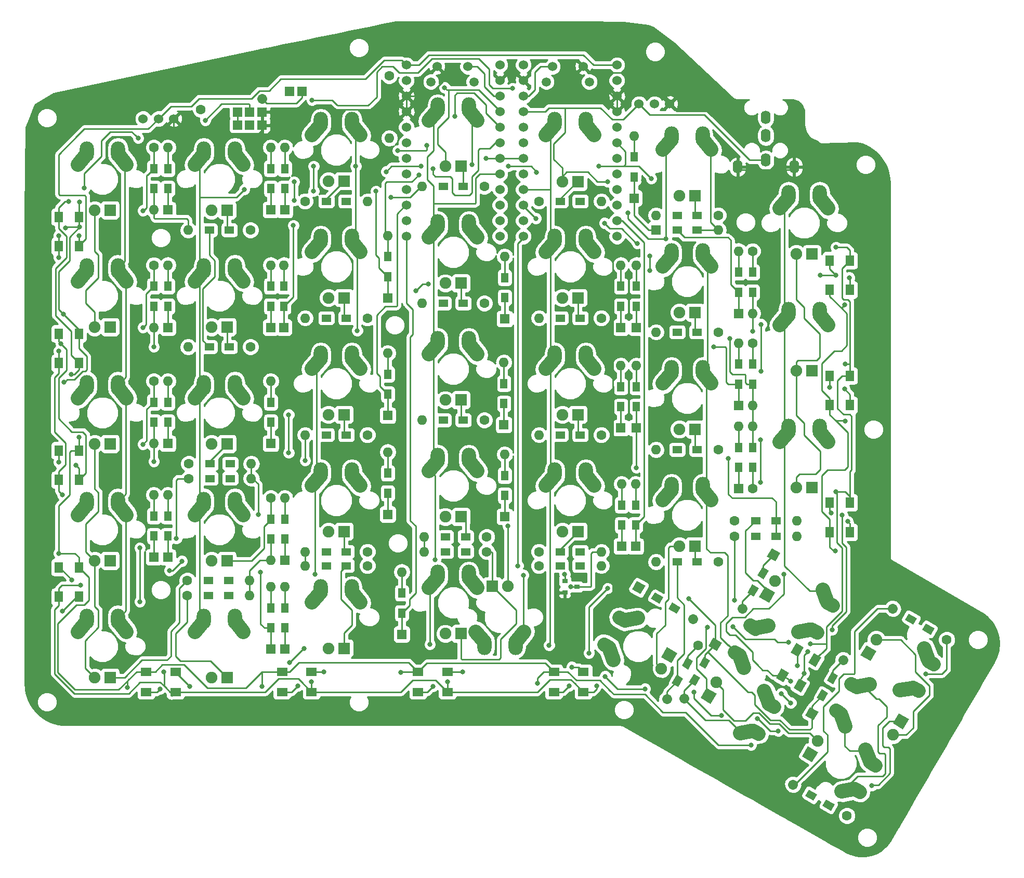
<source format=gtl>
G04 #@! TF.FileFunction,Copper,L1,Top,Signal*
%FSLAX46Y46*%
G04 Gerber Fmt 4.6, Leading zero omitted, Abs format (unit mm)*
G04 Created by KiCad (PCBNEW 4.0.7) date 07/12/18 18:39:29*
%MOMM*%
%LPD*%
G01*
G04 APERTURE LIST*
%ADD10C,0.100000*%
%ADD11C,2.400000*%
%ADD12O,2.300000X3.337000*%
%ADD13C,1.524000*%
%ADD14C,1.600000*%
%ADD15C,1.600000*%
%ADD16O,1.600000X1.600000*%
%ADD17R,1.524000X1.524000*%
%ADD18C,1.500000*%
%ADD19R,1.200000X1.600000*%
%ADD20R,1.600000X1.200000*%
%ADD21C,1.905000*%
%ADD22R,1.905000X1.905000*%
%ADD23R,0.900000X0.800000*%
%ADD24C,2.300000*%
%ADD25R,1.600000X1.600000*%
%ADD26R,1.400000X1.800000*%
%ADD27R,1.800000X1.400000*%
%ADD28O,1.600000X2.200000*%
%ADD29C,0.800000*%
%ADD30C,0.254000*%
G04 APERTURE END LIST*
D10*
D11*
X148083558Y-124644959D02*
X146926540Y-123266079D01*
X141363460Y-123266079D02*
X140206442Y-124644959D01*
D12*
X141625000Y-122531750D03*
X146665000Y-122531750D03*
D11*
X121156442Y-107976209D02*
X122313460Y-106597329D01*
X127876540Y-106597329D02*
X129033558Y-107976209D01*
D12*
X127615000Y-105863000D03*
X122575000Y-105863000D03*
D11*
X121156442Y-88926209D02*
X122313460Y-87547329D01*
X127876540Y-87547329D02*
X129033558Y-88926209D01*
D12*
X127615000Y-86813000D03*
X122575000Y-86813000D03*
D11*
X90933558Y-112738709D02*
X89776540Y-111359829D01*
X84213460Y-111359829D02*
X83056442Y-112738709D01*
D12*
X84475000Y-110625500D03*
X89515000Y-110625500D03*
D11*
X90933558Y-55588709D02*
X89776540Y-54209829D01*
X84213460Y-54209829D02*
X83056442Y-55588709D01*
D12*
X84475000Y-53475500D03*
X89515000Y-53475500D03*
D11*
X178306442Y-53207459D02*
X179463460Y-51828579D01*
X185026540Y-51828579D02*
X186183558Y-53207459D01*
D12*
X184765000Y-51094250D03*
X179725000Y-51094250D03*
D13*
X170815000Y-39370000D03*
X170815000Y-41910000D03*
X170815000Y-44450000D03*
X170815000Y-46990000D03*
X170815000Y-49530000D03*
X170815000Y-52070000D03*
X170815000Y-54610000D03*
X170815000Y-57150000D03*
X170815000Y-59690000D03*
X170815000Y-62230000D03*
X170815000Y-64770000D03*
X170815000Y-67310000D03*
X155575000Y-67310000D03*
X155575000Y-64770000D03*
X155575000Y-62230000D03*
X155575000Y-59690000D03*
X155575000Y-57150000D03*
X155575000Y-54610000D03*
X155575000Y-52070000D03*
X155575000Y-49530000D03*
X155575000Y-46990000D03*
X155575000Y-44450000D03*
X155575000Y-41910000D03*
X155575000Y-39370000D03*
D14*
X102997000Y-46609000D03*
D15*
X113002647Y-44844735D02*
X113002647Y-44844735D01*
D14*
X133731000Y-41148000D03*
D16*
X133731000Y-51308000D03*
D17*
X119491000Y-43688000D03*
X117491000Y-43688000D03*
D13*
X160314000Y-39624000D03*
X165314000Y-39624000D03*
D18*
X159314000Y-42124000D03*
X166314000Y-42124000D03*
D13*
X96139000Y-48133000D03*
X93639000Y-48133000D03*
X98639000Y-48133000D03*
X176911000Y-45720000D03*
X174411000Y-45720000D03*
X179411000Y-45720000D03*
X146518000Y-39624000D03*
X141518000Y-39624000D03*
D18*
X147518000Y-42124000D03*
X140518000Y-42124000D03*
D19*
X95377000Y-59542000D03*
D14*
X95377000Y-52832000D03*
D16*
X95377000Y-62992000D03*
D19*
X95377000Y-56282000D03*
D20*
X104415000Y-66294000D03*
D14*
X111125000Y-66294000D03*
D16*
X100965000Y-66294000D03*
D20*
X107675000Y-66294000D03*
X126725000Y-61595000D03*
D14*
X120015000Y-61595000D03*
D16*
X130175000Y-61595000D03*
D20*
X123465000Y-61595000D03*
X142515000Y-59182000D03*
D14*
X149225000Y-59182000D03*
D16*
X139065000Y-59182000D03*
D20*
X145775000Y-59182000D03*
X164825000Y-61595000D03*
D14*
X158115000Y-61595000D03*
D16*
X168275000Y-61595000D03*
D20*
X161565000Y-61595000D03*
X180615000Y-63881000D03*
D14*
X187325000Y-63881000D03*
D16*
X177165000Y-63881000D03*
D20*
X183875000Y-63881000D03*
D19*
X192913000Y-76433000D03*
D14*
X192913000Y-69723000D03*
D16*
X192913000Y-79883000D03*
D19*
X192913000Y-73173000D03*
X95377000Y-78719000D03*
D14*
X95377000Y-72009000D03*
D16*
X95377000Y-82169000D03*
D19*
X95377000Y-75459000D03*
D20*
X104415000Y-85344000D03*
D14*
X111125000Y-85344000D03*
D16*
X100965000Y-85344000D03*
D20*
X107675000Y-85344000D03*
X123465000Y-80645000D03*
D14*
X130175000Y-80645000D03*
D16*
X120015000Y-80645000D03*
D20*
X126725000Y-80645000D03*
X164825000Y-121031000D03*
D14*
X158115000Y-121031000D03*
D16*
X168275000Y-121031000D03*
D20*
X161565000Y-121031000D03*
X142515000Y-78232000D03*
D14*
X149225000Y-78232000D03*
D16*
X139065000Y-78232000D03*
D20*
X145775000Y-78232000D03*
X161565000Y-80645000D03*
D14*
X168275000Y-80645000D03*
D16*
X158115000Y-80645000D03*
D20*
X164825000Y-80645000D03*
X180615000Y-82931000D03*
D14*
X187325000Y-82931000D03*
D16*
X177165000Y-82931000D03*
D20*
X183875000Y-82931000D03*
D19*
X192913000Y-91419000D03*
D14*
X192913000Y-84709000D03*
D16*
X192913000Y-94869000D03*
D19*
X192913000Y-88159000D03*
X95377000Y-97642000D03*
D14*
X95377000Y-90932000D03*
D16*
X95377000Y-101092000D03*
D19*
X95377000Y-94382000D03*
D20*
X107802000Y-104394000D03*
D14*
X101092000Y-104394000D03*
D16*
X111252000Y-104394000D03*
D20*
X104542000Y-104394000D03*
X123465000Y-99695000D03*
D14*
X130175000Y-99695000D03*
D16*
X120015000Y-99695000D03*
D20*
X126725000Y-99695000D03*
X142515000Y-97282000D03*
D14*
X149225000Y-97282000D03*
D16*
X139065000Y-97282000D03*
D20*
X145775000Y-97282000D03*
X161565000Y-99695000D03*
D14*
X168275000Y-99695000D03*
D16*
X158115000Y-99695000D03*
D20*
X164825000Y-99695000D03*
X180615000Y-102108000D03*
D14*
X187325000Y-102108000D03*
D16*
X177165000Y-102108000D03*
D20*
X183875000Y-102108000D03*
D19*
X192913000Y-101748000D03*
D14*
X192913000Y-108458000D03*
D16*
X192913000Y-98298000D03*
D19*
X192913000Y-105008000D03*
D20*
X107802000Y-106807000D03*
D14*
X101092000Y-106807000D03*
D16*
X111252000Y-106807000D03*
D20*
X104542000Y-106807000D03*
D19*
X114427000Y-116692000D03*
D14*
X114427000Y-109982000D03*
D16*
X114427000Y-120142000D03*
D19*
X114427000Y-113432000D03*
D20*
X123465000Y-118745000D03*
D14*
X130175000Y-118745000D03*
D16*
X120015000Y-118745000D03*
D20*
X126725000Y-118745000D03*
X142896000Y-116332000D03*
D14*
X149606000Y-116332000D03*
D16*
X139446000Y-116332000D03*
D20*
X146156000Y-116332000D03*
X164825000Y-118745000D03*
D14*
X158115000Y-118745000D03*
D16*
X168275000Y-118745000D03*
D20*
X161565000Y-118745000D03*
X180615000Y-120396000D03*
D14*
X187325000Y-120396000D03*
D16*
X177165000Y-120396000D03*
D20*
X183875000Y-120396000D03*
D10*
G36*
X180548385Y-138803210D02*
X181587615Y-139403210D01*
X180787615Y-140788850D01*
X179748385Y-140188850D01*
X180548385Y-138803210D01*
X180548385Y-138803210D01*
G37*
D14*
X184023000Y-133985000D03*
D15*
X178943000Y-142783818D02*
X178943000Y-142783818D01*
D10*
G36*
X182178385Y-135979968D02*
X183217615Y-136579968D01*
X182417615Y-137965608D01*
X181378385Y-137365608D01*
X182178385Y-135979968D01*
X182178385Y-135979968D01*
G37*
D20*
X107548000Y-123444000D03*
D14*
X100838000Y-123444000D03*
D16*
X110998000Y-123444000D03*
D20*
X104288000Y-123444000D03*
X107548000Y-125857000D03*
D14*
X100838000Y-125857000D03*
D16*
X110998000Y-125857000D03*
D20*
X104288000Y-125857000D03*
X123465000Y-121031000D03*
D14*
X130175000Y-121031000D03*
D16*
X120015000Y-121031000D03*
D20*
X126725000Y-121031000D03*
X142896000Y-118745000D03*
D14*
X149606000Y-118745000D03*
D16*
X139446000Y-118745000D03*
D20*
X146156000Y-118745000D03*
D21*
X85725000Y-63055500D03*
D22*
X88265000Y-63055500D03*
D21*
X104775000Y-63055500D03*
D22*
X107315000Y-63055500D03*
D21*
X123825000Y-58293000D03*
D22*
X126365000Y-58293000D03*
D21*
X142875000Y-55911750D03*
D22*
X145415000Y-55911750D03*
D21*
X161925000Y-58420000D03*
D22*
X164465000Y-58420000D03*
D21*
X180975000Y-60674250D03*
D22*
X183515000Y-60674250D03*
D21*
X200025000Y-70199250D03*
D22*
X202565000Y-70199250D03*
D21*
X85725000Y-82105500D03*
D22*
X88265000Y-82105500D03*
D21*
X104775000Y-82105500D03*
D22*
X107315000Y-82105500D03*
D21*
X123825000Y-77343000D03*
D22*
X126365000Y-77343000D03*
D21*
X142875000Y-74961750D03*
D22*
X145415000Y-74961750D03*
D21*
X161925000Y-77343000D03*
D22*
X164465000Y-77343000D03*
D21*
X180975000Y-79724250D03*
D22*
X183515000Y-79724250D03*
D21*
X200025000Y-89249250D03*
D22*
X202565000Y-89249250D03*
D21*
X85725000Y-101155500D03*
D22*
X88265000Y-101155500D03*
D21*
X104775000Y-101155500D03*
D22*
X107315000Y-101155500D03*
D21*
X123825000Y-96393000D03*
D22*
X126365000Y-96393000D03*
D21*
X142875000Y-94011750D03*
D22*
X145415000Y-94011750D03*
D21*
X161925000Y-96393000D03*
D22*
X164465000Y-96393000D03*
D21*
X180975000Y-98774250D03*
D22*
X183515000Y-98774250D03*
D21*
X200025000Y-108299250D03*
D22*
X202565000Y-108299250D03*
D21*
X85725000Y-120205500D03*
D22*
X88265000Y-120205500D03*
D21*
X104775000Y-120205500D03*
D22*
X107315000Y-120205500D03*
D21*
X123825000Y-115443000D03*
D22*
X126365000Y-115443000D03*
D21*
X142875000Y-113061750D03*
D22*
X145415000Y-113061750D03*
D21*
X161925000Y-115443000D03*
D22*
X164465000Y-115443000D03*
D21*
X180975000Y-117824250D03*
D22*
X183515000Y-117824250D03*
D21*
X178056409Y-137815102D03*
D10*
G36*
X179675048Y-136916537D02*
X178025270Y-135964037D01*
X178977770Y-134314259D01*
X180627548Y-135266759D01*
X179675048Y-136916537D01*
X179675048Y-136916537D01*
G37*
D21*
X85725000Y-139255500D03*
D22*
X88265000Y-139255500D03*
D21*
X104775000Y-139255500D03*
D22*
X107315000Y-139255500D03*
D21*
X123825000Y-134493000D03*
D22*
X126365000Y-134493000D03*
D21*
X142875000Y-132111750D03*
D22*
X145415000Y-132111750D03*
D13*
X136525000Y-39370000D03*
X136525000Y-41910000D03*
X136525000Y-44450000D03*
X136525000Y-46990000D03*
X136525000Y-49530000D03*
X136525000Y-52070000D03*
X136525000Y-54610000D03*
X136525000Y-57150000D03*
X136525000Y-59690000D03*
X136525000Y-62230000D03*
X136525000Y-64770000D03*
X136525000Y-67310000D03*
X151765000Y-67310000D03*
X151765000Y-64770000D03*
X151765000Y-62230000D03*
X151765000Y-59690000D03*
X151765000Y-57150000D03*
X151765000Y-54610000D03*
X151765000Y-52070000D03*
X151765000Y-49530000D03*
X151765000Y-46990000D03*
X151765000Y-44450000D03*
X151765000Y-41910000D03*
X151765000Y-39370000D03*
D21*
X153035000Y-124333000D03*
D22*
X150495000Y-124333000D03*
D10*
G36*
X206039615Y-140342790D02*
X205000385Y-139742790D01*
X205800385Y-138357150D01*
X206839615Y-138957150D01*
X206039615Y-140342790D01*
X206039615Y-140342790D01*
G37*
G36*
X202857820Y-146253820D02*
X201472180Y-145453820D01*
X202272180Y-144068180D01*
X203657820Y-144868180D01*
X202857820Y-146253820D01*
X202857820Y-146253820D01*
G37*
D15*
X207645000Y-136362182D02*
X207645000Y-136362182D01*
D10*
G36*
X204409615Y-143166032D02*
X203370385Y-142566032D01*
X204170385Y-141180392D01*
X205209615Y-141780392D01*
X204409615Y-143166032D01*
X204409615Y-143166032D01*
G37*
D23*
X162322000Y-123510000D03*
X162322000Y-125410000D03*
X164322000Y-124460000D03*
D11*
X90933558Y-74638709D02*
X89776540Y-73259829D01*
X84213460Y-73259829D02*
X83056442Y-74638709D01*
D12*
X84475000Y-72525500D03*
X89515000Y-72525500D03*
D11*
X90933558Y-93688709D02*
X89776540Y-92309829D01*
X84213460Y-92309829D02*
X83056442Y-93688709D01*
D12*
X84475000Y-91575500D03*
X89515000Y-91575500D03*
D11*
X102106442Y-55588709D02*
X103263460Y-54209829D01*
X108826540Y-54209829D02*
X109983558Y-55588709D01*
D12*
X108565000Y-53475500D03*
X103525000Y-53475500D03*
D11*
X102106442Y-74638709D02*
X103263460Y-73259829D01*
X108826540Y-73259829D02*
X109983558Y-74638709D01*
D12*
X108565000Y-72525500D03*
X103525000Y-72525500D03*
D11*
X102106442Y-93688709D02*
X103263460Y-92309829D01*
X108826540Y-92309829D02*
X109983558Y-93688709D01*
D12*
X108565000Y-91575500D03*
X103525000Y-91575500D03*
D11*
X102106442Y-112738709D02*
X103263460Y-111359829D01*
X108826540Y-111359829D02*
X109983558Y-112738709D01*
D12*
X108565000Y-110625500D03*
X103525000Y-110625500D03*
D11*
X129033558Y-50826209D02*
X127876540Y-49447329D01*
X122313460Y-49447329D02*
X121156442Y-50826209D01*
D12*
X122575000Y-48713000D03*
X127615000Y-48713000D03*
D11*
X129033558Y-69876209D02*
X127876540Y-68497329D01*
X122313460Y-68497329D02*
X121156442Y-69876209D01*
D12*
X122575000Y-67763000D03*
X127615000Y-67763000D03*
D11*
X140206442Y-48444959D02*
X141363460Y-47066079D01*
X146926540Y-47066079D02*
X148083558Y-48444959D01*
D12*
X146665000Y-46331750D03*
X141625000Y-46331750D03*
D11*
X140206442Y-67494959D02*
X141363460Y-66116079D01*
X146926540Y-66116079D02*
X148083558Y-67494959D01*
D12*
X146665000Y-65381750D03*
X141625000Y-65381750D03*
D11*
X140206442Y-86544959D02*
X141363460Y-85166079D01*
X146926540Y-85166079D02*
X148083558Y-86544959D01*
D12*
X146665000Y-84431750D03*
X141625000Y-84431750D03*
D11*
X140206442Y-105594959D02*
X141363460Y-104216079D01*
X146926540Y-104216079D02*
X148083558Y-105594959D01*
D12*
X146665000Y-103481750D03*
X141625000Y-103481750D03*
D11*
X159256442Y-50826209D02*
X160413460Y-49447329D01*
X165976540Y-49447329D02*
X167133558Y-50826209D01*
D12*
X165715000Y-48713000D03*
X160675000Y-48713000D03*
D11*
X159256442Y-69876209D02*
X160413460Y-68497329D01*
X165976540Y-68497329D02*
X167133558Y-69876209D01*
D12*
X165715000Y-67763000D03*
X160675000Y-67763000D03*
D11*
X159256442Y-88926209D02*
X160413460Y-87547329D01*
X165976540Y-87547329D02*
X167133558Y-88926209D01*
D12*
X165715000Y-86813000D03*
X160675000Y-86813000D03*
D11*
X159256442Y-107976209D02*
X160413460Y-106597329D01*
X165976540Y-106597329D02*
X167133558Y-107976209D01*
D12*
X165715000Y-105863000D03*
X160675000Y-105863000D03*
D11*
X186183558Y-72257459D02*
X185026540Y-70878579D01*
X179463460Y-70878579D02*
X178306442Y-72257459D01*
D12*
X179725000Y-70144250D03*
X184765000Y-70144250D03*
D11*
X186183558Y-91307459D02*
X185026540Y-89928579D01*
X179463460Y-89928579D02*
X178306442Y-91307459D01*
D12*
X179725000Y-89194250D03*
X184765000Y-89194250D03*
D11*
X186183558Y-110357459D02*
X185026540Y-108978579D01*
X179463460Y-108978579D02*
X178306442Y-110357459D01*
D12*
X179725000Y-108244250D03*
X184765000Y-108244250D03*
D11*
X197356442Y-62732459D02*
X198513460Y-61353579D01*
X204076540Y-61353579D02*
X205233558Y-62732459D01*
D12*
X203815000Y-60619250D03*
X198775000Y-60619250D03*
D11*
X197356442Y-81782459D02*
X198513460Y-80403579D01*
X204076540Y-80403579D02*
X205233558Y-81782459D01*
D12*
X203815000Y-79669250D03*
X198775000Y-79669250D03*
D11*
X197356442Y-100832459D02*
X198513460Y-99453579D01*
X204076540Y-99453579D02*
X205233558Y-100832459D01*
D12*
X203815000Y-98719250D03*
X198775000Y-98719250D03*
D11*
X204351301Y-124984805D02*
X204966937Y-126676251D01*
X202185397Y-131494020D02*
X200412743Y-131806586D01*
D24*
X203401148Y-131893934D02*
X202503080Y-131375434D01*
X205921148Y-127529166D02*
X205023080Y-127010666D01*
D11*
X90933558Y-131788709D02*
X89776540Y-130409829D01*
X84213460Y-130409829D02*
X83056442Y-131788709D01*
D12*
X84475000Y-129675500D03*
X89515000Y-129675500D03*
D11*
X102106442Y-131788709D02*
X103263460Y-130409829D01*
X108826540Y-130409829D02*
X109983558Y-131788709D01*
D12*
X108565000Y-129675500D03*
X103525000Y-129675500D03*
D11*
X129033558Y-127026209D02*
X127876540Y-125647329D01*
X122313460Y-125647329D02*
X121156442Y-127026209D01*
D12*
X122575000Y-124913000D03*
X127615000Y-124913000D03*
D11*
X170255699Y-136392745D02*
X169640063Y-134701299D01*
X172421603Y-129883530D02*
X174194257Y-129570964D01*
D24*
X171205852Y-129483616D02*
X172103920Y-130002116D01*
X168685852Y-133848384D02*
X169583920Y-134366884D01*
D11*
X194826301Y-141482805D02*
X195441937Y-143174251D01*
X192660397Y-147992020D02*
X190887743Y-148304586D01*
D24*
X193876148Y-148391934D02*
X192978080Y-147873434D01*
X196396148Y-144027166D02*
X195498080Y-143508666D01*
D11*
X191516199Y-137668745D02*
X190900563Y-135977299D01*
X193682103Y-131159530D02*
X195454757Y-130846964D01*
D24*
X192466352Y-130759616D02*
X193364420Y-131278116D01*
X189946352Y-135124384D02*
X190844420Y-135642884D01*
D11*
X155703558Y-131799791D02*
X154546540Y-133178671D01*
X148983460Y-133178671D02*
X147826442Y-131799791D01*
D12*
X149245000Y-133913000D03*
X154285000Y-133913000D03*
D11*
X220849301Y-134509855D02*
X221464937Y-136201301D01*
X218683397Y-141019070D02*
X216910743Y-141331636D01*
D24*
X219899148Y-141418984D02*
X219001080Y-140900484D01*
X222419148Y-137054216D02*
X221521080Y-136535716D01*
D11*
X208014199Y-147193795D02*
X207398563Y-145502349D01*
X210180103Y-140684580D02*
X211952757Y-140372014D01*
D24*
X208964352Y-140284666D02*
X209862420Y-140803166D01*
X206444352Y-144649434D02*
X207342420Y-145167934D01*
D11*
X211324301Y-151007855D02*
X211939937Y-152699301D01*
X209158397Y-157517070D02*
X207385743Y-157829636D01*
D24*
X210374148Y-157916984D02*
X209476080Y-157398484D01*
X212894148Y-153552216D02*
X211996080Y-153033716D01*
D17*
X112998000Y-47032000D03*
X110998000Y-47032000D03*
X108998000Y-47032000D03*
X112998000Y-49191000D03*
X110998000Y-49191000D03*
X108998000Y-49191000D03*
D21*
X196550591Y-123562448D03*
D10*
G36*
X194931952Y-124461013D02*
X196581730Y-125413513D01*
X195629230Y-127063291D01*
X193979452Y-126110791D01*
X194931952Y-124461013D01*
X194931952Y-124461013D01*
G37*
D21*
X213048591Y-133087498D03*
D10*
G36*
X211429952Y-133986063D02*
X213079730Y-134938563D01*
X212127230Y-136588341D01*
X210477452Y-135635841D01*
X211429952Y-133986063D01*
X211429952Y-133986063D01*
G37*
D21*
X187025591Y-140060448D03*
D10*
G36*
X185406952Y-140959013D02*
X187056730Y-141911513D01*
X186104230Y-143561291D01*
X184454452Y-142608791D01*
X185406952Y-140959013D01*
X185406952Y-140959013D01*
G37*
D21*
X203523591Y-149585498D03*
D10*
G36*
X201904952Y-150484063D02*
X203554730Y-151436563D01*
X202602230Y-153086341D01*
X200952452Y-152133841D01*
X201904952Y-150484063D01*
X201904952Y-150484063D01*
G37*
D20*
X196702000Y-113665000D03*
D14*
X189992000Y-113665000D03*
D16*
X200152000Y-113665000D03*
D20*
X193442000Y-113665000D03*
D10*
G36*
X219717790Y-129621385D02*
X219117790Y-130660615D01*
X217732150Y-129860615D01*
X218332150Y-128821385D01*
X219717790Y-129621385D01*
X219717790Y-129621385D01*
G37*
D14*
X224536000Y-133096000D03*
D15*
X215737182Y-128016000D02*
X215737182Y-128016000D01*
D10*
G36*
X222541032Y-131251385D02*
X221941032Y-132290615D01*
X220555392Y-131490615D01*
X221155392Y-130451385D01*
X222541032Y-131251385D01*
X222541032Y-131251385D01*
G37*
D20*
X196702000Y-116205000D03*
D14*
X189992000Y-116205000D03*
D16*
X200152000Y-116205000D03*
D20*
X193442000Y-116205000D03*
D10*
G36*
X203461790Y-158323385D02*
X202861790Y-159362615D01*
X201476150Y-158562615D01*
X202076150Y-157523385D01*
X203461790Y-158323385D01*
X203461790Y-158323385D01*
G37*
D14*
X208280000Y-161798000D03*
D15*
X199481182Y-156718000D02*
X199481182Y-156718000D01*
D10*
G36*
X206285032Y-159953385D02*
X205685032Y-160992615D01*
X204299392Y-160192615D01*
X204899392Y-159153385D01*
X206285032Y-159953385D01*
X206285032Y-159953385D01*
G37*
D21*
X215814909Y-148616152D03*
D10*
G36*
X217433548Y-147717587D02*
X215783770Y-146765087D01*
X216736270Y-145115309D01*
X218386048Y-146067809D01*
X217433548Y-147717587D01*
X217433548Y-147717587D01*
G37*
D19*
X97663000Y-56282000D03*
D25*
X97663000Y-62992000D03*
D16*
X97663000Y-52832000D03*
D19*
X97663000Y-59542000D03*
X97663000Y-75459000D03*
D25*
X97663000Y-82169000D03*
D16*
X97663000Y-72009000D03*
D19*
X97663000Y-78719000D03*
X97663000Y-94382000D03*
D25*
X97663000Y-101092000D03*
D16*
X97663000Y-90932000D03*
D19*
X97663000Y-97642000D03*
X95377000Y-112924000D03*
D25*
X95377000Y-119634000D03*
D16*
X95377000Y-109474000D03*
D19*
X95377000Y-116184000D03*
X114427000Y-56282000D03*
D25*
X114427000Y-62992000D03*
D16*
X114427000Y-52832000D03*
D19*
X114427000Y-59542000D03*
X114427000Y-75459000D03*
D25*
X114427000Y-82169000D03*
D16*
X114427000Y-72009000D03*
D19*
X114427000Y-78719000D03*
X114427000Y-94382000D03*
D25*
X114427000Y-101092000D03*
D16*
X114427000Y-90932000D03*
D19*
X114427000Y-97642000D03*
X116713000Y-113432000D03*
D25*
X116713000Y-120142000D03*
D16*
X116713000Y-109982000D03*
D19*
X116713000Y-116692000D03*
X116713000Y-56282000D03*
D25*
X116713000Y-62992000D03*
D16*
X116713000Y-52832000D03*
D19*
X116713000Y-59542000D03*
X116586000Y-75459000D03*
D25*
X116586000Y-82169000D03*
D16*
X116586000Y-72009000D03*
D19*
X116586000Y-78719000D03*
X133477000Y-89810000D03*
D25*
X133477000Y-96520000D03*
D16*
X133477000Y-86360000D03*
D19*
X133477000Y-93070000D03*
X133477000Y-105939000D03*
D25*
X133477000Y-112649000D03*
D16*
X133477000Y-102489000D03*
D19*
X133477000Y-109199000D03*
X133477000Y-70633000D03*
D25*
X133477000Y-77343000D03*
D16*
X133477000Y-67183000D03*
D19*
X133477000Y-73893000D03*
X152527000Y-74062000D03*
D25*
X152527000Y-80772000D03*
D16*
X152527000Y-70612000D03*
D19*
X152527000Y-77322000D03*
X152400000Y-91334000D03*
D25*
X152400000Y-98044000D03*
D16*
X152400000Y-87884000D03*
D19*
X152400000Y-94594000D03*
X152527000Y-106320000D03*
D25*
X152527000Y-113030000D03*
D16*
X152527000Y-102870000D03*
D19*
X152527000Y-109580000D03*
X173609000Y-54377000D03*
D25*
X173609000Y-61087000D03*
D16*
X173609000Y-50927000D03*
D19*
X173609000Y-57637000D03*
X171450000Y-75459000D03*
D25*
X171450000Y-82169000D03*
D16*
X171450000Y-72009000D03*
D19*
X171450000Y-78719000D03*
X171450000Y-91842000D03*
D25*
X171450000Y-98552000D03*
D16*
X171450000Y-88392000D03*
D19*
X171450000Y-95102000D03*
X171577000Y-111146000D03*
D25*
X171577000Y-117856000D03*
D16*
X171577000Y-107696000D03*
D19*
X171577000Y-114406000D03*
D20*
X183875000Y-66294000D03*
D25*
X177165000Y-66294000D03*
D16*
X187325000Y-66294000D03*
D20*
X180615000Y-66294000D03*
D19*
X173990000Y-75459000D03*
D25*
X173990000Y-82169000D03*
D16*
X173990000Y-72009000D03*
D19*
X173990000Y-78719000D03*
X173990000Y-91842000D03*
D25*
X173990000Y-98552000D03*
D16*
X173990000Y-88392000D03*
D19*
X173990000Y-95102000D03*
X173863000Y-111146000D03*
D25*
X173863000Y-117856000D03*
D16*
X173863000Y-107696000D03*
D19*
X173863000Y-114406000D03*
X190627000Y-73173000D03*
D25*
X190627000Y-79883000D03*
D16*
X190627000Y-69723000D03*
D19*
X190627000Y-76433000D03*
X190627000Y-88159000D03*
D25*
X190627000Y-94869000D03*
D16*
X190627000Y-84709000D03*
D19*
X190627000Y-91419000D03*
X190627000Y-101748000D03*
D25*
X190627000Y-108458000D03*
D16*
X190627000Y-98298000D03*
D19*
X190627000Y-105008000D03*
D10*
G36*
X192867385Y-124071210D02*
X193906615Y-124671210D01*
X193106615Y-126056850D01*
X192067385Y-125456850D01*
X192867385Y-124071210D01*
X192867385Y-124071210D01*
G37*
G36*
X196049180Y-118160180D02*
X197434820Y-118960180D01*
X196634820Y-120345820D01*
X195249180Y-119545820D01*
X196049180Y-118160180D01*
X196049180Y-118160180D01*
G37*
D15*
X191262000Y-128051818D02*
X191262000Y-128051818D01*
D10*
G36*
X194497385Y-121247968D02*
X195536615Y-121847968D01*
X194736615Y-123233608D01*
X193697385Y-122633608D01*
X194497385Y-121247968D01*
X194497385Y-121247968D01*
G37*
D19*
X97663000Y-112924000D03*
D25*
X97663000Y-119634000D03*
D16*
X97663000Y-109474000D03*
D19*
X97663000Y-116184000D03*
X114427000Y-127910000D03*
D25*
X114427000Y-134620000D03*
D16*
X114427000Y-124460000D03*
D19*
X114427000Y-131170000D03*
X116713000Y-127910000D03*
D25*
X116713000Y-134620000D03*
D16*
X116713000Y-124460000D03*
D19*
X116713000Y-131170000D03*
X135763000Y-125497000D03*
D25*
X135763000Y-132207000D03*
D16*
X135763000Y-122047000D03*
D19*
X135763000Y-128757000D03*
D10*
G36*
X179189210Y-128061615D02*
X179789210Y-127022385D01*
X181174850Y-127822385D01*
X180574850Y-128861615D01*
X179189210Y-128061615D01*
X179189210Y-128061615D01*
G37*
G36*
X173278180Y-124879820D02*
X174078180Y-123494180D01*
X175463820Y-124294180D01*
X174663820Y-125679820D01*
X173278180Y-124879820D01*
X173278180Y-124879820D01*
G37*
D15*
X183169818Y-129667000D02*
X183169818Y-129667000D01*
D10*
G36*
X176365968Y-126431615D02*
X176965968Y-125392385D01*
X178351608Y-126192385D01*
X177751608Y-127231615D01*
X176365968Y-126431615D01*
X176365968Y-126431615D01*
G37*
G36*
X183342385Y-138676210D02*
X184381615Y-139276210D01*
X183581615Y-140661850D01*
X182542385Y-140061850D01*
X183342385Y-138676210D01*
X183342385Y-138676210D01*
G37*
G36*
X186524180Y-132765180D02*
X187909820Y-133565180D01*
X187109820Y-134950820D01*
X185724180Y-134150820D01*
X186524180Y-132765180D01*
X186524180Y-132765180D01*
G37*
D15*
X181737000Y-142656818D02*
X181737000Y-142656818D01*
D10*
G36*
X184972385Y-135852968D02*
X186011615Y-136452968D01*
X185211615Y-137838608D01*
X184172385Y-137238608D01*
X184972385Y-135852968D01*
X184972385Y-135852968D01*
G37*
D26*
X79884000Y-64148000D03*
X83184000Y-64148000D03*
X83184000Y-68948000D03*
X79884000Y-68948000D03*
X79884000Y-83198000D03*
X83184000Y-83198000D03*
X83184000Y-87998000D03*
X79884000Y-87998000D03*
X79884000Y-102248000D03*
X83184000Y-102248000D03*
X83184000Y-107048000D03*
X79884000Y-107048000D03*
X79884000Y-121298000D03*
X83184000Y-121298000D03*
X83184000Y-126098000D03*
X79884000Y-126098000D03*
D27*
X94120000Y-141604000D03*
X94120000Y-138304000D03*
X98920000Y-138304000D03*
X98920000Y-141604000D03*
X116260333Y-141604000D03*
X116260333Y-138304000D03*
X121060333Y-138304000D03*
X121060333Y-141604000D03*
X138400667Y-141604000D03*
X138400667Y-138304000D03*
X143200667Y-138304000D03*
X143200667Y-141604000D03*
X160541000Y-141604000D03*
X160541000Y-138304000D03*
X165341000Y-138304000D03*
X165341000Y-141604000D03*
D10*
G36*
X201691160Y-140142038D02*
X200791160Y-141700884D01*
X199578724Y-141000884D01*
X200478724Y-139442038D01*
X201691160Y-140142038D01*
X201691160Y-140142038D01*
G37*
G36*
X198833276Y-138492038D02*
X197933276Y-140050884D01*
X196720840Y-139350884D01*
X197620840Y-137792038D01*
X198833276Y-138492038D01*
X198833276Y-138492038D01*
G37*
G36*
X201233276Y-134335116D02*
X200333276Y-135893962D01*
X199120840Y-135193962D01*
X200020840Y-133635116D01*
X201233276Y-134335116D01*
X201233276Y-134335116D01*
G37*
G36*
X204091160Y-135985116D02*
X203191160Y-137543962D01*
X201978724Y-136843962D01*
X202878724Y-135285116D01*
X204091160Y-135985116D01*
X204091160Y-135985116D01*
G37*
D26*
X208787000Y-115557000D03*
X205487000Y-115557000D03*
X205487000Y-110757000D03*
X208787000Y-110757000D03*
X208787000Y-94856000D03*
X205487000Y-94856000D03*
X205487000Y-90056000D03*
X208787000Y-90056000D03*
X208787000Y-76060000D03*
X205487000Y-76060000D03*
X205487000Y-71260000D03*
X208787000Y-71260000D03*
D28*
X199672000Y-56004000D03*
X190472000Y-56004000D03*
X195072000Y-54904000D03*
X195072000Y-47904000D03*
X195072000Y-50904000D03*
D29*
X121412000Y-59944000D03*
X121412000Y-55880000D03*
X131572000Y-59944000D03*
X153162000Y-55880000D03*
X157734000Y-56896000D03*
X118110000Y-65532000D03*
X186563000Y-85344000D03*
X173990000Y-105029000D03*
X147193000Y-55626000D03*
X138557000Y-57277000D03*
X153797000Y-43180000D03*
X121158000Y-45085000D03*
X208661000Y-74041000D03*
X134239000Y-46609000D03*
X164338000Y-126619000D03*
X175133000Y-58166000D03*
X170180000Y-125857000D03*
X172593000Y-68834000D03*
X175133000Y-63881000D03*
X190500000Y-51435000D03*
X176403000Y-57912000D03*
X167894000Y-55880000D03*
X142748000Y-43053000D03*
X194183000Y-100457000D03*
X153035000Y-114554000D03*
X118237000Y-58420000D03*
X118237000Y-61468000D03*
X194310000Y-81661000D03*
X194310000Y-89281000D03*
X140081000Y-75057000D03*
X97917000Y-121793000D03*
X99949000Y-120269000D03*
X119888000Y-134493000D03*
X117475000Y-136779000D03*
X194183000Y-107442000D03*
X117348000Y-96393000D03*
X117348000Y-102616000D03*
X169291000Y-58420000D03*
X138049000Y-76200000D03*
X144399000Y-47752000D03*
X139827000Y-52451000D03*
X135128000Y-53340000D03*
X110109000Y-59690000D03*
X133223000Y-56769000D03*
X138938000Y-55880000D03*
X140843000Y-56261000D03*
X149479000Y-54610000D03*
X121666000Y-122428000D03*
X128524000Y-82677000D03*
X128270000Y-55880000D03*
X155575000Y-122555000D03*
X141224000Y-120015000D03*
X159766000Y-133985000D03*
X172593000Y-63500000D03*
X178816000Y-67691000D03*
X157607000Y-64389000D03*
X176149000Y-72898000D03*
X176149000Y-70485000D03*
X174117000Y-68453000D03*
X168783000Y-65151000D03*
X93091000Y-126873000D03*
X93091000Y-118110000D03*
X182499000Y-126365000D03*
X166243000Y-135255000D03*
X169291000Y-124714000D03*
X112776000Y-122047000D03*
X140335000Y-133858000D03*
X83185000Y-67183000D03*
X205486000Y-91948000D03*
X208407000Y-113792000D03*
X205740000Y-112395000D03*
X207518000Y-112776000D03*
X201930000Y-135001000D03*
X205867000Y-131445000D03*
X201295000Y-138557000D03*
X202311000Y-133731000D03*
X198755000Y-133477000D03*
X189738000Y-130937000D03*
X79883000Y-67183000D03*
X103759000Y-48387000D03*
X80518000Y-109474000D03*
X206502000Y-69088000D03*
X121031000Y-139954000D03*
X97028000Y-138303000D03*
X208026000Y-88138000D03*
X206502000Y-108966000D03*
X167513000Y-140589000D03*
X143256000Y-139954000D03*
X83439000Y-124206000D03*
X79883000Y-85979000D03*
X79883000Y-70739000D03*
X80645000Y-80010000D03*
X197993000Y-122428000D03*
X199136000Y-139827000D03*
X92837000Y-51308000D03*
X84074000Y-59436000D03*
X83312000Y-61722000D03*
X83185000Y-100076000D03*
X80772000Y-91059000D03*
X157861000Y-140208000D03*
X206375000Y-118618000D03*
X113030000Y-140716000D03*
X91059000Y-140843000D03*
X207899000Y-78486000D03*
X208026000Y-97409000D03*
X135636000Y-138430000D03*
X79883000Y-118999000D03*
X81026000Y-65913000D03*
X83312000Y-65786000D03*
X192659000Y-150241000D03*
X81915000Y-89789000D03*
X81534000Y-61595000D03*
X80264000Y-84836000D03*
X82677000Y-104648000D03*
X80518000Y-128397000D03*
X79883000Y-104140000D03*
X101219000Y-140716000D03*
X82042000Y-123317000D03*
X123063000Y-138303000D03*
X96393000Y-141097000D03*
X118872000Y-140589000D03*
X145669000Y-138303000D03*
X163449000Y-137541000D03*
X140843000Y-140716000D03*
X199136000Y-143383000D03*
X197612000Y-141859000D03*
X175387000Y-141097000D03*
X168910000Y-139065000D03*
X200177058Y-137287000D03*
X163068000Y-140589000D03*
X203962000Y-73660000D03*
X206502000Y-73660000D03*
X207899000Y-92202000D03*
X93599000Y-63119000D03*
X93599000Y-82169000D03*
X93599000Y-101219000D03*
X99060000Y-116586000D03*
X162306000Y-122428000D03*
X112395000Y-112649000D03*
X193675000Y-145923000D03*
X197104000Y-147955000D03*
X183388000Y-141605000D03*
X187833000Y-145415000D03*
X188976000Y-103505000D03*
X95377000Y-85344000D03*
X189230000Y-83947000D03*
X192913000Y-82804000D03*
X120015000Y-103886000D03*
X95377000Y-104013000D03*
X163322000Y-124460000D03*
X133985000Y-60960000D03*
X154686000Y-121031000D03*
X221107000Y-138684000D03*
X185547000Y-131064000D03*
X189992000Y-126619000D03*
X212344000Y-156845000D03*
D30*
X121412000Y-55880000D02*
X121412000Y-59944000D01*
X132080000Y-72496000D02*
X133477000Y-73893000D01*
X132080000Y-70866000D02*
X132080000Y-72496000D01*
X131572000Y-70358000D02*
X132080000Y-70866000D01*
X131572000Y-59944000D02*
X131572000Y-70358000D01*
X116713000Y-59542000D02*
X116713000Y-62992000D01*
X173609000Y-62738000D02*
X173609000Y-63881000D01*
X176022000Y-66294000D02*
X177165000Y-66294000D01*
X173609000Y-63881000D02*
X176022000Y-66294000D01*
X181800500Y-67500500D02*
X188912500Y-67500500D01*
X189357000Y-67945000D02*
X189357000Y-71120000D01*
X188912500Y-67500500D02*
X189357000Y-67945000D01*
X180615000Y-66294000D02*
X180615000Y-66315000D01*
X180615000Y-66315000D02*
X181800500Y-67500500D01*
X189357000Y-75163000D02*
X190627000Y-76433000D01*
X189357000Y-71120000D02*
X189357000Y-75163000D01*
X173609000Y-61087000D02*
X173609000Y-62738000D01*
X173609000Y-57637000D02*
X173609000Y-61087000D01*
X153162000Y-55880000D02*
X156845000Y-55880000D01*
X156845000Y-55880000D02*
X157734000Y-56769000D01*
X157734000Y-56769000D02*
X157734000Y-56896000D01*
X114427000Y-59542000D02*
X114427000Y-62992000D01*
X190627000Y-76433000D02*
X190627000Y-79883000D01*
X133477000Y-73893000D02*
X133477000Y-77343000D01*
X97663000Y-59542000D02*
X97663000Y-62992000D01*
X97663000Y-52832000D02*
X97663000Y-56282000D01*
X118110000Y-73406000D02*
X118110000Y-77195000D01*
X118110000Y-65532000D02*
X118110000Y-73406000D01*
X118110000Y-77195000D02*
X116586000Y-78719000D01*
X186563000Y-85344000D02*
X188468000Y-85344000D01*
X188595000Y-85471000D02*
X188595000Y-91059000D01*
X188468000Y-85344000D02*
X188595000Y-85471000D01*
X188955000Y-91419000D02*
X190627000Y-91419000D01*
X188595000Y-91059000D02*
X188955000Y-91419000D01*
X190627000Y-91419000D02*
X190627000Y-94869000D01*
X152527000Y-77322000D02*
X152527000Y-80772000D01*
X171450000Y-78719000D02*
X171450000Y-82169000D01*
X173990000Y-78719000D02*
X173990000Y-82169000D01*
X116586000Y-82169000D02*
X116586000Y-78719000D01*
X114427000Y-82169000D02*
X114427000Y-78719000D01*
X97663000Y-82169000D02*
X97663000Y-78719000D01*
X97663000Y-75459000D02*
X97663000Y-72009000D01*
X152400000Y-94594000D02*
X152400000Y-98044000D01*
X136525000Y-62230000D02*
X136398000Y-62230000D01*
X136398000Y-62230000D02*
X135001000Y-63627000D01*
X132207000Y-91800000D02*
X133477000Y-93070000D01*
X132207000Y-90170000D02*
X132207000Y-91800000D01*
X131699000Y-89662000D02*
X132207000Y-90170000D01*
X131699000Y-80137000D02*
X131699000Y-89662000D01*
X173990000Y-105029000D02*
X173990000Y-98552000D01*
X190627000Y-105008000D02*
X190627000Y-108458000D01*
X173990000Y-98552000D02*
X173990000Y-95102000D01*
X171450000Y-95102000D02*
X171450000Y-98552000D01*
X114427000Y-97642000D02*
X114427000Y-101092000D01*
X97663000Y-97642000D02*
X97663000Y-101092000D01*
X133477000Y-93070000D02*
X133477000Y-96520000D01*
X135001000Y-78613000D02*
X134874000Y-78740000D01*
X135001000Y-63627000D02*
X135001000Y-78613000D01*
X133096000Y-78740000D02*
X131699000Y-80137000D01*
X134874000Y-78740000D02*
X133096000Y-78740000D01*
X97663000Y-90932000D02*
X97663000Y-94382000D01*
X194617000Y-122240788D02*
X194617000Y-120978000D01*
X194617000Y-120978000D02*
X196342000Y-119253000D01*
X170815000Y-64770000D02*
X171704000Y-64770000D01*
X175260000Y-68326000D02*
X175260000Y-69088000D01*
X171704000Y-64770000D02*
X175260000Y-68326000D01*
X170815000Y-64770000D02*
X170942000Y-64770000D01*
X175260000Y-113009000D02*
X173863000Y-114406000D01*
X175260000Y-69088000D02*
X175260000Y-113009000D01*
X173863000Y-117856000D02*
X173863000Y-114406000D01*
X171577000Y-114406000D02*
X171577000Y-117856000D01*
X152527000Y-109580000D02*
X152527000Y-113030000D01*
X133477000Y-109199000D02*
X133477000Y-112649000D01*
X116713000Y-120142000D02*
X116713000Y-116692000D01*
X95377000Y-116184000D02*
X95377000Y-119634000D01*
X170815000Y-64770000D02*
X171450000Y-64770000D01*
X95377000Y-109474000D02*
X95377000Y-112924000D01*
X114427000Y-52832000D02*
X114427000Y-56282000D01*
X114427000Y-72009000D02*
X114427000Y-75459000D01*
X114427000Y-90932000D02*
X114427000Y-94382000D01*
X116713000Y-113432000D02*
X116713000Y-109982000D01*
X116713000Y-52832000D02*
X116713000Y-56282000D01*
X116586000Y-72009000D02*
X116586000Y-75459000D01*
X133477000Y-86360000D02*
X133477000Y-89810000D01*
X133477000Y-102489000D02*
X133477000Y-105939000D01*
X147193000Y-55372000D02*
X147193000Y-55626000D01*
X147193000Y-48768000D02*
X147193000Y-55372000D01*
X133096000Y-59309000D02*
X133096000Y-58674000D01*
X133350000Y-58420000D02*
X134112000Y-58420000D01*
X133096000Y-58674000D02*
X133350000Y-58420000D01*
X137414000Y-58420000D02*
X134112000Y-58420000D01*
X138557000Y-57277000D02*
X137414000Y-58420000D01*
X133096000Y-59309000D02*
X133096000Y-66802000D01*
X133096000Y-66802000D02*
X133477000Y-67183000D01*
X147955000Y-48291750D02*
X147669250Y-48291750D01*
X147669250Y-48291750D02*
X147193000Y-48768000D01*
X133477000Y-67183000D02*
X133477000Y-70633000D01*
X152527000Y-74062000D02*
X152527000Y-70612000D01*
X152400000Y-87884000D02*
X152400000Y-91334000D01*
X152527000Y-102870000D02*
X152527000Y-106320000D01*
X173609000Y-54377000D02*
X173609000Y-50927000D01*
X171450000Y-72009000D02*
X171450000Y-75459000D01*
X171450000Y-91842000D02*
X171450000Y-88392000D01*
X171577000Y-107696000D02*
X171577000Y-111146000D01*
X183875000Y-66294000D02*
X187325000Y-66294000D01*
X186055000Y-53054250D02*
X186055000Y-65024000D01*
X186055000Y-65024000D02*
X187325000Y-66294000D01*
X173990000Y-72009000D02*
X173990000Y-75459000D01*
X173990000Y-91842000D02*
X173990000Y-88392000D01*
X173863000Y-111146000D02*
X173863000Y-107696000D01*
X190627000Y-73173000D02*
X190627000Y-69723000D01*
X190627000Y-88159000D02*
X190627000Y-84709000D01*
X203835000Y-79089250D02*
X203835000Y-80359250D01*
X203835000Y-80359250D02*
X205105000Y-81629250D01*
X190627000Y-98298000D02*
X190627000Y-101748000D01*
X203835000Y-99409250D02*
X205105000Y-100679250D01*
X203835000Y-98139250D02*
X203835000Y-99409250D01*
X191262000Y-128051818D02*
X191262000Y-126789030D01*
X191262000Y-126789030D02*
X192987000Y-125064030D01*
X131699000Y-44323000D02*
X131699000Y-44576998D01*
X125349000Y-45974000D02*
X125221998Y-45846998D01*
X130301998Y-45974000D02*
X125349000Y-45974000D01*
X131699000Y-44576998D02*
X130301998Y-45974000D01*
X125221998Y-45846998D02*
X124460000Y-45085000D01*
X131699000Y-40513000D02*
X131699000Y-44323000D01*
X147955000Y-38354000D02*
X148336000Y-38354000D01*
X138430000Y-40640000D02*
X140716000Y-38354000D01*
X134366000Y-39624000D02*
X135382000Y-40640000D01*
X150622000Y-43180000D02*
X153797000Y-43180000D01*
X149987000Y-42545000D02*
X150622000Y-43180000D01*
X149987000Y-40005000D02*
X149987000Y-42545000D01*
X135382000Y-40640000D02*
X138430000Y-40640000D01*
X148590000Y-38608000D02*
X149987000Y-40005000D01*
X148463000Y-38481000D02*
X148590000Y-38608000D01*
X121158000Y-45085000D02*
X123444000Y-45085000D01*
X123444000Y-45085000D02*
X124460000Y-45085000D01*
X132588000Y-39624000D02*
X134366000Y-39624000D01*
X131699000Y-40513000D02*
X132588000Y-39624000D01*
X140716000Y-38354000D02*
X147955000Y-38354000D01*
X148336000Y-38354000D02*
X148463000Y-38481000D01*
X208787000Y-74167000D02*
X208787000Y-76060000D01*
X208661000Y-74041000D02*
X208787000Y-74167000D01*
X199072000Y-56504000D02*
X191072000Y-56504000D01*
X121666000Y-45974000D02*
X123952000Y-45974000D01*
X123952000Y-45974000D02*
X124079000Y-46101000D01*
X126746000Y-46609000D02*
X124587000Y-46609000D01*
X126746000Y-46609000D02*
X131826000Y-46609000D01*
X131826000Y-46609000D02*
X134239000Y-46609000D01*
X124587000Y-46609000D02*
X124079000Y-46101000D01*
X98639000Y-48133000D02*
X98639000Y-49744000D01*
X98639000Y-49744000D02*
X99441000Y-50546000D01*
X162322000Y-126508000D02*
X162322000Y-125410000D01*
X162433000Y-126619000D02*
X162322000Y-126508000D01*
X164338000Y-126619000D02*
X162433000Y-126619000D01*
X175133000Y-58166000D02*
X175133000Y-63881000D01*
X170180000Y-71247000D02*
X170180000Y-125857000D01*
X172593000Y-68834000D02*
X170180000Y-71247000D01*
X121221500Y-46418500D02*
X121666000Y-45974000D01*
X120586500Y-47053500D02*
X121221500Y-46418500D01*
X113029500Y-47053500D02*
X120586500Y-47053500D01*
X101473000Y-50546000D02*
X99441000Y-50546000D01*
X98601019Y-47698880D02*
X98625880Y-47698880D01*
X101473000Y-50546000D02*
X103378000Y-50546000D01*
X108077000Y-50546000D02*
X103378000Y-50546000D01*
X183261000Y-46863000D02*
X180554000Y-46863000D01*
X180554000Y-46863000D02*
X179411000Y-45720000D01*
X113029500Y-47053500D02*
X112998000Y-47022000D01*
X112998000Y-50038000D02*
X112998000Y-50070000D01*
X112998000Y-49181000D02*
X112998000Y-50038000D01*
X108331000Y-50546000D02*
X112522000Y-50546000D01*
X108077000Y-50546000D02*
X108331000Y-50546000D01*
X112998000Y-50070000D02*
X112522000Y-50546000D01*
X112998000Y-49181000D02*
X112998000Y-47022000D01*
X170815000Y-44450000D02*
X170180000Y-44450000D01*
X170180000Y-44450000D02*
X168783000Y-43053000D01*
X168783000Y-43053000D02*
X168783000Y-40640000D01*
X142494000Y-42037000D02*
X140081000Y-44450000D01*
X140081000Y-44450000D02*
X136525000Y-44450000D01*
X170815000Y-44450000D02*
X171069000Y-44450000D01*
X170815000Y-46990000D02*
X170815000Y-44450000D01*
X136525000Y-46990000D02*
X136525000Y-44450000D01*
X142494000Y-40600000D02*
X141518000Y-39624000D01*
X142494000Y-42037000D02*
X142494000Y-40600000D01*
X190119000Y-51435000D02*
X190500000Y-51435000D01*
X185547000Y-46863000D02*
X190119000Y-51435000D01*
X183261000Y-46863000D02*
X185547000Y-46863000D01*
X141518000Y-39624000D02*
X140970000Y-39624000D01*
X179411000Y-45720000D02*
X179411000Y-45172000D01*
X179411000Y-45172000D02*
X174879000Y-40640000D01*
X174879000Y-40640000D02*
X168783000Y-40640000D01*
X168783000Y-40640000D02*
X166330000Y-40640000D01*
X166330000Y-40640000D02*
X165314000Y-39624000D01*
X171958000Y-55880000D02*
X174371000Y-55880000D01*
X174371000Y-55880000D02*
X176403000Y-57912000D01*
X170815000Y-52070000D02*
X172212000Y-53467000D01*
X172212000Y-53467000D02*
X172212000Y-53594000D01*
X172212000Y-55626000D02*
X172212000Y-53594000D01*
X171958000Y-55880000D02*
X167894000Y-55880000D01*
X172212000Y-55626000D02*
X171958000Y-55880000D01*
X170815000Y-52070000D02*
X170815000Y-51689000D01*
X176276000Y-57912000D02*
X176403000Y-57912000D01*
X143128998Y-43433998D02*
X142748000Y-43053000D01*
X143383000Y-43433998D02*
X143128998Y-43433998D01*
X193421000Y-145034000D02*
X193040000Y-145034000D01*
X193040000Y-145034000D02*
X191770000Y-146304000D01*
X193421000Y-145034000D02*
X193929000Y-145034000D01*
X187025591Y-140162591D02*
X188087000Y-141224000D01*
X188087000Y-141224000D02*
X188087000Y-144553728D01*
X188087000Y-144553728D02*
X189837272Y-146304000D01*
X189837272Y-146304000D02*
X191770000Y-146304000D01*
X193929000Y-145034000D02*
X195707000Y-146812000D01*
X195707000Y-146812000D02*
X196469000Y-146812000D01*
X213048591Y-133087498D02*
X217034498Y-133087498D01*
X217905848Y-148616152D02*
X215814909Y-148616152D01*
X219075000Y-147447000D02*
X217905848Y-148616152D01*
X219075000Y-144780000D02*
X219075000Y-147447000D01*
X221742000Y-142113000D02*
X219075000Y-144780000D01*
X221742000Y-140589000D02*
X221742000Y-142113000D01*
X219456000Y-138303000D02*
X221742000Y-140589000D01*
X219456000Y-135509000D02*
X219456000Y-138303000D01*
X217034498Y-133087498D02*
X219456000Y-135509000D01*
X187025591Y-140060448D02*
X187025591Y-140162591D01*
X202274093Y-148336000D02*
X203523591Y-149585498D01*
X198798576Y-148336000D02*
X202274093Y-148336000D01*
X197274576Y-146812000D02*
X198798576Y-148336000D01*
X195707000Y-146812000D02*
X196469000Y-146812000D01*
X196469000Y-146812000D02*
X197274576Y-146812000D01*
X200025000Y-106807000D02*
X200025000Y-106553000D01*
X200025000Y-106553000D02*
X200533000Y-106045000D01*
X85725000Y-63055500D02*
X85725000Y-69723000D01*
X85725000Y-79629000D02*
X85725000Y-82105500D01*
X84328000Y-78232000D02*
X85725000Y-79629000D01*
X84328000Y-76073000D02*
X84328000Y-78232000D01*
X86360000Y-74041000D02*
X84328000Y-76073000D01*
X86360000Y-70358000D02*
X86360000Y-74041000D01*
X85725000Y-69723000D02*
X86360000Y-70358000D01*
X178056409Y-137815102D02*
X178056409Y-137797409D01*
X178056409Y-137797409D02*
X177292000Y-137033000D01*
X177292000Y-137033000D02*
X177292000Y-132080000D01*
X177292000Y-132080000D02*
X178689000Y-130683000D01*
X178689000Y-130683000D02*
X178689000Y-127000000D01*
X178689000Y-127000000D02*
X179197000Y-126492000D01*
X179197000Y-126492000D02*
X179197000Y-118110000D01*
X179197000Y-118110000D02*
X179482750Y-117824250D01*
X179482750Y-117824250D02*
X180975000Y-117824250D01*
X153035000Y-124333000D02*
X153035000Y-114554000D01*
X108998000Y-47032000D02*
X108998000Y-49191000D01*
X85725000Y-120205500D02*
X85725000Y-127635000D01*
X84201000Y-137731500D02*
X85725000Y-139255500D01*
X84201000Y-133223000D02*
X84201000Y-137731500D01*
X86360000Y-131064000D02*
X84201000Y-133223000D01*
X86360000Y-128270000D02*
X86360000Y-131064000D01*
X85725000Y-127635000D02*
X86360000Y-128270000D01*
X85725000Y-101155500D02*
X85725000Y-108458000D01*
X84328000Y-118808500D02*
X85725000Y-120205500D01*
X84328000Y-114173000D02*
X84328000Y-118808500D01*
X86360000Y-112141000D02*
X84328000Y-114173000D01*
X86360000Y-109093000D02*
X86360000Y-112141000D01*
X85725000Y-108458000D02*
X86360000Y-109093000D01*
X200025000Y-89249250D02*
X200025000Y-96520000D01*
X200025000Y-106807000D02*
X200025000Y-108299250D01*
X203200000Y-106045000D02*
X200533000Y-106045000D01*
X203962000Y-105283000D02*
X203200000Y-106045000D01*
X203962000Y-102362000D02*
X203962000Y-105283000D01*
X201295000Y-99695000D02*
X203962000Y-102362000D01*
X201295000Y-97790000D02*
X201295000Y-99695000D01*
X200025000Y-96520000D02*
X201295000Y-97790000D01*
X200025000Y-70199250D02*
X200025000Y-77597000D01*
X200025000Y-87757000D02*
X200025000Y-89249250D01*
X200279000Y-87503000D02*
X200025000Y-87757000D01*
X203327000Y-87503000D02*
X200279000Y-87503000D01*
X203835000Y-86995000D02*
X203327000Y-87503000D01*
X203835000Y-83185000D02*
X203835000Y-86995000D01*
X201295000Y-80645000D02*
X203835000Y-83185000D01*
X201295000Y-78867000D02*
X201295000Y-80645000D01*
X200025000Y-77597000D02*
X201295000Y-78867000D01*
X118237000Y-61468000D02*
X118237000Y-58420000D01*
X194310000Y-81661000D02*
X194310000Y-89281000D01*
X97917000Y-121793000D02*
X98425000Y-121793000D01*
X98425000Y-121793000D02*
X99949000Y-120269000D01*
X119761000Y-134493000D02*
X119888000Y-134493000D01*
X117475000Y-136779000D02*
X119761000Y-134493000D01*
X194183000Y-100457000D02*
X194183000Y-107442000D01*
X194183000Y-100457000D02*
X194183000Y-100330000D01*
X117348000Y-102616000D02*
X117348000Y-96393000D01*
X162369500Y-50355500D02*
X162369500Y-46355000D01*
X162369500Y-46355000D02*
X162306000Y-46355000D01*
X161925000Y-58420000D02*
X161925000Y-56134000D01*
X160528002Y-52196998D02*
X162369500Y-50355500D01*
X160528002Y-54737002D02*
X160528002Y-52196998D01*
X161925000Y-56134000D02*
X160528002Y-54737002D01*
X159766000Y-46355000D02*
X162306000Y-46355000D01*
X159131000Y-46990000D02*
X159766000Y-46355000D01*
X157988000Y-46990000D02*
X159131000Y-46990000D01*
X155575000Y-46990000D02*
X157988000Y-46990000D01*
X162306000Y-46355000D02*
X162560000Y-46355000D01*
X162560000Y-46355000D02*
X168148000Y-46355000D01*
X171871000Y-48260000D02*
X174411000Y-45720000D01*
X170053000Y-48260000D02*
X171871000Y-48260000D01*
X168148000Y-46355000D02*
X170053000Y-48260000D01*
X142875000Y-55911750D02*
X142875000Y-53593998D01*
X143383000Y-47879000D02*
X143383000Y-43433998D01*
X141605000Y-49657000D02*
X143383000Y-47879000D01*
X141605000Y-52323998D02*
X141605000Y-49657000D01*
X142875000Y-53593998D02*
X141605000Y-52323998D01*
X146811998Y-43433998D02*
X143383000Y-43433998D01*
X148335998Y-43433998D02*
X146811998Y-43433998D01*
X151765000Y-46863000D02*
X148335998Y-43433998D01*
X167640000Y-58420000D02*
X169291000Y-58420000D01*
X166052500Y-56832500D02*
X167640000Y-58420000D01*
X162623500Y-56832500D02*
X161925000Y-57531000D01*
X162623500Y-56832500D02*
X166052500Y-56832500D01*
X85725000Y-63055500D02*
X85725000Y-63881000D01*
X85725000Y-101155500D02*
X85725000Y-101854000D01*
X85725000Y-82931000D02*
X85725000Y-82105500D01*
X161925000Y-58420000D02*
X161925000Y-57531000D01*
X151765000Y-46990000D02*
X151765000Y-46863000D01*
X174411000Y-45720000D02*
X174411000Y-45760000D01*
X174411000Y-45760000D02*
X176149000Y-47498000D01*
X192405000Y-54864000D02*
X194932000Y-54864000D01*
X185039000Y-47498000D02*
X192405000Y-54864000D01*
X176149000Y-47498000D02*
X185039000Y-47498000D01*
X194932000Y-54864000D02*
X195072000Y-55004000D01*
X139192000Y-75057000D02*
X140081000Y-75057000D01*
X138049000Y-76200000D02*
X139192000Y-75057000D01*
X115951000Y-45593000D02*
X113750912Y-45593000D01*
X113750912Y-45593000D02*
X113002647Y-44844735D01*
X119475808Y-44735192D02*
X119475808Y-43514352D01*
X118618000Y-45593000D02*
X119475808Y-44735192D01*
X115951000Y-45593000D02*
X118618000Y-45593000D01*
X90805000Y-112585500D02*
X90805000Y-128385500D01*
X90805000Y-128385500D02*
X89515000Y-129675500D01*
X89515000Y-129675500D02*
X90805000Y-131635500D01*
X90805000Y-93535500D02*
X90805000Y-109335500D01*
X90805000Y-109335500D02*
X89515000Y-110625500D01*
X89515000Y-110625500D02*
X90805000Y-112585500D01*
X90805000Y-74485500D02*
X90805000Y-90285500D01*
X90805000Y-90285500D02*
X89515000Y-91575500D01*
X89515000Y-91575500D02*
X90805000Y-93535500D01*
X90678000Y-69469000D02*
X90678000Y-71362500D01*
X90678000Y-71362500D02*
X89515000Y-72525500D01*
X89515000Y-72525500D02*
X90805000Y-74485500D01*
X90678000Y-59182000D02*
X90678000Y-69469000D01*
X90678000Y-59182000D02*
X90678000Y-55562500D01*
X90678000Y-55562500D02*
X90805000Y-55435500D01*
X139827000Y-53213000D02*
X139827000Y-52451000D01*
X139192000Y-53340000D02*
X139700000Y-53340000D01*
X151765000Y-49530000D02*
X149479000Y-47244000D01*
X144399000Y-44323000D02*
X144399000Y-47752000D01*
X144780000Y-43942000D02*
X144399000Y-44323000D01*
X147574000Y-43942000D02*
X144780000Y-43942000D01*
X149479000Y-45847000D02*
X147574000Y-43942000D01*
X149479000Y-47244000D02*
X149479000Y-45847000D01*
X135128000Y-53340000D02*
X139192000Y-53340000D01*
X139700000Y-53340000D02*
X139827000Y-53213000D01*
X90805000Y-112585500D02*
X90805000Y-112649000D01*
X90805000Y-112649000D02*
X90170000Y-113284000D01*
X90170000Y-131000500D02*
X90805000Y-131635500D01*
X90805000Y-93535500D02*
X90741500Y-93535500D01*
X90741500Y-93535500D02*
X90170000Y-94107000D01*
X90170000Y-111950500D02*
X90805000Y-112585500D01*
X90805000Y-74485500D02*
X90741500Y-74485500D01*
X90741500Y-74485500D02*
X90170000Y-75057000D01*
X90170000Y-92900500D02*
X90805000Y-93535500D01*
X90805000Y-55435500D02*
X90805000Y-55499000D01*
X90170000Y-73850500D02*
X90805000Y-74485500D01*
X108839000Y-60960000D02*
X102870000Y-60960000D01*
X110109000Y-59690000D02*
X108839000Y-60960000D01*
X135255000Y-55880000D02*
X134112000Y-55880000D01*
X144018000Y-58166000D02*
X144018000Y-57912000D01*
X146812000Y-60579000D02*
X144399000Y-60579000D01*
X144399000Y-60579000D02*
X144018000Y-60198000D01*
X144018000Y-60198000D02*
X144018000Y-58166000D01*
X151003000Y-52070000D02*
X150114000Y-52959000D01*
X147193000Y-60197998D02*
X147193000Y-60198000D01*
X147193000Y-57531000D02*
X147193000Y-60197998D01*
X148209000Y-56515000D02*
X147193000Y-57531000D01*
X148209000Y-53213000D02*
X148209000Y-56515000D01*
X148463000Y-52959000D02*
X148209000Y-53213000D01*
X150114000Y-52959000D02*
X148463000Y-52959000D01*
X147193000Y-60198000D02*
X146812000Y-60579000D01*
X138938000Y-55880000D02*
X135255000Y-55880000D01*
X140843000Y-57150000D02*
X140843000Y-56261000D01*
X141224000Y-57531000D02*
X140843000Y-57150000D01*
X143637000Y-57531000D02*
X141224000Y-57531000D01*
X144018000Y-57912000D02*
X143637000Y-57531000D01*
X134112000Y-55880000D02*
X133223000Y-56769000D01*
X151765000Y-52070000D02*
X151003000Y-52070000D01*
X102235000Y-112585500D02*
X102235000Y-112649000D01*
X102235000Y-112649000D02*
X102870000Y-113284000D01*
X102870000Y-113284000D02*
X102870000Y-131000500D01*
X102870000Y-131000500D02*
X102235000Y-131635500D01*
X102235000Y-93535500D02*
X102298500Y-93535500D01*
X102298500Y-93535500D02*
X102870000Y-94107000D01*
X102870000Y-94107000D02*
X102870000Y-111950500D01*
X102870000Y-111950500D02*
X102235000Y-112585500D01*
X102235000Y-74485500D02*
X102235000Y-74676000D01*
X102235000Y-74676000D02*
X102870000Y-75311000D01*
X102870000Y-75311000D02*
X102870000Y-92900500D01*
X102870000Y-92900500D02*
X102235000Y-93535500D01*
X102235000Y-55435500D02*
X102235000Y-55499000D01*
X102235000Y-55499000D02*
X102870000Y-56134000D01*
X102870000Y-56134000D02*
X102870000Y-60960000D01*
X102870000Y-60960000D02*
X102870000Y-61087000D01*
X102870000Y-61087000D02*
X102870000Y-73850500D01*
X102870000Y-73850500D02*
X102235000Y-74485500D01*
X128270000Y-126238000D02*
X128905000Y-126873000D01*
X149479000Y-54610000D02*
X150241000Y-54610000D01*
X150241000Y-54610000D02*
X151765000Y-54610000D01*
X121285000Y-107823000D02*
X121285000Y-107950000D01*
X121285000Y-107950000D02*
X121666000Y-108331000D01*
X121666000Y-108331000D02*
X121666000Y-122428000D01*
X121285000Y-88773000D02*
X121285000Y-88900000D01*
X121285000Y-88900000D02*
X121920000Y-89281000D01*
X121920000Y-89281000D02*
X121920000Y-107442000D01*
X121920000Y-107442000D02*
X121285000Y-107823000D01*
X128905000Y-69723000D02*
X128905000Y-69850000D01*
X128905000Y-69850000D02*
X128524000Y-70231000D01*
X128524000Y-70231000D02*
X128524000Y-82677000D01*
X151384000Y-54610000D02*
X151765000Y-54610000D01*
X128905000Y-69850000D02*
X128270000Y-70485000D01*
X128905000Y-50673000D02*
X128905000Y-50800000D01*
X128905000Y-50800000D02*
X128270000Y-51435000D01*
X128270000Y-51435000D02*
X128270000Y-55880000D01*
X128270000Y-55880000D02*
X128270000Y-69088000D01*
X128270000Y-69088000D02*
X128905000Y-69723000D01*
X151765000Y-54610000D02*
X155575000Y-54610000D01*
X140970000Y-52578000D02*
X140970000Y-53340000D01*
X139954000Y-58039000D02*
X140970000Y-59055000D01*
X139954000Y-54356000D02*
X139954000Y-58039000D01*
X140970000Y-53340000D02*
X139954000Y-54356000D01*
X147828000Y-60833000D02*
X147828000Y-61849000D01*
X147701000Y-61976000D02*
X140970000Y-61976000D01*
X147828000Y-61849000D02*
X147701000Y-61976000D01*
X140335000Y-105441750D02*
X140366750Y-105441750D01*
X140366750Y-105441750D02*
X141224000Y-106299000D01*
X141224000Y-106299000D02*
X141224000Y-120015000D01*
X151765000Y-57150000D02*
X148463000Y-57150000D01*
X147828000Y-57785000D02*
X147828000Y-60833000D01*
X148463000Y-57150000D02*
X147828000Y-57785000D01*
X140366750Y-105441750D02*
X140970000Y-106045000D01*
X140335000Y-86391750D02*
X140366750Y-86391750D01*
X140366750Y-86391750D02*
X140970000Y-86995000D01*
X140970000Y-86995000D02*
X140970000Y-104806750D01*
X140970000Y-104806750D02*
X140335000Y-105441750D01*
X140335000Y-67341750D02*
X140366750Y-67341750D01*
X140366750Y-67341750D02*
X140970000Y-67945000D01*
X140970000Y-67945000D02*
X140970000Y-85756750D01*
X140970000Y-85756750D02*
X140335000Y-86391750D01*
X140335000Y-48291750D02*
X140366750Y-48291750D01*
X140366750Y-48291750D02*
X140970000Y-48895000D01*
X140970000Y-48895000D02*
X140970000Y-52578000D01*
X140970000Y-59055000D02*
X140970000Y-60960000D01*
X140970000Y-60960000D02*
X140970000Y-61976000D01*
X140970000Y-61976000D02*
X140970000Y-66706750D01*
X140970000Y-66706750D02*
X140335000Y-67341750D01*
X155575000Y-122555000D02*
X155575000Y-131953000D01*
X159385000Y-107823000D02*
X159639000Y-107823000D01*
X159639000Y-107823000D02*
X159893000Y-108077000D01*
X159893000Y-108077000D02*
X159893000Y-133858000D01*
X159893000Y-133858000D02*
X159766000Y-133985000D01*
X155575000Y-59690000D02*
X160020000Y-59690000D01*
X160020000Y-59690000D02*
X159893000Y-59690000D01*
X159893000Y-59690000D02*
X160020000Y-59690000D01*
X159385000Y-88773000D02*
X159385000Y-88900000D01*
X159385000Y-88900000D02*
X160020000Y-89535000D01*
X160020000Y-89535000D02*
X160020000Y-107188000D01*
X160020000Y-107188000D02*
X159385000Y-107823000D01*
X159385000Y-69723000D02*
X159385000Y-69850000D01*
X159385000Y-69850000D02*
X160020000Y-70485000D01*
X160020000Y-70485000D02*
X160020000Y-88138000D01*
X160020000Y-88138000D02*
X159385000Y-88773000D01*
X159385000Y-50673000D02*
X159385000Y-50800000D01*
X159385000Y-50800000D02*
X160020000Y-51435000D01*
X160020000Y-51435000D02*
X160020000Y-59690000D01*
X160020000Y-59690000D02*
X160020000Y-69088000D01*
X160020000Y-69088000D02*
X159385000Y-69723000D01*
X187706000Y-132334000D02*
X187706000Y-132715000D01*
X188976000Y-133985000D02*
X188976000Y-133964248D01*
X187706000Y-132715000D02*
X188976000Y-133985000D01*
X188849000Y-129159000D02*
X187706000Y-130302000D01*
X187706000Y-130302000D02*
X187706000Y-132334000D01*
X186055000Y-110204250D02*
X185832750Y-110204250D01*
X185832750Y-110204250D02*
X185420000Y-110617000D01*
X185420000Y-110617000D02*
X185420000Y-118237000D01*
X185420000Y-118237000D02*
X186055000Y-118872000D01*
X186055000Y-118872000D02*
X188341000Y-118872000D01*
X188341000Y-118872000D02*
X188849000Y-119380000D01*
X188849000Y-119380000D02*
X188849000Y-129159000D01*
X188976000Y-133964248D02*
X190395386Y-135383634D01*
X190395386Y-135383634D02*
X191447795Y-137480807D01*
X172593000Y-63500000D02*
X172593000Y-64389000D01*
X175895000Y-67691000D02*
X178816000Y-67691000D01*
X172593000Y-64389000D02*
X175895000Y-67691000D01*
X172593000Y-63500000D02*
X172593000Y-63627000D01*
X186055000Y-91154250D02*
X186055000Y-91313000D01*
X186055000Y-91313000D02*
X185420000Y-91948000D01*
X185420000Y-91948000D02*
X185420000Y-109569250D01*
X185420000Y-109569250D02*
X186055000Y-110204250D01*
X186055000Y-72104250D02*
X185959750Y-72104250D01*
X185959750Y-72104250D02*
X185547000Y-72517000D01*
X185547000Y-72517000D02*
X185547000Y-90646250D01*
X185547000Y-90646250D02*
X186055000Y-91154250D01*
X178435000Y-53054250D02*
X178435000Y-53086000D01*
X178435000Y-53086000D02*
X178816000Y-53467000D01*
X178816000Y-53467000D02*
X178816000Y-67691000D01*
X155575000Y-62230000D02*
X155575000Y-62357000D01*
X155575000Y-62357000D02*
X157607000Y-64389000D01*
X178435000Y-53054250D02*
X178530250Y-53054250D01*
X178530250Y-53054250D02*
X179070000Y-53594000D01*
X207945795Y-147005857D02*
X207945795Y-150414795D01*
X208726793Y-151195793D02*
X211392705Y-151195793D01*
X207945795Y-150414795D02*
X208726793Y-151195793D01*
X174117000Y-68453000D02*
X173990000Y-68453000D01*
X176149000Y-72898000D02*
X176149000Y-70485000D01*
X173990000Y-68453000D02*
X171577000Y-66040000D01*
X168783000Y-65151000D02*
X169672000Y-66040000D01*
X169672000Y-66040000D02*
X171577000Y-66040000D01*
X197485000Y-100679250D02*
X197485000Y-100711000D01*
X197485000Y-100711000D02*
X198120000Y-101346000D01*
X198120000Y-101346000D02*
X198120000Y-121031000D01*
X198120000Y-121031000D02*
X202261743Y-125172743D01*
X202261743Y-125172743D02*
X204419705Y-125172743D01*
X197485000Y-81629250D02*
X197485000Y-81661000D01*
X197485000Y-81661000D02*
X198120000Y-82296000D01*
X198120000Y-82296000D02*
X198120000Y-100044250D01*
X198120000Y-100044250D02*
X197485000Y-100679250D01*
X197485000Y-62579250D02*
X197485000Y-62611000D01*
X197485000Y-62611000D02*
X198120000Y-63246000D01*
X198120000Y-63246000D02*
X198120000Y-80994250D01*
X198120000Y-80994250D02*
X197485000Y-81629250D01*
X151765000Y-44450000D02*
X150749000Y-44450000D01*
X149225000Y-42926000D02*
X149225000Y-40767000D01*
X149225000Y-40767000D02*
X148082000Y-39624000D01*
X148082000Y-39624000D02*
X146518000Y-39624000D01*
X149225000Y-42926000D02*
X150749000Y-44450000D01*
X155575000Y-44450000D02*
X156464000Y-44450000D01*
X156464000Y-44450000D02*
X157480000Y-43434000D01*
X157480000Y-43434000D02*
X157480000Y-40513000D01*
X157480000Y-40513000D02*
X158369000Y-39624000D01*
X158369000Y-39624000D02*
X160314000Y-39624000D01*
X93091000Y-118110000D02*
X93091000Y-126873000D01*
X97663000Y-112924000D02*
X97663000Y-109474000D01*
X114427000Y-131170000D02*
X113390000Y-131170000D01*
X113390000Y-131170000D02*
X112776000Y-130556000D01*
X136525000Y-77978000D02*
X136525000Y-78232000D01*
X137541000Y-79248000D02*
X137541000Y-80264000D01*
X136525000Y-78232000D02*
X137541000Y-79248000D01*
X137160000Y-113665000D02*
X138049000Y-114554000D01*
X137541000Y-80264000D02*
X137541000Y-83312000D01*
X137541000Y-83312000D02*
X137160000Y-83693000D01*
X137160000Y-83693000D02*
X137160000Y-113665000D01*
X137033000Y-126492000D02*
X137033000Y-127487000D01*
X138049000Y-125476000D02*
X137033000Y-126492000D01*
X138049000Y-115951000D02*
X138049000Y-125476000D01*
X137033000Y-127487000D02*
X135763000Y-128757000D01*
X138049000Y-114554000D02*
X138049000Y-115951000D01*
X193294000Y-143256000D02*
X193294000Y-143637000D01*
X193294000Y-143637000D02*
X195834000Y-146177000D01*
X198945500Y-147764500D02*
X202247500Y-147764500D01*
X197358000Y-146177000D02*
X198945500Y-147764500D01*
X202247500Y-147764500D02*
X202565000Y-147447000D01*
X195834000Y-146177000D02*
X197358000Y-146177000D01*
X186817000Y-130683000D02*
X186817000Y-133858000D01*
X182499000Y-126365000D02*
X186817000Y-130683000D01*
X202565000Y-147447000D02*
X202565000Y-145161000D01*
X166243000Y-132842000D02*
X166243000Y-127762000D01*
X166243000Y-127762000D02*
X168275000Y-125730000D01*
X168275000Y-125730000D02*
X169291000Y-124714000D01*
X202565000Y-145161000D02*
X202565000Y-145415000D01*
X185674000Y-135128000D02*
X185547000Y-135128000D01*
X192151000Y-141605000D02*
X185674000Y-135128000D01*
X192786000Y-141605000D02*
X192151000Y-141605000D01*
X193294000Y-142113000D02*
X192786000Y-141605000D01*
X193294000Y-143256000D02*
X193294000Y-142113000D01*
X185092000Y-136845788D02*
X185092000Y-135583000D01*
X185092000Y-135583000D02*
X185547000Y-135128000D01*
X185547000Y-135128000D02*
X186817000Y-133858000D01*
X202565000Y-145161000D02*
X202565000Y-143898212D01*
X202565000Y-143898212D02*
X204290000Y-142173212D01*
X166243000Y-135255000D02*
X166243000Y-132842000D01*
X112776000Y-122047000D02*
X112776000Y-130556000D01*
X136525000Y-67310000D02*
X136525000Y-77978000D01*
X135763000Y-132207000D02*
X135763000Y-128757000D01*
X116713000Y-134620000D02*
X116713000Y-131170000D01*
X114427000Y-131170000D02*
X114427000Y-134620000D01*
X97663000Y-119634000D02*
X97663000Y-116184000D01*
X114427000Y-127910000D02*
X114427000Y-124460000D01*
X116713000Y-124460000D02*
X116713000Y-127910000D01*
X140335000Y-124491750D02*
X140335000Y-133858000D01*
X140970000Y-123602750D02*
X140335000Y-124491750D01*
X135763000Y-125497000D02*
X135763000Y-122047000D01*
X189047424Y-146232576D02*
X185221576Y-146232576D01*
X185221576Y-146232576D02*
X183769000Y-144780000D01*
X181737000Y-142656818D02*
X181737000Y-142748000D01*
X181737000Y-142748000D02*
X183769000Y-144780000D01*
X181737000Y-142656818D02*
X181737000Y-141394030D01*
X181737000Y-141394030D02*
X183462000Y-139669030D01*
X189047424Y-146232576D02*
X191084705Y-148269857D01*
X96139000Y-48133000D02*
X98171000Y-46101000D01*
X102743000Y-44831000D02*
X111268500Y-44831000D01*
X98171000Y-46101000D02*
X101473000Y-46101000D01*
X101473000Y-46101000D02*
X102743000Y-44831000D01*
X111268500Y-44831000D02*
X112538500Y-43561000D01*
X112538500Y-43561000D02*
X114173000Y-43561000D01*
X114173000Y-43561000D02*
X116078000Y-41656000D01*
X129837566Y-41656000D02*
X132885565Y-38608001D01*
X132885565Y-38608001D02*
X135763001Y-38608001D01*
X135763001Y-38608001D02*
X136525000Y-39370000D01*
X116078000Y-41656000D02*
X129837566Y-41656000D01*
X135763000Y-38989000D02*
X136144000Y-39370000D01*
X92583000Y-49784000D02*
X94488000Y-49784000D01*
X94488000Y-49784000D02*
X96139000Y-48133000D01*
X92583000Y-49784000D02*
X84074000Y-49784000D01*
X84074000Y-49784000D02*
X83566000Y-50292000D01*
X81978500Y-60642500D02*
X84137500Y-60642500D01*
X84328000Y-60833000D02*
X84328000Y-62992000D01*
X84137500Y-60642500D02*
X84328000Y-60833000D01*
X81978500Y-60642500D02*
X80073500Y-60642500D01*
X79883000Y-60452000D02*
X79883000Y-58547000D01*
X80073500Y-60642500D02*
X79883000Y-60452000D01*
X96139000Y-48133000D02*
X96139000Y-48387000D01*
X83566000Y-50292000D02*
X83058000Y-50800000D01*
X84328000Y-62992000D02*
X84328000Y-67691000D01*
X83184000Y-68835000D02*
X84201000Y-67818000D01*
X84328000Y-67691000D02*
X84201000Y-67818000D01*
X79883000Y-53975000D02*
X79883000Y-58547000D01*
X83058000Y-50800000D02*
X79883000Y-53975000D01*
X138557000Y-39370000D02*
X140208000Y-37719000D01*
X165354000Y-37719000D02*
X167005000Y-39370000D01*
X140208000Y-37719000D02*
X165354000Y-37719000D01*
X136144000Y-39370000D02*
X136525000Y-39370000D01*
X83185000Y-67183000D02*
X83184000Y-67184000D01*
X83184000Y-67184000D02*
X83184000Y-68948000D01*
X83184000Y-68948000D02*
X83184000Y-68835000D01*
X136525000Y-39370000D02*
X138557000Y-39370000D01*
X167005000Y-39370000D02*
X170815000Y-39370000D01*
X208407000Y-113792000D02*
X208407000Y-113792000D01*
X208407000Y-113792000D02*
X208787000Y-114172000D01*
X208787000Y-114172000D02*
X208787000Y-115557000D01*
X205487000Y-90056000D02*
X205487000Y-91947000D01*
X205487000Y-91947000D02*
X205486000Y-91948000D01*
X208787000Y-114172000D02*
X208787000Y-115557000D01*
X207518000Y-112776000D02*
X207518000Y-117347998D01*
X207518000Y-117347998D02*
X207518000Y-117221000D01*
X207518000Y-117221000D02*
X207518000Y-117347998D01*
X205487000Y-110757000D02*
X205487000Y-112142000D01*
X205487000Y-112142000D02*
X205740000Y-112395000D01*
X208153000Y-120523000D02*
X208153000Y-117982998D01*
X208153000Y-117982998D02*
X207518000Y-117347998D01*
X205867000Y-131445000D02*
X205867000Y-130810000D01*
X201295000Y-138049000D02*
X201295000Y-135636000D01*
X201295000Y-135636000D02*
X201930000Y-135001000D01*
X201295000Y-138557000D02*
X201295000Y-138049000D01*
X208153000Y-128524000D02*
X208153000Y-120523000D01*
X205867000Y-130810000D02*
X208153000Y-128524000D01*
X201295000Y-138557000D02*
X200634942Y-139725058D01*
X200634942Y-139725058D02*
X200634942Y-140571461D01*
X121031000Y-139954000D02*
X121031000Y-141574667D01*
X121031000Y-141574667D02*
X121060333Y-141604000D01*
X206629000Y-110998000D02*
X206629000Y-109093000D01*
X206629000Y-109093000D02*
X206502000Y-108966000D01*
X206629000Y-112903000D02*
X206629000Y-110998000D01*
X206629000Y-116332000D02*
X206629000Y-117221000D01*
X206629000Y-117221000D02*
X206756000Y-117348000D01*
X206756000Y-117348000D02*
X207518000Y-118110000D01*
X207518000Y-120269000D02*
X207518000Y-118110000D01*
X204978000Y-133731000D02*
X204978000Y-132461000D01*
X204978000Y-130937000D02*
X207518000Y-128397000D01*
X204978000Y-132461000D02*
X204978000Y-130937000D01*
X207518000Y-128397000D02*
X207518000Y-120269000D01*
X204978000Y-133731000D02*
X202311000Y-133731000D01*
X196977000Y-133477000D02*
X198755000Y-133477000D01*
X196469000Y-132969000D02*
X196977000Y-133477000D01*
X191770000Y-132969000D02*
X196469000Y-132969000D01*
X189738000Y-130937000D02*
X191770000Y-132969000D01*
X203962000Y-135509000D02*
X203962000Y-135487481D01*
X203951241Y-135498241D02*
X203962000Y-135509000D01*
X107950000Y-45720000D02*
X106426000Y-45720000D01*
X106426000Y-45720000D02*
X103759000Y-48387000D01*
X79884000Y-67184000D02*
X79883000Y-67183000D01*
X79884000Y-68948000D02*
X79884000Y-67184000D01*
X107950000Y-45720000D02*
X110871000Y-45720000D01*
X79248000Y-137668000D02*
X79248000Y-138684000D01*
X79248000Y-138684000D02*
X82423000Y-141859000D01*
X166751000Y-141604000D02*
X167006000Y-141604000D01*
X167006000Y-141604000D02*
X167513000Y-141097000D01*
X112649000Y-141604000D02*
X113539000Y-141604000D01*
X113539000Y-141604000D02*
X115697000Y-139446000D01*
X97091500Y-140652500D02*
X96441712Y-140002712D01*
X93139712Y-140002712D02*
X96441712Y-140002712D01*
X90424000Y-141859000D02*
X91283424Y-141859000D01*
X91283424Y-141859000D02*
X93139712Y-140002712D01*
X90424000Y-141859000D02*
X82423000Y-141859000D01*
X79884000Y-127507000D02*
X79884000Y-126098000D01*
X79248000Y-137668000D02*
X79248000Y-128143000D01*
X79248000Y-128143000D02*
X79884000Y-127507000D01*
X97409000Y-140970000D02*
X98044000Y-141605000D01*
X98044000Y-141605000D02*
X98919000Y-141605000D01*
X98919000Y-141605000D02*
X98920000Y-141604000D01*
X206502000Y-69088000D02*
X208280000Y-69088000D01*
X208280000Y-69088000D02*
X208787000Y-69595000D01*
X208787000Y-69595000D02*
X208787000Y-71260000D01*
X121015834Y-139938834D02*
X121031000Y-139954000D01*
X118902333Y-139446000D02*
X119395167Y-139938834D01*
X115697000Y-139446000D02*
X118902333Y-139446000D01*
X119395167Y-139938834D02*
X121060333Y-141604000D01*
X121060333Y-141604000D02*
X135637000Y-141604000D01*
X98920000Y-141604000D02*
X112649000Y-141604000D01*
X97091500Y-140652500D02*
X97091500Y-138366500D01*
X97091500Y-138366500D02*
X97028000Y-138303000D01*
X97091500Y-140652500D02*
X97409000Y-140970000D01*
X97409000Y-140970000D02*
X97536000Y-141097000D01*
X98413000Y-141097000D02*
X98920000Y-141604000D01*
X98284000Y-142240000D02*
X98920000Y-141604000D01*
X110998000Y-47022000D02*
X110998000Y-45847000D01*
X110998000Y-45847000D02*
X110871000Y-45720000D01*
X204268741Y-135180740D02*
X204290260Y-135180740D01*
X204978000Y-134493000D02*
X204978000Y-133731000D01*
X204290260Y-135180740D02*
X204978000Y-134493000D01*
X206629000Y-116332000D02*
X206629000Y-112903000D01*
X79884000Y-107048000D02*
X79884000Y-105663000D01*
X79884000Y-105663000D02*
X81026000Y-104521000D01*
X208787000Y-88138000D02*
X208787000Y-77977000D01*
X208407000Y-77597000D02*
X207772000Y-77597000D01*
X208787000Y-77977000D02*
X208407000Y-77597000D01*
X207772000Y-77597000D02*
X207518000Y-77343000D01*
X207708500Y-96329500D02*
X208724500Y-96329500D01*
X209042000Y-96647000D02*
X209042000Y-105410000D01*
X208724500Y-96329500D02*
X209042000Y-96647000D01*
X208026000Y-88138000D02*
X208787000Y-88138000D01*
X208787000Y-90056000D02*
X208787000Y-88138000D01*
X207518000Y-72529000D02*
X208787000Y-71260000D01*
X207518000Y-77343000D02*
X207518000Y-72529000D01*
X207708500Y-96329500D02*
X206756000Y-95377000D01*
X207505000Y-90056000D02*
X208787000Y-90056000D01*
X206756000Y-90805000D02*
X207505000Y-90056000D01*
X206756000Y-95377000D02*
X206756000Y-90805000D01*
X206502000Y-108966000D02*
X208026000Y-108966000D01*
X208787000Y-109727000D02*
X208787000Y-110757000D01*
X208026000Y-108966000D02*
X208787000Y-109727000D01*
X208787000Y-110757000D02*
X208787000Y-105665000D01*
X208787000Y-105665000D02*
X209042000Y-105410000D01*
X204268741Y-135180740D02*
X203962000Y-135487481D01*
X203962000Y-135487481D02*
X203034942Y-136414539D01*
X167513000Y-141097000D02*
X167513000Y-140589000D01*
X163945000Y-140208000D02*
X163945000Y-140196000D01*
X159893000Y-139573000D02*
X157862000Y-141604000D01*
X163322000Y-139573000D02*
X159893000Y-139573000D01*
X163945000Y-140196000D02*
X163322000Y-139573000D01*
X165341000Y-141604000D02*
X166751000Y-141604000D01*
X202548461Y-136414539D02*
X203034942Y-136414539D01*
X143200667Y-140009333D02*
X143200667Y-141604000D01*
X143256000Y-139954000D02*
X143200667Y-140009333D01*
X135637000Y-141604000D02*
X137541000Y-139700000D01*
X141296667Y-139700000D02*
X143200667Y-141604000D01*
X137541000Y-139700000D02*
X141296667Y-139700000D01*
X143200667Y-141604000D02*
X157862000Y-141604000D01*
X163945000Y-140208000D02*
X165341000Y-141604000D01*
X79884000Y-126098000D02*
X79884000Y-124713000D01*
X79884000Y-124713000D02*
X80391000Y-124206000D01*
X80391000Y-124206000D02*
X83439000Y-124206000D01*
X79884000Y-107048000D02*
X79884000Y-108840000D01*
X79884000Y-108840000D02*
X80518000Y-109474000D01*
X79248000Y-99187000D02*
X81026000Y-100965000D01*
X81026000Y-100965000D02*
X81026000Y-104521000D01*
X79884000Y-87998000D02*
X79884000Y-89662000D01*
X79883000Y-89662000D02*
X79248000Y-90297000D01*
X79248000Y-90297000D02*
X79248000Y-99187000D01*
X79884000Y-89662000D02*
X79883000Y-89662000D01*
X79884000Y-87998000D02*
X79884000Y-85980000D01*
X79884000Y-85980000D02*
X79883000Y-85979000D01*
X79884000Y-70357000D02*
X79884000Y-68948000D01*
X79883000Y-70739000D02*
X79884000Y-70357000D01*
X83185000Y-85598000D02*
X83185000Y-83199000D01*
X83185000Y-83199000D02*
X83184000Y-83198000D01*
X83184000Y-83198000D02*
X83184000Y-82549000D01*
X83184000Y-82549000D02*
X80645000Y-80010000D01*
X79883000Y-79248000D02*
X80645000Y-80010000D01*
X79883000Y-77089000D02*
X79883000Y-79248000D01*
X191516000Y-129413000D02*
X191643000Y-129413000D01*
X192913000Y-135128000D02*
X190119000Y-132334000D01*
X190119000Y-132334000D02*
X189230000Y-132334000D01*
X189230000Y-132334000D02*
X188595000Y-131699000D01*
X188595000Y-131699000D02*
X188595000Y-130429000D01*
X188595000Y-130429000D02*
X189611000Y-129413000D01*
X189611000Y-129413000D02*
X191008000Y-129413000D01*
X196198461Y-138921461D02*
X197777058Y-138921461D01*
X193675000Y-137160000D02*
X192913000Y-136398000D01*
X194564000Y-138049000D02*
X193675000Y-137160000D01*
X195326000Y-138049000D02*
X194564000Y-138049000D01*
X196198461Y-138921461D02*
X195326000Y-138049000D01*
X192913000Y-136398000D02*
X192913000Y-135128000D01*
X191008000Y-129413000D02*
X191516000Y-129413000D01*
X197993000Y-125603000D02*
X197993000Y-122428000D01*
X195580000Y-128016000D02*
X197993000Y-125603000D01*
X193040000Y-128016000D02*
X195580000Y-128016000D01*
X191643000Y-129413000D02*
X193040000Y-128016000D01*
X197777058Y-138921461D02*
X199047058Y-139738058D01*
X199047058Y-139738058D02*
X199136000Y-139827000D01*
X164211000Y-139700000D02*
X168021000Y-139700000D01*
X162815000Y-138304000D02*
X164211000Y-139700000D01*
X162815000Y-138304000D02*
X160541000Y-138304000D01*
X168021000Y-139700000D02*
X169672000Y-141351000D01*
X169672000Y-141351000D02*
X170307000Y-141986000D01*
X88138000Y-50419000D02*
X88138002Y-50419000D01*
X91821002Y-50292002D02*
X91948000Y-50419000D01*
X88265000Y-50292002D02*
X91821002Y-50292002D01*
X88138002Y-50419000D02*
X88265000Y-50292002D01*
X87757000Y-50800002D02*
X87757000Y-50800000D01*
X91948000Y-50419000D02*
X92329002Y-50800002D01*
X92329002Y-50800002D02*
X92837000Y-51308000D01*
X87757000Y-50800000D02*
X88138000Y-50419000D01*
X86868000Y-51689000D02*
X86868002Y-51689000D01*
X86868002Y-51689000D02*
X87757000Y-50800002D01*
X84074000Y-59309000D02*
X84074000Y-59436000D01*
X86868000Y-51689000D02*
X86868000Y-54229000D01*
X86868000Y-54229000D02*
X84074000Y-57023000D01*
X84074000Y-57023000D02*
X84074000Y-59309000D01*
X83184000Y-61850000D02*
X83184000Y-64148000D01*
X83312000Y-61722000D02*
X83184000Y-61850000D01*
X83185000Y-100076000D02*
X83184000Y-100077000D01*
X83820000Y-127381000D02*
X82804000Y-127381000D01*
X82804000Y-127381000D02*
X81788000Y-128397000D01*
X82169000Y-90678000D02*
X82423000Y-90678000D01*
X82423000Y-90678000D02*
X83820000Y-89281000D01*
X157861000Y-140208000D02*
X157861000Y-139446000D01*
X158877000Y-138304000D02*
X160541000Y-138304000D01*
X157861000Y-139319000D02*
X158876000Y-138304000D01*
X158876000Y-138304000D02*
X158877000Y-138303000D01*
X158877000Y-138303000D02*
X158877000Y-138304000D01*
X157861000Y-139446000D02*
X157861000Y-139319000D01*
X105664000Y-140970000D02*
X104140000Y-140970000D01*
X104140000Y-140970000D02*
X100330000Y-137160000D01*
X96774000Y-137160000D02*
X100330000Y-137160000D01*
X95630000Y-138304000D02*
X96774000Y-137160000D01*
X94120000Y-138304000D02*
X95630000Y-138304000D01*
X91249500Y-139636500D02*
X92583000Y-138303000D01*
X92583000Y-138303000D02*
X94119000Y-138303000D01*
X94119000Y-138303000D02*
X94120000Y-138304000D01*
X81915000Y-118999000D02*
X82549000Y-118999000D01*
X82549000Y-118999000D02*
X83184000Y-119634000D01*
X79883000Y-118999000D02*
X79883000Y-116713000D01*
X79883000Y-111252000D02*
X79883000Y-116713000D01*
X81902000Y-102248000D02*
X81661000Y-102489000D01*
X81902000Y-102248000D02*
X83184000Y-102248000D01*
X81661000Y-109474000D02*
X79883000Y-111252000D01*
X81661000Y-102489000D02*
X81661000Y-109474000D01*
X81915000Y-118999000D02*
X79883000Y-118999000D01*
X84074000Y-89281000D02*
X83820000Y-89281000D01*
X83184000Y-85597000D02*
X83185000Y-85598000D01*
X83185000Y-85598000D02*
X84455000Y-86868000D01*
X84455000Y-86868000D02*
X84455000Y-89027000D01*
X84455000Y-89027000D02*
X84201000Y-89281000D01*
X84201000Y-89281000D02*
X84074000Y-89281000D01*
X205487000Y-117983000D02*
X205487000Y-117984000D01*
X205487000Y-117984000D02*
X206121000Y-118618000D01*
X206121000Y-118618000D02*
X206375000Y-118618000D01*
X113030000Y-138304000D02*
X113029000Y-138304000D01*
X113030000Y-140716000D02*
X113030000Y-138304000D01*
X116260333Y-138304000D02*
X117474000Y-138304000D01*
X118999000Y-136779000D02*
X136875667Y-136779000D01*
X117474000Y-138304000D02*
X118999000Y-136779000D01*
X113029000Y-138304000D02*
X116260333Y-138304000D01*
X110363000Y-140970000D02*
X113029000Y-138304000D01*
X105664000Y-140970000D02*
X110363000Y-140970000D01*
X91059000Y-139827000D02*
X91059000Y-140843000D01*
X91560000Y-139326000D02*
X91249500Y-139636500D01*
X91249500Y-139636500D02*
X91059000Y-139827000D01*
X84836000Y-122950000D02*
X83184000Y-121298000D01*
X84836000Y-126619000D02*
X84836000Y-122950000D01*
X84074000Y-127381000D02*
X84836000Y-126619000D01*
X83820000Y-127381000D02*
X84074000Y-127381000D01*
X79756002Y-138430002D02*
X82550000Y-141224000D01*
X81788000Y-128397000D02*
X79756002Y-130428998D01*
X79756002Y-130428998D02*
X79756002Y-138430002D01*
X89662000Y-141224000D02*
X91059000Y-139827000D01*
X82550000Y-141224000D02*
X89662000Y-141224000D01*
X207454500Y-79057500D02*
X207454500Y-78930500D01*
X207454500Y-78930500D02*
X207899000Y-78486000D01*
X206438500Y-97345500D02*
X207962500Y-97345500D01*
X207962500Y-97345500D02*
X208026000Y-97409000D01*
X206438500Y-97345500D02*
X205486000Y-96393000D01*
X205486000Y-96393000D02*
X205486000Y-94857000D01*
X205486000Y-94857000D02*
X205487000Y-94856000D01*
X208407000Y-104902000D02*
X208407000Y-99314000D01*
X208407000Y-99314000D02*
X206438500Y-97345500D01*
X205487000Y-94856000D02*
X205487000Y-93727000D01*
X205487000Y-77090000D02*
X205487000Y-76060000D01*
X208278998Y-79881998D02*
X207454500Y-79057500D01*
X207454500Y-79057500D02*
X205487000Y-77090000D01*
X208278998Y-85091002D02*
X208278998Y-79881998D01*
X207391000Y-85979000D02*
X208278998Y-85091002D01*
X206248000Y-85979000D02*
X207391000Y-85979000D01*
X204216000Y-88011000D02*
X206248000Y-85979000D01*
X204216000Y-92456000D02*
X204216000Y-88011000D01*
X205487000Y-93727000D02*
X204216000Y-92456000D01*
X205487000Y-117983000D02*
X205487000Y-115557000D01*
X205613000Y-118110000D02*
X205487000Y-117984000D01*
X205487000Y-115557000D02*
X205487000Y-113412000D01*
X205487000Y-113412000D02*
X204216000Y-112141000D01*
X204216000Y-112141000D02*
X204216000Y-106299000D01*
X204216000Y-106299000D02*
X205105000Y-105410000D01*
X205105000Y-105410000D02*
X207899000Y-105410000D01*
X207899000Y-105410000D02*
X208407000Y-104902000D01*
X205487000Y-95505000D02*
X205487000Y-94856000D01*
X197777058Y-138921461D02*
X197777058Y-138137942D01*
X138400667Y-138304000D02*
X138429000Y-138304000D01*
X138429000Y-138304000D02*
X139827000Y-136906000D01*
X139827000Y-136906000D02*
X159143000Y-136906000D01*
X159143000Y-136906000D02*
X160541000Y-138304000D01*
X138400667Y-138304000D02*
X135762000Y-138304000D01*
X135762000Y-138304000D02*
X135636000Y-138430000D01*
X136875667Y-136779000D02*
X138400667Y-138304000D01*
X83184000Y-119634000D02*
X83184000Y-121298000D01*
X83184000Y-100077000D02*
X83184000Y-102248000D01*
X82169000Y-90678000D02*
X81280000Y-90678000D01*
X81280000Y-90678000D02*
X80899000Y-91059000D01*
X80899000Y-91059000D02*
X80772000Y-91059000D01*
X83312000Y-65786000D02*
X81153000Y-65786000D01*
X81153000Y-65786000D02*
X81026000Y-65913000D01*
X83312000Y-65786000D02*
X81661000Y-67437000D01*
X79883000Y-73025000D02*
X79883000Y-77089000D01*
X79883000Y-77089000D02*
X79883000Y-77724000D01*
X81661000Y-71247000D02*
X79883000Y-73025000D01*
X81661000Y-67437000D02*
X81661000Y-71247000D01*
X83184000Y-65658000D02*
X83184000Y-64148000D01*
X83312000Y-65786000D02*
X83184000Y-65658000D01*
X180340000Y-144907000D02*
X181991000Y-144907000D01*
X178308000Y-144907000D02*
X180340000Y-144907000D01*
X175387000Y-141986000D02*
X178308000Y-144907000D01*
X170307000Y-141986000D02*
X175387000Y-141986000D01*
X181991000Y-144907000D02*
X187325000Y-150241000D01*
X187325000Y-150241000D02*
X192659000Y-150241000D01*
X81026000Y-61594692D02*
X80899308Y-61594692D01*
X80899308Y-61594692D02*
X79884000Y-62610000D01*
X81915000Y-89789000D02*
X82466576Y-89789000D01*
X82466576Y-89789000D02*
X83184000Y-89071576D01*
X81152998Y-69977000D02*
X81152998Y-70739002D01*
X81152998Y-70739002D02*
X79374998Y-72517002D01*
X83184000Y-89071576D02*
X83184000Y-87998000D01*
X83184000Y-87998000D02*
X83184000Y-88266000D01*
X79374998Y-80263998D02*
X81915000Y-82804000D01*
X81915000Y-86729000D02*
X83184000Y-87998000D01*
X81915000Y-82804000D02*
X81915000Y-86729000D01*
X81152998Y-69977000D02*
X81152998Y-67309998D01*
X79884000Y-66041000D02*
X79884000Y-64148000D01*
X81152998Y-67309998D02*
X79884000Y-66041000D01*
X79374998Y-72517002D02*
X79374998Y-80263998D01*
X83184000Y-88774000D02*
X83184000Y-87998000D01*
X79884000Y-62610000D02*
X79884000Y-64148000D01*
X81534000Y-61595000D02*
X81026000Y-61594692D01*
X79884000Y-83198000D02*
X79884000Y-84456000D01*
X79884000Y-84456000D02*
X80264000Y-84836000D01*
X81153000Y-86741000D02*
X81153000Y-85725000D01*
X81153000Y-85725000D02*
X80264000Y-84836000D01*
X82042000Y-99187000D02*
X83820000Y-99187000D01*
X84328000Y-99695000D02*
X84328000Y-105904000D01*
X83820000Y-99187000D02*
X84328000Y-99695000D01*
X79883000Y-97028000D02*
X79883000Y-90424000D01*
X79883000Y-90424000D02*
X81153000Y-89154000D01*
X79883000Y-97028000D02*
X82042000Y-99187000D01*
X83184000Y-107048000D02*
X84328000Y-105904000D01*
X81153000Y-86741000D02*
X81153000Y-89154000D01*
X82677000Y-104648000D02*
X83184000Y-105155000D01*
X83184000Y-105155000D02*
X83184000Y-107048000D01*
X80518000Y-128397000D02*
X82817000Y-126098000D01*
X82817000Y-126098000D02*
X83184000Y-126098000D01*
X79884000Y-102248000D02*
X79884000Y-104139000D01*
X79884000Y-104139000D02*
X79883000Y-104140000D01*
X101219000Y-140716000D02*
X98920000Y-138417000D01*
X98920000Y-138417000D02*
X98920000Y-138304000D01*
X99442000Y-138304000D02*
X98920000Y-138304000D01*
X82042000Y-123317000D02*
X80023000Y-121298000D01*
X80023000Y-121298000D02*
X79884000Y-121298000D01*
X121060333Y-138304000D02*
X123062000Y-138304000D01*
X123062000Y-138304000D02*
X123063000Y-138303000D01*
X94120000Y-141604000D02*
X95886000Y-141604000D01*
X95886000Y-141604000D02*
X96393000Y-141097000D01*
X116260333Y-141604000D02*
X117857000Y-141604000D01*
X117857000Y-141604000D02*
X118872000Y-140589000D01*
X143200667Y-138304000D02*
X145668000Y-138304000D01*
X145668000Y-138304000D02*
X145669000Y-138303000D01*
X163449000Y-137541000D02*
X164578000Y-137541000D01*
X164578000Y-137541000D02*
X165341000Y-138304000D01*
X139955000Y-141604000D02*
X140843000Y-140716000D01*
X138400667Y-141604000D02*
X139955000Y-141604000D01*
X199136000Y-143383000D02*
X197612000Y-141859000D01*
X168910000Y-139065000D02*
X170942000Y-141097000D01*
X170942000Y-141097000D02*
X175387000Y-141097000D01*
X200177058Y-137287000D02*
X200177058Y-134764539D01*
X200177058Y-135229942D02*
X200177058Y-134764539D01*
X162053000Y-141604000D02*
X160541000Y-141604000D01*
X163068000Y-140589000D02*
X162053000Y-141604000D01*
X203962000Y-73660000D02*
X206502000Y-73660000D01*
X205487000Y-71260000D02*
X205487000Y-72645000D01*
X205487000Y-72645000D02*
X206502000Y-73660000D01*
X208787000Y-93090000D02*
X208787000Y-94856000D01*
X207899000Y-92202000D02*
X208787000Y-93090000D01*
X94361000Y-57298000D02*
X95377000Y-56282000D01*
X94234000Y-57425000D02*
X95377000Y-56282000D01*
X94361000Y-57277000D02*
X94361000Y-57298000D01*
X94361000Y-57298000D02*
X94361000Y-57277000D01*
X94234000Y-57425000D02*
X94361000Y-57298000D01*
X94234000Y-62611000D02*
X94234000Y-57425000D01*
X94234000Y-62611000D02*
X94234000Y-57425000D01*
X94234000Y-62611000D02*
X94234000Y-62611000D01*
X93726000Y-63119000D02*
X94234000Y-62611000D01*
X93599000Y-63119000D02*
X93726000Y-63119000D01*
X95377000Y-52832000D02*
X95377000Y-56282000D01*
X107315000Y-63055500D02*
X107315000Y-65934000D01*
X107315000Y-65934000D02*
X107675000Y-66294000D01*
X123465000Y-61193000D02*
X126365000Y-58293000D01*
X123465000Y-61595000D02*
X123465000Y-61193000D01*
X145775000Y-59182000D02*
X145775000Y-56271750D01*
X145775000Y-56271750D02*
X145415000Y-55911750D01*
X161565000Y-61595000D02*
X161565000Y-61193000D01*
X161565000Y-61193000D02*
X164338000Y-58420000D01*
X164338000Y-58420000D02*
X164465000Y-58420000D01*
X161565000Y-61595000D02*
X161565000Y-61320000D01*
X183515000Y-60674250D02*
X183515000Y-63521000D01*
X183515000Y-63521000D02*
X183875000Y-63881000D01*
X192913000Y-69723000D02*
X192913000Y-73173000D01*
X94107000Y-76729000D02*
X95377000Y-75459000D01*
X94107000Y-81661000D02*
X94107000Y-76729000D01*
X93599000Y-82169000D02*
X94107000Y-81661000D01*
X95377000Y-72009000D02*
X95377000Y-75459000D01*
X88265000Y-82105500D02*
X88265000Y-82042000D01*
X107315000Y-82105500D02*
X107315000Y-84984000D01*
X107315000Y-84984000D02*
X107675000Y-85344000D01*
X126365000Y-77343000D02*
X126365000Y-80285000D01*
X126365000Y-80285000D02*
X126725000Y-80645000D01*
X145415000Y-74961750D02*
X145415000Y-77872000D01*
X145415000Y-77872000D02*
X145775000Y-78232000D01*
X164465000Y-77343000D02*
X164465000Y-80285000D01*
X164465000Y-80285000D02*
X164825000Y-80645000D01*
X183515000Y-79724250D02*
X183515000Y-82571000D01*
X183515000Y-82571000D02*
X183875000Y-82931000D01*
X192913000Y-88159000D02*
X192913000Y-84709000D01*
X94234000Y-95525000D02*
X95377000Y-94382000D01*
X94234000Y-100584000D02*
X94234000Y-95525000D01*
X93599000Y-101219000D02*
X94234000Y-100584000D01*
X95377000Y-90932000D02*
X95377000Y-94382000D01*
X88265000Y-101155500D02*
X88328500Y-101155500D01*
X104542000Y-104394000D02*
X104542000Y-103928500D01*
X104542000Y-103928500D02*
X107315000Y-101155500D01*
X126365000Y-96393000D02*
X126365000Y-99335000D01*
X126365000Y-99335000D02*
X126725000Y-99695000D01*
X145415000Y-94011750D02*
X145415000Y-96922000D01*
X145415000Y-96922000D02*
X145775000Y-97282000D01*
X164465000Y-96393000D02*
X164465000Y-99335000D01*
X164465000Y-99335000D02*
X164825000Y-99695000D01*
X183515000Y-98774250D02*
X183515000Y-101748000D01*
X183515000Y-101748000D02*
X183875000Y-102108000D01*
X192913000Y-105008000D02*
X192913000Y-108458000D01*
X99060000Y-107823000D02*
X99060000Y-107061000D01*
X99314000Y-106807000D02*
X100076000Y-106807000D01*
X99060000Y-107061000D02*
X99314000Y-106807000D01*
X100076000Y-106807000D02*
X101092000Y-106807000D01*
X99060000Y-116586000D02*
X99060000Y-107823000D01*
X109791500Y-120205500D02*
X111315500Y-120205500D01*
X114427000Y-113432000D02*
X114427000Y-113538000D01*
X114427000Y-113538000D02*
X113347500Y-114617500D01*
X109791500Y-120205500D02*
X107315000Y-120205500D01*
X114427000Y-109982000D02*
X114427000Y-113432000D01*
X113347500Y-114617500D02*
X113347500Y-118173500D01*
X113347500Y-118173500D02*
X113157000Y-118364000D01*
X111315500Y-120205500D02*
X113157000Y-118364000D01*
X126365000Y-115443000D02*
X126365000Y-118385000D01*
X126365000Y-118385000D02*
X126725000Y-118745000D01*
X126365000Y-115443000D02*
X126365000Y-115845000D01*
X146156000Y-116332000D02*
X146156000Y-113802750D01*
X146156000Y-113802750D02*
X145415000Y-113061750D01*
X161565000Y-118745000D02*
X161565000Y-118343000D01*
X161565000Y-118343000D02*
X164465000Y-115443000D01*
X183515000Y-117824250D02*
X183515000Y-120036000D01*
X183515000Y-120036000D02*
X183875000Y-120396000D01*
X182298000Y-136972788D02*
X182298000Y-135710000D01*
X182298000Y-135710000D02*
X184023000Y-133985000D01*
X97536000Y-136398000D02*
X98171000Y-135763000D01*
X98171000Y-131699000D02*
X98171000Y-135763000D01*
X99568000Y-124714000D02*
X99568000Y-129413000D01*
X100838000Y-123444000D02*
X99568000Y-124714000D01*
X98171000Y-131699000D02*
X99568000Y-130302000D01*
X99568000Y-130302000D02*
X99568000Y-129413000D01*
X97536000Y-136398000D02*
X93472000Y-136398000D01*
X89725500Y-139255500D02*
X90614500Y-139255500D01*
X89725500Y-139255500D02*
X88265000Y-139255500D01*
X90614500Y-139255500D02*
X93472000Y-136398000D01*
X88265000Y-139255500D02*
X88963500Y-139255500D01*
X88265000Y-139255500D02*
X88265000Y-139192000D01*
X100838000Y-125857000D02*
X100838000Y-130175000D01*
X104584500Y-136525000D02*
X107315000Y-139255500D01*
X99695000Y-136525000D02*
X104584500Y-136525000D01*
X98933000Y-135763000D02*
X99695000Y-136525000D01*
X98933000Y-132080000D02*
X98933000Y-135763000D01*
X100838000Y-130175000D02*
X98933000Y-132080000D01*
X127635000Y-128270000D02*
X125857000Y-126492000D01*
X126365000Y-131953000D02*
X127635000Y-130683000D01*
X127635000Y-130683000D02*
X127635000Y-128270000D01*
X126365000Y-134493000D02*
X126365000Y-131953000D01*
X125857000Y-121899000D02*
X126725000Y-121031000D01*
X125857000Y-126492000D02*
X125857000Y-121899000D01*
X145415000Y-135128000D02*
X145415000Y-136144000D01*
X145542000Y-136271000D02*
X146177000Y-136271000D01*
X145415000Y-136144000D02*
X145542000Y-136271000D01*
X145415000Y-132111750D02*
X145415000Y-135128000D01*
X154432000Y-128270000D02*
X150495000Y-124333000D01*
X146177000Y-136271000D02*
X151638000Y-136271000D01*
X151638000Y-136271000D02*
X151892000Y-136017000D01*
X151892000Y-136017000D02*
X151892000Y-132969000D01*
X151892000Y-132969000D02*
X154432000Y-130429000D01*
X154432000Y-130429000D02*
X154432000Y-128270000D01*
X149606000Y-118745000D02*
X150368000Y-118745000D01*
X150368000Y-118745000D02*
X150495000Y-118872000D01*
X150495000Y-118872000D02*
X150495000Y-124333000D01*
X162322000Y-122444000D02*
X162322000Y-123510000D01*
X162306000Y-122428000D02*
X162322000Y-122444000D01*
X112395000Y-107696000D02*
X111506000Y-106807000D01*
X112395000Y-112649000D02*
X112395000Y-107696000D01*
X111506000Y-106807000D02*
X111252000Y-106807000D01*
X209550000Y-134112000D02*
X209550000Y-131699000D01*
X209550000Y-131699000D02*
X210058000Y-131191000D01*
X213233000Y-128016000D02*
X215737182Y-128016000D01*
X210058000Y-131191000D02*
X213233000Y-128016000D01*
X207772000Y-138684000D02*
X209423000Y-138684000D01*
X209550000Y-138557000D02*
X209550000Y-136906000D01*
X209423000Y-138684000D02*
X209550000Y-138557000D01*
X215737182Y-128016000D02*
X215011000Y-128016000D01*
X205105000Y-151384000D02*
X199771000Y-156718000D01*
X205105000Y-148590000D02*
X205105000Y-151384000D01*
X204470000Y-147955000D02*
X205105000Y-148590000D01*
X204470000Y-144018000D02*
X204470000Y-147955000D01*
X207010000Y-141478000D02*
X204470000Y-144018000D01*
X207010000Y-139446000D02*
X207010000Y-141478000D01*
X207772000Y-138684000D02*
X207010000Y-139446000D01*
X209550000Y-134112000D02*
X209550000Y-136906000D01*
X199771000Y-156718000D02*
X199481182Y-156718000D01*
X195834000Y-147955000D02*
X193802000Y-145923000D01*
X193802000Y-145923000D02*
X193675000Y-145923000D01*
X197104000Y-147955000D02*
X195834000Y-147955000D01*
X183388000Y-142621000D02*
X183388000Y-141605000D01*
X186182000Y-145415000D02*
X183388000Y-142621000D01*
X187833000Y-145415000D02*
X186182000Y-145415000D01*
X188976000Y-103505000D02*
X188976000Y-109347000D01*
X196088000Y-109982000D02*
X190246000Y-109982000D01*
X196702000Y-110596000D02*
X196088000Y-109982000D01*
X196702000Y-110596000D02*
X196702000Y-113665000D01*
X188976000Y-109347000D02*
X189611000Y-109982000D01*
X189611000Y-109982000D02*
X190246000Y-109982000D01*
X196702000Y-116205000D02*
X196702000Y-113665000D01*
X178943000Y-142783818D02*
X178943000Y-141521030D01*
X178943000Y-141521030D02*
X180668000Y-139796030D01*
X180615000Y-120396000D02*
X180615000Y-126259000D01*
X180615000Y-126259000D02*
X181737000Y-127381000D01*
X181737000Y-127381000D02*
X181737000Y-135382000D01*
X181737000Y-135382000D02*
X180668000Y-136451000D01*
X180668000Y-136451000D02*
X180668000Y-139796030D01*
X104415000Y-66294000D02*
X104415000Y-70379000D01*
X103378002Y-84307002D02*
X104415000Y-85344000D01*
X103378002Y-75818998D02*
X103378002Y-84307002D01*
X105283000Y-73914000D02*
X103378002Y-75818998D01*
X105283000Y-71247000D02*
X105283000Y-73914000D01*
X104415000Y-70379000D02*
X105283000Y-71247000D01*
X100965000Y-66294000D02*
X100965000Y-64643000D01*
X95377000Y-64262000D02*
X95377000Y-62992000D01*
X95504000Y-64389000D02*
X95377000Y-64262000D01*
X100711000Y-64389000D02*
X95504000Y-64389000D01*
X100965000Y-64643000D02*
X100711000Y-64389000D01*
X95377000Y-85344000D02*
X95377000Y-82169000D01*
X189230000Y-84455000D02*
X189230000Y-83947000D01*
X192913000Y-82804000D02*
X192913000Y-79883000D01*
X192913000Y-82804000D02*
X192913000Y-79883000D01*
X192786000Y-82931000D02*
X192913000Y-82804000D01*
X192913000Y-91419000D02*
X192003000Y-91419000D01*
X189230000Y-89408000D02*
X189230000Y-84455000D01*
X189611000Y-89789000D02*
X189230000Y-89408000D01*
X191643000Y-89789000D02*
X189611000Y-89789000D01*
X191770000Y-89916000D02*
X191643000Y-89789000D01*
X191770000Y-91186000D02*
X191770000Y-89916000D01*
X192003000Y-91419000D02*
X191770000Y-91186000D01*
X192913000Y-98298000D02*
X192913000Y-94869000D01*
X192913000Y-98298000D02*
X192913000Y-101748000D01*
X120015000Y-103886000D02*
X120015000Y-99695000D01*
X95377000Y-104013000D02*
X95377000Y-101092000D01*
X111252000Y-104394000D02*
X111252000Y-106807000D01*
X110998000Y-125857000D02*
X110998000Y-123444000D01*
X120015000Y-118745000D02*
X120015000Y-121031000D01*
X139446000Y-116332000D02*
X139446000Y-118745000D01*
X164322000Y-124460000D02*
X166497000Y-124460000D01*
X166878000Y-118745000D02*
X168275000Y-118745000D01*
X166624000Y-118999000D02*
X166878000Y-118745000D01*
X166624000Y-124333000D02*
X166624000Y-118999000D01*
X166497000Y-124460000D02*
X166624000Y-124333000D01*
X164322000Y-124460000D02*
X163322000Y-124460000D01*
X137160000Y-60960000D02*
X133985000Y-60960000D01*
X138938000Y-59182000D02*
X137160000Y-60960000D01*
X139065000Y-59182000D02*
X138938000Y-59182000D01*
X114427000Y-120142000D02*
X112649000Y-120142000D01*
X112649000Y-120142000D02*
X110998000Y-121793000D01*
X110998000Y-121793000D02*
X110998000Y-123444000D01*
X192913000Y-79883000D02*
X192913000Y-76433000D01*
X192913000Y-94869000D02*
X192913000Y-91419000D01*
X114427000Y-116692000D02*
X114427000Y-120142000D01*
X95377000Y-97642000D02*
X95377000Y-101092000D01*
X95377000Y-78719000D02*
X95377000Y-82169000D01*
X95377000Y-62992000D02*
X95377000Y-59542000D01*
X154686000Y-120142000D02*
X154686000Y-121031000D01*
X154686000Y-68453000D02*
X154686000Y-120142000D01*
X154686000Y-68453000D02*
X155575000Y-67564000D01*
X155575000Y-67310000D02*
X155575000Y-67564000D01*
X213360000Y-147066000D02*
X213360000Y-151384000D01*
X213360000Y-151384000D02*
X213614000Y-151638000D01*
X214058500Y-155384500D02*
X209993112Y-155384500D01*
X209993112Y-155384500D02*
X207582705Y-157794907D01*
X214058500Y-155384500D02*
X214503000Y-154940000D01*
X214503000Y-154940000D02*
X214503000Y-151765000D01*
X214503000Y-151765000D02*
X214503000Y-151892000D01*
X214503000Y-151892000D02*
X214503000Y-151765000D01*
X213487000Y-142748000D02*
X213106000Y-142748000D01*
X214757000Y-144018000D02*
X213487000Y-142748000D01*
X214757000Y-145669000D02*
X214757000Y-144018000D01*
X213106000Y-142748000D02*
X211755795Y-141397795D01*
X213360000Y-147066000D02*
X214757000Y-145669000D01*
X213614000Y-151638000D02*
X214376000Y-151638000D01*
X214376000Y-151638000D02*
X214503000Y-151765000D01*
X211755795Y-141397795D02*
X211755795Y-140406743D01*
X205920000Y-139349970D02*
X205920000Y-138087182D01*
X205920000Y-138087182D02*
X207645000Y-136362182D01*
X195280591Y-125762152D02*
X195280591Y-125049591D01*
X195280591Y-125049591D02*
X193675000Y-123444000D01*
X193675000Y-123444000D02*
X193040000Y-123444000D01*
X193040000Y-123444000D02*
X191770000Y-122174000D01*
X191770000Y-122174000D02*
X191770000Y-115337000D01*
X191770000Y-115337000D02*
X193442000Y-113665000D01*
X224536000Y-137922000D02*
X223774000Y-138684000D01*
X223774000Y-138684000D02*
X221107000Y-138684000D01*
X224536000Y-133096000D02*
X224536000Y-137922000D01*
X189992000Y-116205000D02*
X189992000Y-126619000D01*
X185420000Y-139446000D02*
X185420000Y-141924561D01*
X183769000Y-137795000D02*
X185420000Y-139446000D01*
X183769000Y-136017000D02*
X183769000Y-137795000D01*
X185293000Y-134493000D02*
X183769000Y-136017000D01*
X185293000Y-131318000D02*
X185293000Y-134493000D01*
X185547000Y-131064000D02*
X185293000Y-131318000D01*
X185420000Y-141924561D02*
X185755591Y-142260152D01*
X213401712Y-156759712D02*
X212429288Y-156759712D01*
X215152552Y-146416448D02*
X214122000Y-147447000D01*
X214122000Y-147447000D02*
X214122000Y-150368000D01*
X214122000Y-150368000D02*
X214376000Y-150622000D01*
X214376000Y-150622000D02*
X215011000Y-150622000D01*
X215011000Y-150622000D02*
X215265000Y-150876000D01*
X215265000Y-150876000D02*
X215265000Y-154896424D01*
X215265000Y-154896424D02*
X213401712Y-156759712D01*
X217084909Y-146416448D02*
X215152552Y-146416448D01*
X212429288Y-156759712D02*
X212344000Y-156845000D01*
G36*
X171948816Y-32384940D02*
X175885441Y-32930011D01*
X176714007Y-33293482D01*
X180162807Y-35785585D01*
X189611175Y-44725136D01*
X189617517Y-44744161D01*
X189642634Y-44787871D01*
X189682779Y-44818366D01*
X189729459Y-44829046D01*
X189809500Y-44879382D01*
X189912880Y-44948458D01*
X189922330Y-44950338D01*
X189930486Y-44955467D01*
X190053066Y-44976343D01*
X190175018Y-45000601D01*
X192299644Y-45000601D01*
X191988485Y-45129169D01*
X191598539Y-45518436D01*
X191387241Y-46027298D01*
X191386760Y-46578285D01*
X191597169Y-47087515D01*
X191986436Y-47477461D01*
X192495298Y-47688759D01*
X193046285Y-47689240D01*
X193555515Y-47478831D01*
X193679819Y-47354743D01*
X193637000Y-47570009D01*
X193637000Y-48237991D01*
X193746233Y-48787142D01*
X194057302Y-49252689D01*
X194283755Y-49404000D01*
X194057302Y-49555311D01*
X193746233Y-50020858D01*
X193637000Y-50570009D01*
X193637000Y-51237991D01*
X193746233Y-51787142D01*
X194057302Y-52252689D01*
X194522849Y-52563758D01*
X195072000Y-52672991D01*
X195621151Y-52563758D01*
X196086698Y-52252689D01*
X196397767Y-51787142D01*
X196507000Y-51237991D01*
X196507000Y-50570009D01*
X196397767Y-50020858D01*
X196086698Y-49555311D01*
X195860245Y-49404000D01*
X196086698Y-49252689D01*
X196397767Y-48787142D01*
X196507000Y-48237991D01*
X196507000Y-47570009D01*
X196464243Y-47355055D01*
X196586436Y-47477461D01*
X197095298Y-47688759D01*
X197646285Y-47689240D01*
X198155515Y-47478831D01*
X198545461Y-47089564D01*
X198756759Y-46580702D01*
X198757240Y-46029715D01*
X198546831Y-45520485D01*
X198157564Y-45130539D01*
X197844639Y-45000601D01*
X199554789Y-45000601D01*
X200313748Y-45333335D01*
X200709808Y-45602689D01*
X200980032Y-45998892D01*
X201314429Y-46758130D01*
X201314430Y-46762585D01*
X201314445Y-46836853D01*
X201314460Y-46911115D01*
X201314475Y-46985362D01*
X201314489Y-47059602D01*
X201314502Y-47133846D01*
X201314515Y-47208085D01*
X201314528Y-47282309D01*
X201314540Y-47356527D01*
X201314551Y-47430750D01*
X201314562Y-47504968D01*
X201314573Y-47579172D01*
X201314583Y-47653372D01*
X201314592Y-47727577D01*
X201314601Y-47801778D01*
X201314610Y-47875957D01*
X201314617Y-47950150D01*
X201314618Y-47950154D01*
X201314617Y-47950159D01*
X201314625Y-48024340D01*
X201314632Y-48098517D01*
X201314638Y-48172692D01*
X201314643Y-48246873D01*
X201314644Y-48246877D01*
X201314643Y-48246882D01*
X201314649Y-48321042D01*
X201314653Y-48395218D01*
X201314657Y-48469383D01*
X201314660Y-48543555D01*
X201314663Y-48617714D01*
X201314665Y-48691883D01*
X201314667Y-48766040D01*
X201314668Y-48840197D01*
X201314668Y-48914361D01*
X201329762Y-48990243D01*
X201332023Y-49067575D01*
X201587203Y-50179545D01*
X201637319Y-50291190D01*
X201683687Y-50404485D01*
X202172977Y-51143505D01*
X202221757Y-51192699D01*
X202260308Y-51250256D01*
X202314939Y-51286672D01*
X202361168Y-51333293D01*
X202425055Y-51360073D01*
X202482702Y-51398499D01*
X203423332Y-51786899D01*
X203452096Y-51792587D01*
X203878370Y-52165577D01*
X203922144Y-52190584D01*
X203964731Y-52196971D01*
X209882802Y-52069701D01*
X209911255Y-52075297D01*
X209911258Y-52075298D01*
X209939867Y-52080925D01*
X209939868Y-52080925D01*
X209968338Y-52086526D01*
X209968340Y-52086527D01*
X209996794Y-52092126D01*
X209996815Y-52092126D01*
X209996832Y-52092133D01*
X210025208Y-52097715D01*
X210025210Y-52097715D01*
X210053498Y-52103280D01*
X210053518Y-52103280D01*
X210053540Y-52103289D01*
X210081762Y-52108839D01*
X210081784Y-52108839D01*
X210081804Y-52108847D01*
X210109948Y-52114380D01*
X210109982Y-52114380D01*
X210110014Y-52114393D01*
X210138081Y-52119908D01*
X210138100Y-52119908D01*
X210138120Y-52119916D01*
X210166109Y-52125414D01*
X210166159Y-52125414D01*
X210166203Y-52125432D01*
X210194116Y-52130911D01*
X210194162Y-52130911D01*
X210194206Y-52130929D01*
X210222042Y-52136389D01*
X210222087Y-52136389D01*
X210222129Y-52136406D01*
X210249887Y-52141847D01*
X210249952Y-52141847D01*
X210250011Y-52141871D01*
X210277694Y-52147292D01*
X210277751Y-52147292D01*
X210277805Y-52147314D01*
X210303269Y-52152296D01*
X210359427Y-52163656D01*
X210413253Y-52175255D01*
X210466983Y-52187548D01*
X210520430Y-52200490D01*
X210573676Y-52214098D01*
X210626807Y-52228395D01*
X210679692Y-52243344D01*
X210732427Y-52258974D01*
X210784891Y-52275247D01*
X210837059Y-52292152D01*
X210889111Y-52309749D01*
X210940899Y-52327989D01*
X210992399Y-52346860D01*
X211043742Y-52366412D01*
X211094740Y-52386573D01*
X211145514Y-52407389D01*
X211196018Y-52428843D01*
X211246224Y-52450923D01*
X211296220Y-52473667D01*
X211345936Y-52497044D01*
X211395313Y-52521029D01*
X211444430Y-52545658D01*
X211493169Y-52570873D01*
X211541612Y-52596716D01*
X211589861Y-52623241D01*
X211637612Y-52650287D01*
X211685204Y-52678042D01*
X211732339Y-52706335D01*
X211779199Y-52735276D01*
X211825693Y-52764811D01*
X211873512Y-52796045D01*
X211901313Y-52814482D01*
X211930260Y-52833731D01*
X211958941Y-52852850D01*
X211987788Y-52872129D01*
X212015648Y-52890792D01*
X212043180Y-52909276D01*
X212043181Y-52909277D01*
X212070729Y-52927811D01*
X212070730Y-52927812D01*
X212097967Y-52946174D01*
X212125242Y-52964597D01*
X212151547Y-52982397D01*
X212178295Y-53000526D01*
X212178297Y-53000527D01*
X212203963Y-53017950D01*
X212230058Y-53035687D01*
X212255197Y-53052797D01*
X212280392Y-53069963D01*
X212305517Y-53087099D01*
X212305520Y-53087100D01*
X212330119Y-53103890D01*
X212354332Y-53120427D01*
X212378500Y-53136939D01*
X212378502Y-53136940D01*
X212402239Y-53153164D01*
X212402240Y-53153165D01*
X212425776Y-53169252D01*
X212425780Y-53169254D01*
X212425782Y-53169256D01*
X212449004Y-53185128D01*
X212449049Y-53185147D01*
X212449084Y-53185183D01*
X212471994Y-53200837D01*
X212472067Y-53200868D01*
X212472122Y-53200924D01*
X212494721Y-53216358D01*
X212494828Y-53216404D01*
X212494911Y-53216488D01*
X212517201Y-53231700D01*
X212517342Y-53231760D01*
X212517449Y-53231869D01*
X212539430Y-53246856D01*
X212539606Y-53246931D01*
X212539740Y-53247067D01*
X212561415Y-53261828D01*
X212561616Y-53261913D01*
X212561770Y-53262070D01*
X212583139Y-53276603D01*
X212583382Y-53276706D01*
X212583567Y-53276894D01*
X212604632Y-53291197D01*
X212604939Y-53291327D01*
X212605173Y-53291564D01*
X212625936Y-53305633D01*
X212626252Y-53305766D01*
X212626494Y-53306011D01*
X212645485Y-53318852D01*
X212690107Y-53349375D01*
X212732510Y-53379129D01*
X212774585Y-53409406D01*
X212816239Y-53440140D01*
X212857567Y-53471400D01*
X212898431Y-53503081D01*
X212938947Y-53535271D01*
X212979083Y-53567944D01*
X213018756Y-53601033D01*
X213058090Y-53634640D01*
X213097004Y-53668695D01*
X213135452Y-53703160D01*
X213173489Y-53738078D01*
X213211163Y-53773498D01*
X213248377Y-53809326D01*
X213285175Y-53845606D01*
X213321538Y-53882320D01*
X213357441Y-53919441D01*
X213392902Y-53956986D01*
X213427946Y-53994986D01*
X213462546Y-54033408D01*
X213496668Y-54072217D01*
X213530390Y-54111506D01*
X213563547Y-54151077D01*
X213596328Y-54191158D01*
X213628596Y-54231583D01*
X213660424Y-54272447D01*
X213691748Y-54313663D01*
X213722583Y-54355256D01*
X213752992Y-54397315D01*
X213783929Y-54441195D01*
X213802327Y-54467655D01*
X213822133Y-54496207D01*
X213841273Y-54523861D01*
X213860455Y-54551635D01*
X213878941Y-54578455D01*
X213878941Y-54578456D01*
X213897940Y-54606074D01*
X213916072Y-54632481D01*
X213934354Y-54659153D01*
X213952452Y-54685601D01*
X213952453Y-54685602D01*
X213970618Y-54712187D01*
X213988078Y-54737777D01*
X214005630Y-54763536D01*
X214005630Y-54763537D01*
X214022989Y-54789042D01*
X214040197Y-54814354D01*
X214057213Y-54839404D01*
X214074051Y-54864213D01*
X214090739Y-54888818D01*
X214090739Y-54888819D01*
X214107253Y-54913179D01*
X214123610Y-54937317D01*
X214123611Y-54937320D01*
X214139793Y-54961204D01*
X214155810Y-54984847D01*
X214155824Y-54984861D01*
X214155832Y-54984880D01*
X214171664Y-55008248D01*
X214171695Y-55008279D01*
X214171713Y-55008321D01*
X214187363Y-55031414D01*
X214187417Y-55031467D01*
X214187445Y-55031534D01*
X214202913Y-55054348D01*
X214202980Y-55054414D01*
X214203016Y-55054500D01*
X214218305Y-55077038D01*
X214218409Y-55077141D01*
X214218466Y-55077275D01*
X214233578Y-55099531D01*
X214233685Y-55099636D01*
X214233743Y-55099774D01*
X214248679Y-55121749D01*
X214248825Y-55121892D01*
X214248905Y-55122082D01*
X214263667Y-55143775D01*
X214263834Y-55143939D01*
X214263925Y-55144154D01*
X214278513Y-55165561D01*
X214278695Y-55165740D01*
X214278795Y-55165974D01*
X214293212Y-55187098D01*
X214293436Y-55187318D01*
X214293557Y-55187601D01*
X214306672Y-55206781D01*
X214339015Y-55254686D01*
X214369530Y-55301155D01*
X214399353Y-55347854D01*
X214428644Y-55395038D01*
X214457291Y-55442528D01*
X214485276Y-55490282D01*
X214512671Y-55538426D01*
X214539434Y-55586884D01*
X214565592Y-55635706D01*
X214591127Y-55684855D01*
X214615992Y-55734244D01*
X214640244Y-55783977D01*
X214663831Y-55833951D01*
X214686809Y-55884279D01*
X214709126Y-55934855D01*
X214730828Y-55985778D01*
X214751856Y-56036914D01*
X214772240Y-56088337D01*
X214791959Y-56139983D01*
X214811040Y-56191932D01*
X214829458Y-56244122D01*
X214847190Y-56296479D01*
X214864293Y-56349173D01*
X214880707Y-56402026D01*
X214896459Y-56455128D01*
X214911564Y-56508533D01*
X214925948Y-56561980D01*
X214939677Y-56615717D01*
X214952734Y-56669677D01*
X214965116Y-56723867D01*
X214977205Y-56780074D01*
X214983770Y-56811661D01*
X214990839Y-56845868D01*
X214997607Y-56878796D01*
X215004527Y-56912642D01*
X215011092Y-56944904D01*
X215017712Y-56977602D01*
X215024247Y-57010028D01*
X215024247Y-57010029D01*
X215030813Y-57042754D01*
X215037088Y-57074156D01*
X215043459Y-57106165D01*
X215049624Y-57137262D01*
X215049624Y-57137264D01*
X215055790Y-57168470D01*
X215061958Y-57199782D01*
X215067906Y-57230071D01*
X215073872Y-57260534D01*
X215079824Y-57290993D01*
X215079825Y-57290996D01*
X215085612Y-57320676D01*
X215085612Y-57320677D01*
X215091391Y-57350366D01*
X215097122Y-57379853D01*
X215102790Y-57409046D01*
X215108411Y-57438024D01*
X215108411Y-57438027D01*
X215113984Y-57466767D01*
X215113985Y-57466770D01*
X215119501Y-57495217D01*
X215119509Y-57495237D01*
X215119509Y-57495259D01*
X215124972Y-57523425D01*
X215124990Y-57523470D01*
X215124990Y-57523519D01*
X215130401Y-57551394D01*
X215130425Y-57551453D01*
X215130425Y-57551519D01*
X215135785Y-57579105D01*
X215135823Y-57579199D01*
X215135823Y-57579299D01*
X215141135Y-57606596D01*
X215141184Y-57606717D01*
X215141184Y-57606846D01*
X215146450Y-57633853D01*
X215146511Y-57634001D01*
X215146510Y-57634162D01*
X215151732Y-57660878D01*
X215151799Y-57661042D01*
X215151799Y-57661218D01*
X215156978Y-57687643D01*
X215157060Y-57687844D01*
X215157060Y-57688065D01*
X215162062Y-57713503D01*
X215167440Y-57741275D01*
X215172428Y-57767927D01*
X215177309Y-57794945D01*
X215181976Y-57821737D01*
X215186484Y-57848610D01*
X215190847Y-57875661D01*
X215195043Y-57902747D01*
X215199019Y-57929521D01*
X215202858Y-57956552D01*
X215206556Y-57983797D01*
X215210023Y-58010618D01*
X215213365Y-58037804D01*
X215216527Y-58064929D01*
X215219498Y-58091879D01*
X215222338Y-58119217D01*
X215224969Y-58146179D01*
X215227462Y-58173513D01*
X215229756Y-58200527D01*
X215231900Y-58227809D01*
X215233870Y-58255056D01*
X215235658Y-58282139D01*
X215237295Y-58309572D01*
X215238743Y-58336688D01*
X215240027Y-58363957D01*
X215241139Y-58391173D01*
X215242084Y-58418525D01*
X215242852Y-58445681D01*
X215243452Y-58473030D01*
X215243881Y-58500335D01*
X215244139Y-58527653D01*
X215244228Y-58556037D01*
X215244202Y-60525955D01*
X215244176Y-62496978D01*
X215244150Y-64468002D01*
X215244124Y-66439025D01*
X215244097Y-68410048D01*
X215244071Y-70381071D01*
X215244045Y-72352095D01*
X215243941Y-80236187D01*
X215243915Y-82207211D01*
X215243837Y-88120280D01*
X215243811Y-90091304D01*
X215243785Y-92062327D01*
X215243760Y-94033350D01*
X215243734Y-96004373D01*
X215243708Y-97975397D01*
X215243682Y-99946420D01*
X215243657Y-101917443D01*
X215243631Y-103888466D01*
X215243606Y-105859489D01*
X215243580Y-107830513D01*
X215243555Y-109801536D01*
X215243529Y-111772559D01*
X215243504Y-113743582D01*
X215243478Y-115714606D01*
X215243428Y-119656652D01*
X215260927Y-119744628D01*
X215266819Y-119834140D01*
X215286773Y-119874573D01*
X215295568Y-119918791D01*
X215345403Y-119993376D01*
X215385100Y-120073816D01*
X215419005Y-120103533D01*
X215444054Y-120141023D01*
X215518640Y-120190861D01*
X215586096Y-120249985D01*
X230201972Y-128682942D01*
X230236151Y-128702863D01*
X230269143Y-128722484D01*
X230301827Y-128742313D01*
X230334458Y-128762506D01*
X230366779Y-128782901D01*
X230398938Y-128803593D01*
X230430944Y-128824586D01*
X230462793Y-128845881D01*
X230494353Y-128867385D01*
X230525775Y-128889202D01*
X230557026Y-128911310D01*
X230587976Y-128933617D01*
X230618859Y-128956289D01*
X230649437Y-128979156D01*
X230679833Y-129002305D01*
X230710087Y-129025768D01*
X230740053Y-129049432D01*
X230769854Y-129073395D01*
X230799435Y-129097612D01*
X230828825Y-129122108D01*
X230857936Y-129146807D01*
X230886910Y-129171831D01*
X230915693Y-129197137D01*
X230944128Y-129222584D01*
X230972405Y-129248340D01*
X231000470Y-129274358D01*
X231028267Y-129300585D01*
X231055879Y-129327101D01*
X231083305Y-129353907D01*
X231110452Y-129380911D01*
X231138359Y-129409166D01*
X231154084Y-129425240D01*
X231171173Y-129442738D01*
X231187653Y-129459642D01*
X231203628Y-129476052D01*
X231219761Y-129492649D01*
X231219762Y-129492650D01*
X231235749Y-129509122D01*
X231235750Y-129509124D01*
X231251553Y-129525427D01*
X231267468Y-129541868D01*
X231282614Y-129557535D01*
X231282616Y-129557538D01*
X231297879Y-129573343D01*
X231297880Y-129573344D01*
X231313219Y-129589246D01*
X231328141Y-129604731D01*
X231328143Y-129604732D01*
X231342884Y-129620044D01*
X231357302Y-129635031D01*
X231357303Y-129635032D01*
X231371734Y-129650042D01*
X231371736Y-129650045D01*
X231385995Y-129664886D01*
X231400114Y-129679590D01*
X231414140Y-129694203D01*
X231414142Y-129694204D01*
X231427872Y-129708513D01*
X231427874Y-129708517D01*
X231441519Y-129722738D01*
X231441520Y-129722740D01*
X231454965Y-129736755D01*
X231454966Y-129736756D01*
X231468260Y-129750614D01*
X231468304Y-129750645D01*
X231468335Y-129750693D01*
X231481448Y-129764359D01*
X231481485Y-129764385D01*
X231481508Y-129764421D01*
X231494441Y-129777896D01*
X231494511Y-129777945D01*
X231494557Y-129778017D01*
X231507311Y-129791299D01*
X231507393Y-129791356D01*
X231507448Y-129791442D01*
X231520023Y-129804530D01*
X231520132Y-129804606D01*
X231520203Y-129804717D01*
X231532601Y-129817611D01*
X231532725Y-129817697D01*
X231532806Y-129817824D01*
X231545028Y-129830524D01*
X231545178Y-129830629D01*
X231545276Y-129830781D01*
X231557321Y-129843284D01*
X231557511Y-129843416D01*
X231557637Y-129843612D01*
X231569507Y-129855918D01*
X231569705Y-129856056D01*
X231569834Y-129856256D01*
X231580097Y-129866881D01*
X231619352Y-129908000D01*
X231656507Y-129947907D01*
X231693114Y-129988228D01*
X231729211Y-130029003D01*
X231764752Y-130070174D01*
X231799816Y-130111837D01*
X231834302Y-130153869D01*
X231868261Y-130196329D01*
X231901651Y-130239165D01*
X231934570Y-130282502D01*
X231966854Y-130326125D01*
X231998618Y-130370184D01*
X232029850Y-130414666D01*
X232060447Y-130459422D01*
X232090544Y-130504648D01*
X232120105Y-130550293D01*
X232149009Y-130596169D01*
X232177390Y-130642487D01*
X232205181Y-130689141D01*
X232232385Y-130736132D01*
X232259003Y-130783465D01*
X232285072Y-130831207D01*
X232310497Y-130879187D01*
X232335345Y-130927526D01*
X232359617Y-130976234D01*
X232383254Y-131025194D01*
X232406299Y-131074488D01*
X232428721Y-131124058D01*
X232450580Y-131174043D01*
X232471776Y-131224213D01*
X232493093Y-131276492D01*
X232503170Y-131301715D01*
X232513549Y-131327816D01*
X232524244Y-131354838D01*
X232533959Y-131379495D01*
X232544123Y-131405408D01*
X232553629Y-131429748D01*
X232562995Y-131453831D01*
X232572375Y-131478047D01*
X232581013Y-131500431D01*
X232581013Y-131500433D01*
X232590059Y-131523966D01*
X232598317Y-131545523D01*
X232606650Y-131567350D01*
X232615022Y-131589350D01*
X232622725Y-131609649D01*
X232622725Y-131609651D01*
X232630459Y-131630087D01*
X232638181Y-131650544D01*
X232645372Y-131669634D01*
X232645372Y-131669636D01*
X232652564Y-131688765D01*
X232659560Y-131707397D01*
X232659560Y-131707399D01*
X232666453Y-131725783D01*
X232666456Y-131725787D01*
X232673061Y-131743416D01*
X232673062Y-131743420D01*
X232679557Y-131760760D01*
X232679567Y-131760776D01*
X232679569Y-131760790D01*
X232685868Y-131777607D01*
X232685905Y-131777667D01*
X232685916Y-131777734D01*
X232692023Y-131794026D01*
X232692102Y-131794154D01*
X232692127Y-131794304D01*
X232698045Y-131810071D01*
X232698167Y-131810267D01*
X232698204Y-131810493D01*
X232703936Y-131825733D01*
X232704080Y-131825964D01*
X232704125Y-131826237D01*
X232709672Y-131840951D01*
X232709875Y-131841277D01*
X232709938Y-131841655D01*
X232715303Y-131855840D01*
X232715566Y-131856261D01*
X232715647Y-131856745D01*
X232720834Y-131870400D01*
X232721145Y-131870897D01*
X232721244Y-131871479D01*
X232726255Y-131884604D01*
X232726635Y-131885209D01*
X232726756Y-131885911D01*
X232730951Y-131896832D01*
X232749970Y-131947097D01*
X232767536Y-131995235D01*
X232784595Y-132043760D01*
X232801010Y-132092285D01*
X232816831Y-132140938D01*
X232832120Y-132189913D01*
X232846817Y-132239027D01*
X232860914Y-132288238D01*
X232874437Y-132337640D01*
X232887353Y-132387104D01*
X232899714Y-132436831D01*
X232911477Y-132486640D01*
X232922651Y-132536583D01*
X232933225Y-132586592D01*
X232943254Y-132636943D01*
X232952638Y-132687117D01*
X232961477Y-132737656D01*
X232969688Y-132788085D01*
X232977327Y-132838739D01*
X232984374Y-132889495D01*
X232990830Y-132940364D01*
X232996675Y-132991176D01*
X233001936Y-133042177D01*
X233006605Y-133093289D01*
X233010668Y-133144366D01*
X233014135Y-133195543D01*
X233017009Y-133246848D01*
X233019279Y-133298118D01*
X233020950Y-133349481D01*
X233022020Y-133400879D01*
X233022506Y-133454117D01*
X233022570Y-133480038D01*
X233022595Y-133507407D01*
X233022576Y-133534620D01*
X233022519Y-133560599D01*
X233022423Y-133586438D01*
X233022295Y-133611613D01*
X233022128Y-133637439D01*
X233021937Y-133661820D01*
X233021725Y-133685436D01*
X233021482Y-133709189D01*
X233021218Y-133732484D01*
X233020927Y-133756008D01*
X233020637Y-133777765D01*
X233020637Y-133777766D01*
X233020316Y-133800315D01*
X233020317Y-133800318D01*
X233020002Y-133821364D01*
X233019669Y-133842527D01*
X233019669Y-133842529D01*
X233019330Y-133863320D01*
X233018990Y-133883644D01*
X233018648Y-133903604D01*
X233018647Y-133903607D01*
X233018307Y-133923183D01*
X233017973Y-133942324D01*
X233017975Y-133942334D01*
X233017973Y-133942342D01*
X233017648Y-133960996D01*
X233017657Y-133961043D01*
X233017646Y-133961092D01*
X233017332Y-133979260D01*
X233017359Y-133979407D01*
X233017327Y-133979553D01*
X233017029Y-133997234D01*
X233017061Y-133997409D01*
X233017023Y-133997584D01*
X233016742Y-134014777D01*
X233016791Y-134015047D01*
X233016734Y-134015313D01*
X233016474Y-134032021D01*
X233016538Y-134032369D01*
X233016464Y-134032713D01*
X233016227Y-134048933D01*
X233016299Y-134049326D01*
X233016217Y-134049713D01*
X233016006Y-134065446D01*
X233016104Y-134065973D01*
X233015992Y-134066501D01*
X233015811Y-134081748D01*
X233015920Y-134082333D01*
X233015798Y-134082917D01*
X233015648Y-134097677D01*
X233015784Y-134098400D01*
X233015635Y-134099119D01*
X233015540Y-134110852D01*
X233014667Y-134167507D01*
X233013132Y-134222262D01*
X233010912Y-134276915D01*
X233008001Y-134331605D01*
X233004401Y-134386248D01*
X233000127Y-134440699D01*
X232995164Y-134495136D01*
X232989520Y-134549489D01*
X232983195Y-134603746D01*
X232976192Y-134657907D01*
X232968511Y-134711963D01*
X232960147Y-134765956D01*
X232951124Y-134819729D01*
X232941416Y-134873445D01*
X232931022Y-134927107D01*
X232919983Y-134980501D01*
X232908268Y-135033784D01*
X232895876Y-135086949D01*
X232882809Y-135139996D01*
X232869095Y-135192805D01*
X232854720Y-135245436D01*
X232839667Y-135297948D01*
X232823941Y-135350315D01*
X232807579Y-135402418D01*
X232790553Y-135454340D01*
X232772853Y-135506116D01*
X232754520Y-135557614D01*
X232735509Y-135608963D01*
X232715864Y-135660044D01*
X232695548Y-135710945D01*
X232673853Y-135763376D01*
X232663461Y-135787989D01*
X232651959Y-135815106D01*
X232641135Y-135840515D01*
X232630165Y-135866156D01*
X232619430Y-135891144D01*
X232608859Y-135915651D01*
X232598425Y-135939748D01*
X232588570Y-135962422D01*
X232578321Y-135985917D01*
X232568536Y-136008275D01*
X232559086Y-136029799D01*
X232549618Y-136051296D01*
X232540077Y-136072898D01*
X232531245Y-136092842D01*
X232522312Y-136112964D01*
X232513597Y-136132556D01*
X232505035Y-136151763D01*
X232505033Y-136151766D01*
X232496689Y-136170459D01*
X232488407Y-136188982D01*
X232488406Y-136188984D01*
X232480448Y-136206765D01*
X232480447Y-136206768D01*
X232472719Y-136224024D01*
X232472717Y-136224027D01*
X232465107Y-136241015D01*
X232465099Y-136241048D01*
X232465079Y-136241077D01*
X232457699Y-136257555D01*
X232457688Y-136257603D01*
X232457662Y-136257640D01*
X232450513Y-136273607D01*
X232450475Y-136273773D01*
X232450377Y-136273911D01*
X232443464Y-136289372D01*
X232443424Y-136289549D01*
X232443319Y-136289697D01*
X232436642Y-136304651D01*
X232436573Y-136304955D01*
X232436392Y-136305211D01*
X232429956Y-136319660D01*
X232429873Y-136320029D01*
X232429655Y-136320337D01*
X232423462Y-136334281D01*
X232423359Y-136334738D01*
X232423089Y-136335122D01*
X232417141Y-136348563D01*
X232417014Y-136349131D01*
X232416678Y-136349610D01*
X232410978Y-136362549D01*
X232410823Y-136363247D01*
X232410416Y-136363830D01*
X232405174Y-136375796D01*
X232405173Y-136375797D01*
X232398236Y-136391600D01*
X232391841Y-136406026D01*
X232385441Y-136420322D01*
X232378860Y-136434877D01*
X232372328Y-136449189D01*
X232365658Y-136463662D01*
X232359043Y-136477879D01*
X232352230Y-136492383D01*
X232345440Y-136506701D01*
X232338663Y-136520860D01*
X232331675Y-136535325D01*
X232324760Y-136549503D01*
X232317712Y-136563824D01*
X232310683Y-136577978D01*
X232303551Y-136592204D01*
X232296387Y-136606366D01*
X232289341Y-136620170D01*
X232281983Y-136634457D01*
X232274690Y-136648491D01*
X232267334Y-136662522D01*
X232259915Y-136676549D01*
X232252455Y-136690528D01*
X232244986Y-136704404D01*
X232237368Y-136718433D01*
X232229862Y-136732136D01*
X232222111Y-136746166D01*
X232214375Y-136760046D01*
X232206643Y-136773802D01*
X232198936Y-136787398D01*
X232190864Y-136801518D01*
X232182667Y-136815736D01*
X231690211Y-137666373D01*
X231197377Y-138517662D01*
X231197375Y-138517664D01*
X230704538Y-139368955D01*
X230704537Y-139368959D01*
X230211703Y-140220242D01*
X230211701Y-140220244D01*
X229718863Y-141071533D01*
X229226023Y-141922821D01*
X228733183Y-142774107D01*
X228240341Y-143625394D01*
X227747501Y-144476677D01*
X227747499Y-144476679D01*
X227254655Y-145327964D01*
X226761814Y-146179245D01*
X226761812Y-146179247D01*
X226268967Y-147030531D01*
X225776121Y-147881813D01*
X225776121Y-147881814D01*
X225283275Y-148733096D01*
X225283274Y-148733100D01*
X224790433Y-149584372D01*
X224790430Y-149584376D01*
X224297582Y-150435658D01*
X223804736Y-151286937D01*
X223311887Y-152138217D01*
X222819039Y-152989497D01*
X222326190Y-153840775D01*
X222326190Y-153840776D01*
X221833341Y-154692054D01*
X221340491Y-155543332D01*
X220847642Y-156394609D01*
X220354792Y-157245887D01*
X220354791Y-157245891D01*
X219861943Y-158097163D01*
X219369093Y-158948439D01*
X219369093Y-158948440D01*
X218383393Y-160650992D01*
X217890543Y-161502267D01*
X217397693Y-162353543D01*
X216904843Y-163204818D01*
X216904412Y-163206084D01*
X216903991Y-163206562D01*
X216856266Y-163288913D01*
X216856250Y-163288961D01*
X216856218Y-163288997D01*
X216808468Y-163371418D01*
X216808453Y-163371463D01*
X216808419Y-163371501D01*
X216760644Y-163453992D01*
X216760633Y-163454025D01*
X216760611Y-163454050D01*
X216712807Y-163536608D01*
X216712794Y-163536647D01*
X216712769Y-163536675D01*
X216664939Y-163619301D01*
X216664929Y-163619331D01*
X216664907Y-163619356D01*
X216617048Y-163702051D01*
X216617041Y-163702071D01*
X216617027Y-163702087D01*
X216569137Y-163784845D01*
X216569129Y-163784868D01*
X216569115Y-163784884D01*
X216521194Y-163867709D01*
X216521189Y-163867724D01*
X216521179Y-163867735D01*
X216473225Y-163950625D01*
X216473222Y-163950633D01*
X216473217Y-163950639D01*
X216425229Y-164033593D01*
X216425228Y-164033596D01*
X216425226Y-164033598D01*
X216377204Y-164116613D01*
X216377203Y-164116615D01*
X216377200Y-164116619D01*
X216329141Y-164199699D01*
X216329140Y-164199702D01*
X216281065Y-164282806D01*
X216281062Y-164282810D01*
X216232927Y-164366013D01*
X216232926Y-164366015D01*
X216184789Y-164449213D01*
X216184788Y-164449214D01*
X216136596Y-164532495D01*
X216136594Y-164532497D01*
X216088370Y-164615821D01*
X216040097Y-164699210D01*
X215991797Y-164782628D01*
X215991797Y-164782629D01*
X215943448Y-164866108D01*
X215895009Y-164949718D01*
X215895008Y-164949721D01*
X215846630Y-165033200D01*
X215846627Y-165033203D01*
X215798091Y-165116922D01*
X215749627Y-165200485D01*
X215701057Y-165284194D01*
X215652366Y-165368072D01*
X215652365Y-165368075D01*
X215603772Y-165451743D01*
X215555057Y-165535579D01*
X215555056Y-165535580D01*
X215506200Y-165619611D01*
X215506199Y-165619613D01*
X215457468Y-165703379D01*
X215409429Y-165785904D01*
X215384381Y-165828384D01*
X215359746Y-165869138D01*
X215334708Y-165909552D01*
X215309259Y-165949645D01*
X215283359Y-165989479D01*
X215257029Y-166029026D01*
X215230292Y-166068246D01*
X215203101Y-166107211D01*
X215175535Y-166145812D01*
X215147559Y-166184096D01*
X215119139Y-166222109D01*
X215090329Y-166259780D01*
X215061126Y-166297116D01*
X215031471Y-166334187D01*
X215001472Y-166370862D01*
X214971030Y-166407263D01*
X214940168Y-166443358D01*
X214909000Y-166479017D01*
X214877369Y-166514418D01*
X214845399Y-166549423D01*
X214813043Y-166584086D01*
X214780228Y-166618478D01*
X214747133Y-166652414D01*
X214713633Y-166686025D01*
X214679793Y-166719245D01*
X214645438Y-166752242D01*
X214610905Y-166784691D01*
X214575895Y-166816876D01*
X214540553Y-166848662D01*
X214504822Y-166880097D01*
X214466532Y-166913048D01*
X214460813Y-166917950D01*
X214459634Y-166919452D01*
X214457974Y-166920397D01*
X214451191Y-166926276D01*
X214450336Y-166927377D01*
X214449127Y-166928072D01*
X214441658Y-166934598D01*
X214441050Y-166935387D01*
X214440190Y-166935885D01*
X214432031Y-166943055D01*
X214431652Y-166943550D01*
X214431110Y-166943865D01*
X214422257Y-166951673D01*
X214422015Y-166951990D01*
X214421675Y-166952188D01*
X214412125Y-166960629D01*
X214411983Y-166960816D01*
X214411782Y-166960933D01*
X214401532Y-166970006D01*
X214401511Y-166970033D01*
X214401481Y-166970051D01*
X214390670Y-166979622D01*
X214390669Y-166979623D01*
X214379242Y-166989735D01*
X214366903Y-167000643D01*
X214354698Y-167011414D01*
X214341527Y-167023015D01*
X214341528Y-167023015D01*
X214327706Y-167035161D01*
X214327704Y-167035162D01*
X214313000Y-167048047D01*
X214297466Y-167061617D01*
X214281955Y-167075124D01*
X214265273Y-167089600D01*
X214248170Y-167104386D01*
X214230092Y-167119956D01*
X214211485Y-167135917D01*
X214191963Y-167152594D01*
X214172001Y-167169574D01*
X214151334Y-167187077D01*
X214129699Y-167205319D01*
X214107453Y-167223991D01*
X214084454Y-167243204D01*
X214060924Y-167262770D01*
X214036253Y-167283186D01*
X214010829Y-167304123D01*
X213984664Y-167325564D01*
X213959710Y-167345910D01*
X213904507Y-167390090D01*
X213850437Y-167431985D01*
X213795756Y-167472994D01*
X213740472Y-167513114D01*
X213684666Y-167552291D01*
X213628178Y-167590639D01*
X213571233Y-167628007D01*
X213513720Y-167664472D01*
X213455693Y-167700003D01*
X213397001Y-167734689D01*
X213337965Y-167768343D01*
X213278362Y-167801096D01*
X213218216Y-167832934D01*
X213157630Y-167863803D01*
X213096603Y-167893704D01*
X213035049Y-167922679D01*
X212973137Y-167950649D01*
X212910710Y-167977684D01*
X212847892Y-168003732D01*
X212784626Y-168028812D01*
X212721043Y-168052876D01*
X212656961Y-168075988D01*
X212592646Y-168098053D01*
X212527832Y-168119162D01*
X212462713Y-168139248D01*
X212397234Y-168158325D01*
X212331449Y-168176377D01*
X212265260Y-168193429D01*
X212198842Y-168209430D01*
X212132129Y-168224398D01*
X212059815Y-168239432D01*
X212058783Y-168239870D01*
X212057665Y-168239883D01*
X212054696Y-168240510D01*
X212050806Y-168242175D01*
X212046573Y-168242277D01*
X212042492Y-168243191D01*
X212040781Y-168243948D01*
X212038911Y-168244003D01*
X212033716Y-168245196D01*
X212032912Y-168245557D01*
X212032032Y-168245585D01*
X212025721Y-168247051D01*
X212025414Y-168247190D01*
X212025075Y-168247201D01*
X212017690Y-168248924D01*
X212017688Y-168248924D01*
X212009143Y-168250917D01*
X212000222Y-168252990D01*
X211990330Y-168255277D01*
X211979879Y-168257676D01*
X211967538Y-168260488D01*
X211955228Y-168263266D01*
X211941241Y-168266394D01*
X211926241Y-168269715D01*
X211910293Y-168273206D01*
X211892849Y-168276983D01*
X211875071Y-168280788D01*
X211855582Y-168284909D01*
X211835475Y-168289108D01*
X211813916Y-168293553D01*
X211791173Y-168298182D01*
X211767360Y-168302965D01*
X211742887Y-168307813D01*
X211716834Y-168312901D01*
X211689576Y-168318151D01*
X211661384Y-168323503D01*
X211632202Y-168328960D01*
X211601729Y-168334574D01*
X211569763Y-168340373D01*
X211537519Y-168346132D01*
X211503290Y-168352148D01*
X211470548Y-168357811D01*
X211401072Y-168369167D01*
X211333715Y-168379097D01*
X211266265Y-168387964D01*
X211198730Y-168395770D01*
X211131136Y-168402516D01*
X211063498Y-168408200D01*
X210995709Y-168412833D01*
X210928081Y-168416396D01*
X210860269Y-168418910D01*
X210792544Y-168420364D01*
X210724808Y-168420764D01*
X210657085Y-168420109D01*
X210589393Y-168418400D01*
X210521702Y-168415636D01*
X210454188Y-168411826D01*
X210386633Y-168406959D01*
X210319185Y-168401043D01*
X210251828Y-168394077D01*
X210184672Y-168386073D01*
X210117479Y-168377003D01*
X210050511Y-168366899D01*
X209983666Y-168355746D01*
X209917007Y-168343553D01*
X209850473Y-168330309D01*
X209784181Y-168316034D01*
X209717946Y-168300686D01*
X209652092Y-168284339D01*
X209586323Y-168266918D01*
X209520863Y-168248479D01*
X209455602Y-168228989D01*
X209387958Y-168207628D01*
X209372408Y-168202585D01*
X209372300Y-168202572D01*
X209372205Y-168202519D01*
X209353963Y-168196609D01*
X209353873Y-168196598D01*
X209353795Y-168196555D01*
X209335435Y-168190612D01*
X209335366Y-168190604D01*
X209335302Y-168190568D01*
X209316823Y-168184591D01*
X209316757Y-168184583D01*
X209316701Y-168184552D01*
X209298106Y-168178541D01*
X209298043Y-168178534D01*
X209297986Y-168178502D01*
X209279274Y-168172457D01*
X209279223Y-168172451D01*
X209279176Y-168172425D01*
X209260346Y-168166345D01*
X209260315Y-168166341D01*
X209260291Y-168166328D01*
X209241344Y-168160211D01*
X209241328Y-168160209D01*
X209241319Y-168160204D01*
X209222256Y-168154051D01*
X209222216Y-168154046D01*
X209222181Y-168154027D01*
X209203011Y-168147842D01*
X209203009Y-168147841D01*
X209183711Y-168141615D01*
X209164335Y-168135364D01*
X209164332Y-168135362D01*
X209144842Y-168129073D01*
X209144841Y-168129072D01*
X209125195Y-168122731D01*
X209125194Y-168122731D01*
X209105479Y-168116366D01*
X209105476Y-168116366D01*
X209085774Y-168110002D01*
X209085772Y-168110001D01*
X209065780Y-168103541D01*
X209065777Y-168103541D01*
X209045775Y-168097074D01*
X209025653Y-168090565D01*
X209005464Y-168084029D01*
X209005463Y-168084029D01*
X208985318Y-168077502D01*
X208985313Y-168077499D01*
X208964745Y-168070831D01*
X208944465Y-168064248D01*
X208944462Y-168064247D01*
X208923666Y-168057490D01*
X208923665Y-168057490D01*
X208903202Y-168050835D01*
X208903201Y-168050834D01*
X208882177Y-168043987D01*
X208882174Y-168043987D01*
X208861505Y-168037248D01*
X208861502Y-168037246D01*
X208840250Y-168030308D01*
X208819136Y-168023406D01*
X208819132Y-168023406D01*
X208797950Y-168016470D01*
X208797948Y-168016470D01*
X208777748Y-168009847D01*
X208750091Y-168000677D01*
X208723581Y-167991697D01*
X208697007Y-167982505D01*
X208670493Y-167973140D01*
X208644260Y-167963684D01*
X208617890Y-167953986D01*
X208591655Y-167944146D01*
X208565512Y-167934148D01*
X208539386Y-167923962D01*
X208513242Y-167913575D01*
X208487317Y-167903082D01*
X208461547Y-167892457D01*
X208435661Y-167881589D01*
X208409946Y-167870598D01*
X208384192Y-167859393D01*
X208358509Y-167848022D01*
X208333023Y-167836540D01*
X208307540Y-167824862D01*
X208282108Y-167813009D01*
X208256822Y-167801024D01*
X208231520Y-167788833D01*
X208206492Y-167776574D01*
X208181404Y-167764085D01*
X208156302Y-167751386D01*
X208131460Y-167738617D01*
X208106539Y-167725604D01*
X208081881Y-167712526D01*
X208057066Y-167699158D01*
X208032622Y-167685787D01*
X208008004Y-167672113D01*
X207982600Y-167657788D01*
X206815620Y-166994741D01*
X206815618Y-166994740D01*
X205647652Y-166331134D01*
X205647650Y-166331132D01*
X204497760Y-165677795D01*
X209946716Y-165677795D01*
X210195106Y-166278943D01*
X210654637Y-166739278D01*
X211255352Y-166988716D01*
X211905795Y-166989284D01*
X212506943Y-166740894D01*
X212967278Y-166281363D01*
X213216716Y-165680648D01*
X213217284Y-165030205D01*
X212968894Y-164429057D01*
X212509363Y-163968722D01*
X211908648Y-163719284D01*
X211258205Y-163718716D01*
X210657057Y-163967106D01*
X210196722Y-164426637D01*
X209947284Y-165027352D01*
X209946716Y-165677795D01*
X204497760Y-165677795D01*
X203311708Y-165003912D01*
X203311706Y-165003911D01*
X202143740Y-164340305D01*
X202143738Y-164340303D01*
X200975767Y-163676693D01*
X199807797Y-163013083D01*
X198639826Y-162349473D01*
X198639824Y-162349472D01*
X198169395Y-162082187D01*
X206844752Y-162082187D01*
X207062757Y-162609800D01*
X207466077Y-163013824D01*
X207993309Y-163232750D01*
X208564187Y-163233248D01*
X209091800Y-163015243D01*
X209495824Y-162611923D01*
X209714750Y-162084691D01*
X209715248Y-161513813D01*
X209497243Y-160986200D01*
X209093923Y-160582176D01*
X208566691Y-160363250D01*
X207995813Y-160362752D01*
X207468200Y-160580757D01*
X207064176Y-160984077D01*
X206845250Y-161511309D01*
X206844752Y-162082187D01*
X198169395Y-162082187D01*
X197471857Y-161685866D01*
X197471855Y-161685864D01*
X196303885Y-161022254D01*
X195135914Y-160358644D01*
X193967944Y-159695034D01*
X192799973Y-159031424D01*
X192799971Y-159031423D01*
X191632005Y-158367817D01*
X191632003Y-158367815D01*
X190464032Y-157704205D01*
X188128092Y-156376985D01*
X186960121Y-155713375D01*
X183456211Y-153722545D01*
X182288240Y-153058935D01*
X181120270Y-152395324D01*
X178784330Y-151068104D01*
X177616360Y-150404493D01*
X175280420Y-149077273D01*
X174112450Y-148413662D01*
X172944481Y-147750052D01*
X171776511Y-147086441D01*
X171735861Y-147072955D01*
X171700252Y-147049162D01*
X171610089Y-147031228D01*
X171522834Y-147002280D01*
X171480119Y-147005376D01*
X171438113Y-146997021D01*
X162697535Y-146997081D01*
X159784009Y-146997102D01*
X153956957Y-146997146D01*
X151043431Y-146997169D01*
X148129905Y-146997193D01*
X142302853Y-146997243D01*
X139389328Y-146997269D01*
X136475802Y-146997296D01*
X130648750Y-146997352D01*
X127735224Y-146997382D01*
X124821699Y-146997413D01*
X118994647Y-146997477D01*
X116081122Y-146997511D01*
X113167596Y-146997547D01*
X110254071Y-146997583D01*
X107340544Y-146997620D01*
X104427019Y-146997659D01*
X101513492Y-146997700D01*
X98599967Y-146997741D01*
X95686442Y-146997784D01*
X92772916Y-146997828D01*
X89859390Y-146997874D01*
X86945864Y-146997922D01*
X84032338Y-146997971D01*
X81119111Y-146998021D01*
X81112275Y-146998018D01*
X81106539Y-146998010D01*
X81100156Y-146997995D01*
X81093703Y-146997973D01*
X81088286Y-146997949D01*
X81088284Y-146997949D01*
X81081418Y-146997911D01*
X81081417Y-146997911D01*
X81075858Y-146997876D01*
X81069289Y-146997825D01*
X81063037Y-146997770D01*
X81057748Y-146997717D01*
X81051228Y-146997645D01*
X81045463Y-146997573D01*
X81039517Y-146997492D01*
X81033476Y-146997401D01*
X81027659Y-146997307D01*
X81021049Y-146997190D01*
X81016000Y-146997094D01*
X81009217Y-146996956D01*
X81009216Y-146996956D01*
X81004233Y-146996847D01*
X80998286Y-146996709D01*
X80992158Y-146996556D01*
X80986017Y-146996395D01*
X80980386Y-146996237D01*
X80974968Y-146996078D01*
X80968933Y-146995890D01*
X80963342Y-146995707D01*
X80957708Y-146995513D01*
X80952201Y-146995314D01*
X80945914Y-146995076D01*
X80940967Y-146994880D01*
X80935251Y-146994643D01*
X80896439Y-146992937D01*
X80859458Y-146991195D01*
X80823271Y-146989375D01*
X80788985Y-146987543D01*
X80755677Y-146985659D01*
X80723603Y-146983744D01*
X80692782Y-146981806D01*
X80663422Y-146979869D01*
X80635445Y-146977935D01*
X80608596Y-146975996D01*
X80583384Y-146974095D01*
X80558925Y-146972176D01*
X80535967Y-146970303D01*
X80514487Y-146968484D01*
X80494053Y-146966691D01*
X80475314Y-146964990D01*
X80457514Y-146963320D01*
X80440822Y-146961703D01*
X80425793Y-146960203D01*
X80411820Y-146958768D01*
X80399365Y-146957452D01*
X80388025Y-146956222D01*
X80377869Y-146955092D01*
X80368752Y-146954054D01*
X80360649Y-146953111D01*
X80354433Y-146952375D01*
X80348616Y-146951674D01*
X80343396Y-146951040D01*
X80343395Y-146951040D01*
X80339215Y-146950532D01*
X80338098Y-146950616D01*
X80337035Y-146950271D01*
X80334152Y-146949930D01*
X80329672Y-146950283D01*
X80325378Y-146948949D01*
X80323791Y-146948782D01*
X80315087Y-146949581D01*
X80306678Y-146947198D01*
X80278597Y-146944954D01*
X80252728Y-146942730D01*
X80227016Y-146940367D01*
X80201010Y-146937818D01*
X80175109Y-146935123D01*
X80149243Y-146932275D01*
X80123532Y-146929290D01*
X80097579Y-146926118D01*
X80071934Y-146922829D01*
X80046045Y-146919351D01*
X80020429Y-146915752D01*
X79994731Y-146911987D01*
X79968890Y-146908042D01*
X79943383Y-146903993D01*
X79917684Y-146899755D01*
X79892041Y-146895370D01*
X79866378Y-146890822D01*
X79840955Y-146886161D01*
X79815287Y-146881296D01*
X79789886Y-146876324D01*
X79764228Y-146871141D01*
X79738931Y-146865876D01*
X79713558Y-146860436D01*
X79688133Y-146854825D01*
X79662734Y-146849061D01*
X79637388Y-146843149D01*
X79612129Y-146837098D01*
X79586882Y-146830891D01*
X79561638Y-146824524D01*
X79536505Y-146818025D01*
X79510753Y-146811201D01*
X79477267Y-146802168D01*
X79443864Y-146793053D01*
X79411936Y-146784244D01*
X79381517Y-146775757D01*
X79351953Y-146767418D01*
X79323266Y-146759240D01*
X79296154Y-146751426D01*
X79270339Y-146743907D01*
X79245397Y-146736566D01*
X79221913Y-146729582D01*
X79199136Y-146722739D01*
X79177974Y-146716316D01*
X79157499Y-146710040D01*
X79138713Y-146704225D01*
X79120834Y-146698636D01*
X79104197Y-146693385D01*
X79088505Y-146688385D01*
X79074132Y-146683764D01*
X79060797Y-146679437D01*
X79048695Y-146675474D01*
X79037686Y-146671839D01*
X79027609Y-146668483D01*
X79018770Y-146665517D01*
X79011163Y-146662944D01*
X79004053Y-146660522D01*
X78998327Y-146658560D01*
X78993210Y-146656798D01*
X78988924Y-146655318D01*
X78988633Y-146655278D01*
X78988381Y-146655131D01*
X78984859Y-146653918D01*
X78983468Y-146653729D01*
X78982249Y-146653024D01*
X78979866Y-146652214D01*
X78974313Y-146651481D01*
X78969422Y-146648758D01*
X78968177Y-146648357D01*
X78962302Y-146647677D01*
X78957084Y-146644887D01*
X78931897Y-146637245D01*
X78908794Y-146630093D01*
X78885360Y-146622695D01*
X78862290Y-146615269D01*
X78838986Y-146607623D01*
X78816004Y-146599941D01*
X78792897Y-146592072D01*
X78769923Y-146584105D01*
X78746824Y-146575950D01*
X78724125Y-146567792D01*
X78701195Y-146559406D01*
X78678294Y-146550886D01*
X78655643Y-146542315D01*
X78632727Y-146533495D01*
X78610060Y-146524624D01*
X78587496Y-146515649D01*
X78564951Y-146506535D01*
X78542540Y-146497329D01*
X78519826Y-146487850D01*
X78497558Y-146478409D01*
X78475116Y-146468746D01*
X78452843Y-146459009D01*
X78430651Y-146449158D01*
X78408352Y-146439111D01*
X78386222Y-146428989D01*
X78364120Y-146418731D01*
X78342153Y-146408386D01*
X78319992Y-146397797D01*
X78298327Y-146387295D01*
X78276339Y-146376486D01*
X78254142Y-146365418D01*
X78224384Y-146350423D01*
X78194985Y-146335510D01*
X78167211Y-146321325D01*
X78139651Y-146307156D01*
X78113647Y-146293698D01*
X78088783Y-146280745D01*
X78064679Y-146268106D01*
X78041324Y-146255781D01*
X78019412Y-146244143D01*
X77998391Y-146232907D01*
X77978247Y-146222072D01*
X77959143Y-146211734D01*
X77940994Y-146201852D01*
X77924005Y-146192546D01*
X77907789Y-146183612D01*
X77892419Y-146175093D01*
X77878657Y-146167423D01*
X77865321Y-146159949D01*
X77853082Y-146153056D01*
X77841342Y-146146408D01*
X77830985Y-146140515D01*
X77821789Y-146135260D01*
X77812708Y-146130049D01*
X77804394Y-146125263D01*
X77797339Y-146121190D01*
X77797338Y-146121190D01*
X77790985Y-146117516D01*
X77790951Y-146117504D01*
X77790923Y-146117480D01*
X77785106Y-146114117D01*
X77784715Y-146113984D01*
X77784402Y-146113710D01*
X77779549Y-146110912D01*
X77778540Y-146110570D01*
X77777737Y-146109871D01*
X77773847Y-146107644D01*
X77771410Y-146106827D01*
X77769460Y-146105154D01*
X77766528Y-146103504D01*
X77760810Y-146101633D01*
X77756178Y-146097797D01*
X77754301Y-146096783D01*
X77754300Y-146096782D01*
X77732363Y-146084926D01*
X77712053Y-146073809D01*
X77691875Y-146062624D01*
X77671556Y-146051220D01*
X77651491Y-146039817D01*
X77631320Y-146028211D01*
X77611268Y-146016530D01*
X77591498Y-146004873D01*
X77571535Y-145992959D01*
X77551873Y-145981081D01*
X77532095Y-145968991D01*
X77512453Y-145956840D01*
X77492681Y-145944462D01*
X77473307Y-145932189D01*
X77453739Y-145919646D01*
X77434463Y-145907148D01*
X77414949Y-145894346D01*
X77395675Y-145881552D01*
X77376438Y-145868637D01*
X77357390Y-145855701D01*
X77338213Y-145842528D01*
X77319182Y-145829305D01*
X77300381Y-145816094D01*
X77281463Y-145802649D01*
X77262671Y-145789142D01*
X77244016Y-145775584D01*
X77225329Y-145761849D01*
X77206715Y-145748016D01*
X77188283Y-145734165D01*
X77169741Y-145720075D01*
X77151073Y-145705733D01*
X77125756Y-145686125D01*
X77100808Y-145666699D01*
X77076681Y-145647815D01*
X77053807Y-145629818D01*
X77031187Y-145611930D01*
X77009905Y-145595013D01*
X76989205Y-145578474D01*
X76969383Y-145562556D01*
X76950536Y-145547346D01*
X76932411Y-145532646D01*
X76915176Y-145518597D01*
X76898682Y-145505087D01*
X76882967Y-145492154D01*
X76868289Y-145480017D01*
X76854780Y-145468795D01*
X76841213Y-145457475D01*
X76828509Y-145446827D01*
X76817092Y-145437215D01*
X76806284Y-145428080D01*
X76795974Y-145419330D01*
X76786909Y-145411608D01*
X76778245Y-145404205D01*
X76770118Y-145397236D01*
X76763089Y-145391195D01*
X76756000Y-145385090D01*
X76755998Y-145385089D01*
X76749995Y-145379913D01*
X76749949Y-145379887D01*
X76749916Y-145379845D01*
X76744405Y-145375095D01*
X76744127Y-145374938D01*
X76743930Y-145374686D01*
X76739205Y-145370621D01*
X76738409Y-145370171D01*
X76737842Y-145369451D01*
X76733897Y-145366076D01*
X76732334Y-145365199D01*
X76731217Y-145363794D01*
X76728050Y-145361111D01*
X76724944Y-145359388D01*
X76722706Y-145356632D01*
X76720312Y-145354646D01*
X76718337Y-145353577D01*
X76716909Y-145351841D01*
X76698074Y-145336421D01*
X76680577Y-145321943D01*
X76663131Y-145307352D01*
X76645945Y-145292826D01*
X76628635Y-145278041D01*
X76611537Y-145263284D01*
X76594521Y-145248440D01*
X76577554Y-145233482D01*
X76560621Y-145218399D01*
X76543687Y-145203155D01*
X76527186Y-145188146D01*
X76510350Y-145172669D01*
X76493786Y-145157284D01*
X76477322Y-145141832D01*
X76460889Y-145126247D01*
X76444507Y-145110547D01*
X76428286Y-145094839D01*
X76412149Y-145079049D01*
X76396054Y-145063135D01*
X76380077Y-145047172D01*
X76363955Y-145030897D01*
X76348284Y-145014911D01*
X76332440Y-144998579D01*
X76316820Y-144982309D01*
X76301204Y-144965874D01*
X76285622Y-144949303D01*
X76270315Y-144932852D01*
X76254946Y-144916163D01*
X76239645Y-144899371D01*
X76224486Y-144882562D01*
X76209100Y-144865321D01*
X76188094Y-144841599D01*
X76167553Y-144818286D01*
X76147808Y-144795764D01*
X76128400Y-144773514D01*
X76110201Y-144752547D01*
X76092101Y-144731592D01*
X76075227Y-144711958D01*
X76059111Y-144693114D01*
X76043575Y-144674862D01*
X76028545Y-144657118D01*
X76014269Y-144640186D01*
X76000587Y-144623879D01*
X75987597Y-144608325D01*
X75975719Y-144594039D01*
X75963908Y-144579769D01*
X75953168Y-144566735D01*
X75942486Y-144553716D01*
X75933165Y-144542308D01*
X75924131Y-144531207D01*
X75915761Y-144520884D01*
X75907543Y-144510710D01*
X75900297Y-144501712D01*
X75894173Y-144494085D01*
X75887635Y-144485922D01*
X75882041Y-144478927D01*
X75876875Y-144472462D01*
X75876856Y-144472446D01*
X75876844Y-144472423D01*
X75872174Y-144466580D01*
X75871857Y-144466313D01*
X75871667Y-144465947D01*
X75867625Y-144460901D01*
X75866984Y-144460362D01*
X75866596Y-144459620D01*
X75863179Y-144455376D01*
X75861807Y-144454228D01*
X75860972Y-144452650D01*
X75858175Y-144449211D01*
X75855709Y-144447170D01*
X75854188Y-144444357D01*
X75852007Y-144441727D01*
X75850408Y-144440428D01*
X75849414Y-144438616D01*
X75833501Y-144419650D01*
X75818732Y-144401857D01*
X75804163Y-144384115D01*
X75789646Y-144366244D01*
X75775213Y-144348282D01*
X75760884Y-144330257D01*
X75746790Y-144312334D01*
X75732627Y-144294125D01*
X75718665Y-144275979D01*
X75704677Y-144257599D01*
X75690932Y-144239339D01*
X75677165Y-144220846D01*
X75663514Y-144202307D01*
X75649908Y-144183622D01*
X75636543Y-144165061D01*
X75623247Y-144146392D01*
X75610059Y-144127662D01*
X75596900Y-144108767D01*
X75583791Y-144089727D01*
X75570856Y-144070726D01*
X75558044Y-144051688D01*
X75545303Y-144032541D01*
X75532763Y-144013477D01*
X75520204Y-143994165D01*
X75507747Y-143974784D01*
X75495402Y-143955354D01*
X75483201Y-143935923D01*
X75471034Y-143916317D01*
X75459025Y-143896734D01*
X75447109Y-143877071D01*
X75435142Y-143857088D01*
X75418663Y-143829321D01*
X75402456Y-143801854D01*
X75387058Y-143775605D01*
X75372194Y-143750120D01*
X75357863Y-143725407D01*
X75344202Y-143701714D01*
X75331161Y-143678963D01*
X75318575Y-143656881D01*
X75306357Y-143635322D01*
X75295037Y-143615233D01*
X75284250Y-143595980D01*
X75275232Y-143579795D01*
X76342716Y-143579795D01*
X76591106Y-144180943D01*
X77050637Y-144641278D01*
X77651352Y-144890716D01*
X78301795Y-144891284D01*
X78902943Y-144642894D01*
X79363278Y-144183363D01*
X79612716Y-143582648D01*
X79613284Y-142932205D01*
X79364894Y-142331057D01*
X78905363Y-141870722D01*
X78304648Y-141621284D01*
X77654205Y-141620716D01*
X77053057Y-141869106D01*
X76592722Y-142328637D01*
X76343284Y-142929352D01*
X76342716Y-143579795D01*
X75275232Y-143579795D01*
X75273740Y-143577119D01*
X75263852Y-143559270D01*
X75254803Y-143542850D01*
X75245992Y-143526773D01*
X75237843Y-143511826D01*
X75229979Y-143497324D01*
X75222912Y-143484222D01*
X75215893Y-143471149D01*
X75209812Y-143459766D01*
X75204224Y-143449261D01*
X75199104Y-143439597D01*
X75194016Y-143429953D01*
X75189401Y-143421180D01*
X75189400Y-143421179D01*
X75185417Y-143413587D01*
X75181784Y-143406652D01*
X75178457Y-143400301D01*
X75178229Y-143400018D01*
X75178126Y-143399670D01*
X75175267Y-143394225D01*
X75174754Y-143393591D01*
X75174522Y-143392811D01*
X75172138Y-143388297D01*
X75171041Y-143386947D01*
X75170536Y-143385282D01*
X75168624Y-143381705D01*
X75166358Y-143378943D01*
X75165286Y-143375537D01*
X75163841Y-143372899D01*
X75162217Y-143370961D01*
X75161441Y-143368555D01*
X75148753Y-143345785D01*
X75137099Y-143324592D01*
X75125474Y-143303170D01*
X75114107Y-143281943D01*
X75102738Y-143260426D01*
X75091579Y-143239019D01*
X75080546Y-143217562D01*
X75069578Y-143195938D01*
X75058659Y-143174109D01*
X75048020Y-143152539D01*
X75037364Y-143130629D01*
X75027016Y-143109049D01*
X75016612Y-143087038D01*
X75006366Y-143065044D01*
X74996334Y-143043197D01*
X74986294Y-143021004D01*
X74976450Y-142998919D01*
X74966710Y-142976735D01*
X74957129Y-142954578D01*
X74947668Y-142932363D01*
X74938271Y-142909953D01*
X74929082Y-142887691D01*
X74919938Y-142865183D01*
X74910944Y-142842688D01*
X74902099Y-142820200D01*
X74893333Y-142797547D01*
X74884719Y-142774912D01*
X74876252Y-142752285D01*
X74867901Y-142729584D01*
X74859661Y-142706790D01*
X74851381Y-142683485D01*
X74840342Y-142652005D01*
X74829701Y-142621398D01*
X74819336Y-142591327D01*
X74809496Y-142562535D01*
X74800103Y-142534808D01*
X74791058Y-142507878D01*
X74782593Y-142482451D01*
X74774318Y-142457380D01*
X74766619Y-142433848D01*
X74759353Y-142411445D01*
X74752257Y-142389373D01*
X74745716Y-142368847D01*
X74739448Y-142349006D01*
X74733675Y-142330570D01*
X74728136Y-142312728D01*
X74723126Y-142296447D01*
X74718394Y-142280940D01*
X74713999Y-142266413D01*
X74710009Y-142253120D01*
X74706104Y-142240000D01*
X74702755Y-142228658D01*
X74699824Y-142218659D01*
X74696941Y-142208755D01*
X74694371Y-142199875D01*
X74692014Y-142191683D01*
X74690036Y-142184780D01*
X74688223Y-142178445D01*
X74688168Y-142178338D01*
X74688158Y-142178216D01*
X74686584Y-142172723D01*
X74686302Y-142172175D01*
X74686250Y-142171562D01*
X74684973Y-142167135D01*
X74684165Y-142165573D01*
X74684008Y-142163820D01*
X74683021Y-142160462D01*
X74681107Y-142156806D01*
X74680690Y-142152703D01*
X74679988Y-142150415D01*
X74678239Y-142147168D01*
X74677827Y-142143502D01*
X74669321Y-142116790D01*
X74661569Y-142091935D01*
X74653941Y-142066948D01*
X74646520Y-142042112D01*
X74639199Y-142017063D01*
X74632074Y-141992129D01*
X74625068Y-141967048D01*
X74618198Y-141941873D01*
X74611504Y-141916752D01*
X74604964Y-141891605D01*
X74598598Y-141866513D01*
X74592335Y-141841195D01*
X74586226Y-141815848D01*
X74580300Y-141790598D01*
X74574502Y-141765214D01*
X74568847Y-141739753D01*
X74563391Y-141714478D01*
X74558023Y-141688866D01*
X74552869Y-141663523D01*
X74547827Y-141637948D01*
X74542931Y-141612308D01*
X74538248Y-141586960D01*
X74533646Y-141561190D01*
X74529207Y-141535447D01*
X74524966Y-141509937D01*
X74520850Y-141484227D01*
X74516903Y-141458596D01*
X74513070Y-141432674D01*
X74509428Y-141406994D01*
X74505943Y-141381303D01*
X74502508Y-141354792D01*
X74498181Y-141320185D01*
X74494016Y-141286102D01*
X74490077Y-141253117D01*
X74486406Y-141221633D01*
X74482933Y-141191112D01*
X74479618Y-141161241D01*
X74476615Y-141133493D01*
X74473727Y-141106105D01*
X74471058Y-141080107D01*
X74468609Y-141055596D01*
X74466322Y-141032052D01*
X74464170Y-141009263D01*
X74462212Y-140987923D01*
X74460469Y-140968355D01*
X74458809Y-140949132D01*
X74457303Y-140931148D01*
X74455963Y-140914639D01*
X74454759Y-140899325D01*
X74453673Y-140885043D01*
X74452672Y-140871436D01*
X74451826Y-140859565D01*
X74451055Y-140848380D01*
X74450427Y-140838959D01*
X74449836Y-140829833D01*
X74449309Y-140821446D01*
X74449309Y-140821445D01*
X74448935Y-140815345D01*
X74448536Y-140808737D01*
X74448536Y-140808735D01*
X74448213Y-140803383D01*
X74448101Y-140802956D01*
X74448160Y-140802521D01*
X74447899Y-140798280D01*
X74447495Y-140796748D01*
X74447701Y-140795178D01*
X74447499Y-140792121D01*
X74446230Y-140787394D01*
X74446798Y-140782530D01*
X74446648Y-140780660D01*
X74445117Y-140775262D01*
X74445678Y-140769682D01*
X74444274Y-140755120D01*
X74442978Y-140741227D01*
X74441741Y-140727493D01*
X74440590Y-140714255D01*
X74439413Y-140700199D01*
X74438325Y-140686685D01*
X74437280Y-140673178D01*
X74436238Y-140659144D01*
X74435286Y-140645729D01*
X74434354Y-140631998D01*
X74433471Y-140618335D01*
X74432639Y-140604813D01*
X74431825Y-140590861D01*
X74431082Y-140577408D01*
X74430369Y-140563690D01*
X74429694Y-140549890D01*
X74429068Y-140536187D01*
X74428497Y-140522769D01*
X74427949Y-140508848D01*
X74427450Y-140495086D01*
X74427004Y-140481589D01*
X74426584Y-140467574D01*
X74426229Y-140454303D01*
X74425895Y-140440155D01*
X74425621Y-140426817D01*
X74425381Y-140412892D01*
X74425186Y-140399188D01*
X74425038Y-140385739D01*
X74424927Y-140371654D01*
X74424863Y-140358202D01*
X74424841Y-140343986D01*
X74424839Y-137436899D01*
X74424835Y-131621835D01*
X74424834Y-128714302D01*
X74424832Y-125806770D01*
X74424832Y-122899239D01*
X74424830Y-117084175D01*
X74424830Y-102546517D01*
X74424831Y-99638986D01*
X74424831Y-96731454D01*
X74424833Y-90916392D01*
X74424833Y-90297000D01*
X78486000Y-90297000D01*
X78486000Y-99187000D01*
X78544004Y-99478605D01*
X78688595Y-99695000D01*
X78709185Y-99725815D01*
X79683929Y-100700560D01*
X79184000Y-100700560D01*
X78948683Y-100744838D01*
X78732559Y-100883910D01*
X78587569Y-101096110D01*
X78536560Y-101348000D01*
X78536560Y-103148000D01*
X78580838Y-103383317D01*
X78719910Y-103599441D01*
X78927797Y-103741484D01*
X78848180Y-103933223D01*
X78847821Y-104344971D01*
X79005058Y-104725515D01*
X79295954Y-105016919D01*
X79406534Y-105062836D01*
X79345185Y-105124185D01*
X79180004Y-105371395D01*
X79153157Y-105506364D01*
X78948683Y-105544838D01*
X78732559Y-105683910D01*
X78587569Y-105896110D01*
X78536560Y-106148000D01*
X78536560Y-107948000D01*
X78580838Y-108183317D01*
X78719910Y-108399441D01*
X78932110Y-108544431D01*
X79122000Y-108582885D01*
X79122000Y-108840000D01*
X79180004Y-109131605D01*
X79316243Y-109335500D01*
X79345185Y-109378815D01*
X79482963Y-109516593D01*
X79482821Y-109678971D01*
X79640058Y-110059515D01*
X79818800Y-110238569D01*
X79344185Y-110713185D01*
X79179004Y-110960395D01*
X79121000Y-111252000D01*
X79121000Y-118297235D01*
X79006081Y-118411954D01*
X78848180Y-118792223D01*
X78847821Y-119203971D01*
X79005058Y-119584515D01*
X79172899Y-119752649D01*
X78948683Y-119794838D01*
X78732559Y-119933910D01*
X78587569Y-120146110D01*
X78536560Y-120398000D01*
X78536560Y-122198000D01*
X78580838Y-122433317D01*
X78719910Y-122649441D01*
X78932110Y-122794431D01*
X79184000Y-122845440D01*
X80492810Y-122845440D01*
X81006963Y-123359593D01*
X81006889Y-123444000D01*
X80391000Y-123444000D01*
X80099395Y-123502004D01*
X79852184Y-123667185D01*
X79345185Y-124174185D01*
X79180004Y-124421395D01*
X79153157Y-124556364D01*
X78948683Y-124594838D01*
X78732559Y-124733910D01*
X78587569Y-124946110D01*
X78536560Y-125198000D01*
X78536560Y-126998000D01*
X78580838Y-127233317D01*
X78719910Y-127449441D01*
X78805469Y-127507901D01*
X78709185Y-127604185D01*
X78544004Y-127851395D01*
X78486000Y-128143000D01*
X78486000Y-138684000D01*
X78544004Y-138975605D01*
X78696658Y-139204067D01*
X78709185Y-139222815D01*
X81884185Y-142397815D01*
X82131395Y-142562996D01*
X82423000Y-142621000D01*
X91283424Y-142621000D01*
X91575029Y-142562996D01*
X91822239Y-142397815D01*
X92572560Y-141647494D01*
X92572560Y-142304000D01*
X92616838Y-142539317D01*
X92755910Y-142755441D01*
X92968110Y-142900431D01*
X93220000Y-142951440D01*
X95020000Y-142951440D01*
X95255317Y-142907162D01*
X95471441Y-142768090D01*
X95616431Y-142555890D01*
X95654885Y-142366000D01*
X95886000Y-142366000D01*
X96177605Y-142307996D01*
X96424815Y-142142815D01*
X96435593Y-142132037D01*
X96597971Y-142132179D01*
X96978515Y-141974942D01*
X97157569Y-141796200D01*
X97372560Y-142011191D01*
X97372560Y-142304000D01*
X97416838Y-142539317D01*
X97555910Y-142755441D01*
X97768110Y-142900431D01*
X98020000Y-142951440D01*
X98029820Y-142951440D01*
X98284000Y-143001999D01*
X98538180Y-142951440D01*
X99820000Y-142951440D01*
X100055317Y-142907162D01*
X100271441Y-142768090D01*
X100416431Y-142555890D01*
X100454885Y-142366000D01*
X113539000Y-142366000D01*
X113830605Y-142307996D01*
X114077815Y-142142815D01*
X114712893Y-141507737D01*
X114712893Y-142304000D01*
X114757171Y-142539317D01*
X114896243Y-142755441D01*
X115108443Y-142900431D01*
X115360333Y-142951440D01*
X117160333Y-142951440D01*
X117395650Y-142907162D01*
X117611774Y-142768090D01*
X117756764Y-142555890D01*
X117795218Y-142366000D01*
X117857000Y-142366000D01*
X118148605Y-142307996D01*
X118395815Y-142142815D01*
X118914593Y-141624037D01*
X119076971Y-141624179D01*
X119457515Y-141466942D01*
X119512893Y-141411661D01*
X119512893Y-142304000D01*
X119557171Y-142539317D01*
X119696243Y-142755441D01*
X119908443Y-142900431D01*
X120160333Y-142951440D01*
X121960333Y-142951440D01*
X122195650Y-142907162D01*
X122411774Y-142768090D01*
X122556764Y-142555890D01*
X122595218Y-142366000D01*
X127377208Y-142366000D01*
X127143284Y-142929352D01*
X127142716Y-143579795D01*
X127391106Y-144180943D01*
X127850637Y-144641278D01*
X128451352Y-144890716D01*
X129101795Y-144891284D01*
X129202205Y-144849795D01*
X170322716Y-144849795D01*
X170571106Y-145450943D01*
X171030637Y-145911278D01*
X171631352Y-146160716D01*
X172281795Y-146161284D01*
X172882943Y-145912894D01*
X173343278Y-145453363D01*
X173592716Y-144852648D01*
X173593284Y-144202205D01*
X173344894Y-143601057D01*
X172885363Y-143140722D01*
X172284648Y-142891284D01*
X171634205Y-142890716D01*
X171033057Y-143139106D01*
X170572722Y-143598637D01*
X170323284Y-144199352D01*
X170322716Y-144849795D01*
X129202205Y-144849795D01*
X129702943Y-144642894D01*
X130163278Y-144183363D01*
X130412716Y-143582648D01*
X130413284Y-142932205D01*
X130179332Y-142366000D01*
X135637000Y-142366000D01*
X135928605Y-142307996D01*
X136175815Y-142142815D01*
X136853227Y-141465403D01*
X136853227Y-142304000D01*
X136897505Y-142539317D01*
X137036577Y-142755441D01*
X137248777Y-142900431D01*
X137500667Y-142951440D01*
X139300667Y-142951440D01*
X139535984Y-142907162D01*
X139752108Y-142768090D01*
X139897098Y-142555890D01*
X139935552Y-142366000D01*
X139955000Y-142366000D01*
X140246605Y-142307996D01*
X140493815Y-142142815D01*
X140885593Y-141751037D01*
X141047971Y-141751179D01*
X141428515Y-141593942D01*
X141653227Y-141369622D01*
X141653227Y-142304000D01*
X141697505Y-142539317D01*
X141836577Y-142755441D01*
X142048777Y-142900431D01*
X142300667Y-142951440D01*
X144100667Y-142951440D01*
X144335984Y-142907162D01*
X144552108Y-142768090D01*
X144697098Y-142555890D01*
X144735552Y-142366000D01*
X157862000Y-142366000D01*
X158153605Y-142307996D01*
X158400815Y-142142815D01*
X158993560Y-141550070D01*
X158993560Y-142304000D01*
X159037838Y-142539317D01*
X159176910Y-142755441D01*
X159389110Y-142900431D01*
X159641000Y-142951440D01*
X161441000Y-142951440D01*
X161676317Y-142907162D01*
X161892441Y-142768090D01*
X162037431Y-142555890D01*
X162076845Y-142361257D01*
X162344605Y-142307996D01*
X162591815Y-142142815D01*
X163110593Y-141624037D01*
X163272971Y-141624179D01*
X163653515Y-141466942D01*
X163793560Y-141327141D01*
X163793560Y-142304000D01*
X163837838Y-142539317D01*
X163976910Y-142755441D01*
X164189110Y-142900431D01*
X164441000Y-142951440D01*
X166241000Y-142951440D01*
X166476317Y-142907162D01*
X166692441Y-142768090D01*
X166837431Y-142555890D01*
X166875885Y-142366000D01*
X167006000Y-142366000D01*
X167297605Y-142307996D01*
X167544815Y-142142815D01*
X168051815Y-141635816D01*
X168216996Y-141388605D01*
X168219235Y-141377348D01*
X168226908Y-141338772D01*
X168389919Y-141176046D01*
X168398573Y-141155204D01*
X169133185Y-141889816D01*
X169133188Y-141889818D01*
X169768185Y-142524816D01*
X169913794Y-142622108D01*
X170015395Y-142689996D01*
X170307000Y-142748000D01*
X175071370Y-142748000D01*
X177769185Y-145445815D01*
X178016395Y-145610996D01*
X178308000Y-145669000D01*
X181675370Y-145669000D01*
X186786185Y-150779815D01*
X187033395Y-150944996D01*
X187325000Y-151003000D01*
X191957235Y-151003000D01*
X192071954Y-151117919D01*
X192452223Y-151275820D01*
X192863971Y-151276179D01*
X193244515Y-151118942D01*
X193535919Y-150828046D01*
X193693820Y-150447777D01*
X193694050Y-150183453D01*
X194377222Y-150138676D01*
X195001869Y-149830634D01*
X195461085Y-149306998D01*
X195672282Y-148684832D01*
X195834000Y-148717000D01*
X196402235Y-148717000D01*
X196516954Y-148831919D01*
X196897223Y-148989820D01*
X197308971Y-148990179D01*
X197689515Y-148832942D01*
X197953932Y-148568986D01*
X198259760Y-148874815D01*
X198432415Y-148990179D01*
X198506971Y-149039996D01*
X198798576Y-149098000D01*
X201958463Y-149098000D01*
X201992828Y-149132365D01*
X201936367Y-149268339D01*
X201935862Y-149847276D01*
X201746038Y-149856429D01*
X201514373Y-149967704D01*
X201344253Y-150160343D01*
X200391753Y-151810121D01*
X200312440Y-152036050D01*
X200324818Y-152292755D01*
X200436093Y-152524420D01*
X200628732Y-152694540D01*
X201952533Y-153458837D01*
X200006983Y-155404387D01*
X199644107Y-155281216D01*
X199085398Y-155317849D01*
X198583236Y-155565502D01*
X198214072Y-155986473D01*
X198034107Y-156516672D01*
X198070740Y-157075381D01*
X198318393Y-157577543D01*
X198739364Y-157946707D01*
X198788057Y-157974819D01*
X199318257Y-158154784D01*
X199876966Y-158118151D01*
X200379127Y-157870498D01*
X200748292Y-157449527D01*
X200928257Y-156919328D01*
X200910969Y-156655661D01*
X204653271Y-152913359D01*
X204652543Y-153747184D01*
X205052853Y-154716008D01*
X205793443Y-155457892D01*
X206761567Y-155859892D01*
X207809834Y-155860807D01*
X208778658Y-155460497D01*
X209520542Y-154719907D01*
X209922542Y-153751783D01*
X209923457Y-152703516D01*
X209615330Y-151957793D01*
X209717284Y-151957793D01*
X210224912Y-153352491D01*
X210232820Y-153473144D01*
X210540862Y-154097791D01*
X211064498Y-154557007D01*
X211177935Y-154622500D01*
X209993112Y-154622500D01*
X209701507Y-154680504D01*
X209454296Y-154845685D01*
X208536576Y-155763406D01*
X207014330Y-156031819D01*
X206347030Y-156291318D01*
X205921657Y-156698524D01*
X205590283Y-156366571D01*
X205044681Y-156140017D01*
X204453911Y-156139502D01*
X203907914Y-156365103D01*
X203489812Y-156782476D01*
X203480734Y-156804337D01*
X203195086Y-157089487D01*
X203083780Y-157357542D01*
X202399870Y-156962686D01*
X202173941Y-156883373D01*
X201917236Y-156895751D01*
X201685571Y-157007026D01*
X201515451Y-157199665D01*
X200915451Y-158238895D01*
X200836138Y-158464824D01*
X200848516Y-158721529D01*
X200959791Y-158953194D01*
X201152430Y-159123314D01*
X202538070Y-159923314D01*
X202763999Y-160002627D01*
X203020704Y-159990249D01*
X203252369Y-159878974D01*
X203422489Y-159686335D01*
X203631655Y-159324049D01*
X203638997Y-159331404D01*
X203969726Y-159468734D01*
X203738693Y-159868895D01*
X203659380Y-160094824D01*
X203671758Y-160351529D01*
X203783033Y-160583194D01*
X203975672Y-160753314D01*
X205361312Y-161553314D01*
X205587241Y-161632627D01*
X205843946Y-161620249D01*
X206075611Y-161508974D01*
X206245731Y-161316335D01*
X206845731Y-160277105D01*
X206925044Y-160051176D01*
X206912666Y-159794471D01*
X206806563Y-159573575D01*
X206935809Y-159630444D01*
X207651620Y-159646063D01*
X209296609Y-159356007D01*
X209520730Y-159485403D01*
X210180241Y-159709277D01*
X210875222Y-159663726D01*
X211499869Y-159355684D01*
X211959085Y-158832048D01*
X212182959Y-158172538D01*
X212163775Y-157879843D01*
X212548971Y-157880179D01*
X212929515Y-157722942D01*
X213131096Y-157521712D01*
X213401712Y-157521712D01*
X213693317Y-157463708D01*
X213940527Y-157298527D01*
X215803815Y-155435239D01*
X215968996Y-155188029D01*
X215981435Y-155125492D01*
X216027000Y-154896424D01*
X216027000Y-150876000D01*
X215968996Y-150584395D01*
X215934390Y-150532604D01*
X215803815Y-150337184D01*
X215670157Y-150203526D01*
X216129297Y-150203927D01*
X216712981Y-149962754D01*
X217159941Y-149516573D01*
X217217419Y-149378152D01*
X217905848Y-149378152D01*
X218197453Y-149320148D01*
X218444663Y-149154967D01*
X219613816Y-147985815D01*
X219724514Y-147820143D01*
X219778996Y-147738605D01*
X219837000Y-147447000D01*
X219837000Y-145095630D01*
X222280816Y-142651815D01*
X222445997Y-142404604D01*
X222504000Y-142113000D01*
X222504000Y-140589000D01*
X222445996Y-140297395D01*
X222436245Y-140282802D01*
X222280815Y-140050184D01*
X221742588Y-139511957D01*
X221808659Y-139446000D01*
X223774000Y-139446000D01*
X224065605Y-139387996D01*
X224312815Y-139222815D01*
X225074816Y-138460815D01*
X225219021Y-138244996D01*
X225239996Y-138213605D01*
X225298000Y-137922000D01*
X225298000Y-134333820D01*
X225347800Y-134313243D01*
X225751824Y-133909923D01*
X225955343Y-133419795D01*
X227980716Y-133419795D01*
X228229106Y-134020943D01*
X228688637Y-134481278D01*
X229289352Y-134730716D01*
X229939795Y-134731284D01*
X230540943Y-134482894D01*
X231001278Y-134023363D01*
X231250716Y-133422648D01*
X231251284Y-132772205D01*
X231002894Y-132171057D01*
X230543363Y-131710722D01*
X229942648Y-131461284D01*
X229292205Y-131460716D01*
X228691057Y-131709106D01*
X228230722Y-132168637D01*
X227981284Y-132769352D01*
X227980716Y-133419795D01*
X225955343Y-133419795D01*
X225970750Y-133382691D01*
X225971248Y-132811813D01*
X225753243Y-132284200D01*
X225349923Y-131880176D01*
X224822691Y-131661250D01*
X224251813Y-131660752D01*
X223724200Y-131878757D01*
X223320176Y-132282077D01*
X223101250Y-132809309D01*
X223100752Y-133380187D01*
X223318757Y-133907800D01*
X223722077Y-134311824D01*
X223774000Y-134333384D01*
X223774000Y-135902122D01*
X223350730Y-135530925D01*
X223126610Y-135401529D01*
X222555311Y-133831897D01*
X222183879Y-133219796D01*
X221740141Y-132894433D01*
X221843241Y-132930627D01*
X222099946Y-132918249D01*
X222331611Y-132806974D01*
X222501731Y-132614335D01*
X223101731Y-131575105D01*
X223181044Y-131349176D01*
X223168666Y-131092471D01*
X223057391Y-130860806D01*
X222864752Y-130690686D01*
X221479112Y-129890686D01*
X221253183Y-129811373D01*
X220996478Y-129823751D01*
X220764813Y-129935026D01*
X220594693Y-130127665D01*
X220339148Y-130570282D01*
X219999071Y-130429070D01*
X220278489Y-129945105D01*
X220357802Y-129719176D01*
X220345424Y-129462471D01*
X220234149Y-129230806D01*
X220041510Y-129060686D01*
X218655870Y-128260686D01*
X218429941Y-128181373D01*
X218173236Y-128193751D01*
X217941571Y-128305026D01*
X217771451Y-128497665D01*
X217171451Y-129536895D01*
X217092138Y-129762824D01*
X217104516Y-130019529D01*
X217215791Y-130251194D01*
X217408430Y-130421314D01*
X218331334Y-130954153D01*
X218220086Y-131065207D01*
X217978276Y-131647551D01*
X217978172Y-131766558D01*
X217868258Y-132031260D01*
X217867743Y-132622030D01*
X218023415Y-132998785D01*
X217573313Y-132548683D01*
X217528895Y-132519004D01*
X217326103Y-132383502D01*
X217034498Y-132325498D01*
X214451417Y-132325498D01*
X214395193Y-132189426D01*
X213949012Y-131742466D01*
X213365750Y-131500274D01*
X212734203Y-131499723D01*
X212150519Y-131740896D01*
X211703559Y-132187077D01*
X211461367Y-132770339D01*
X211460862Y-133349276D01*
X211271038Y-133358429D01*
X211039373Y-133469704D01*
X210869253Y-133662343D01*
X210312000Y-134627533D01*
X210312000Y-132014630D01*
X210596815Y-131729816D01*
X210596817Y-131729813D01*
X213548630Y-128778000D01*
X214526287Y-128778000D01*
X214574393Y-128875543D01*
X214995364Y-129244707D01*
X215044057Y-129272819D01*
X215574257Y-129452784D01*
X216132966Y-129416151D01*
X216635127Y-129168498D01*
X217004292Y-128747527D01*
X217184257Y-128217328D01*
X217147623Y-127658619D01*
X216899971Y-127156457D01*
X216479000Y-126787293D01*
X216430306Y-126759181D01*
X215900107Y-126579216D01*
X215341398Y-126615849D01*
X214839236Y-126863502D01*
X214496795Y-127254000D01*
X213233000Y-127254000D01*
X212953682Y-127309560D01*
X212941395Y-127312004D01*
X212694185Y-127477185D01*
X209519187Y-130652183D01*
X209519184Y-130652185D01*
X209011185Y-131160185D01*
X208846004Y-131407395D01*
X208788000Y-131699000D01*
X208788000Y-135455918D01*
X208376567Y-135095094D01*
X207846373Y-134915113D01*
X207287662Y-134951729D01*
X206785493Y-135199366D01*
X206416316Y-135620326D01*
X206388202Y-135669019D01*
X206208221Y-136199213D01*
X206240334Y-136689217D01*
X205381185Y-137548367D01*
X205216004Y-137795577D01*
X205158000Y-138087182D01*
X205158000Y-138174914D01*
X204439686Y-139419070D01*
X204360373Y-139644999D01*
X204372751Y-139901704D01*
X204484026Y-140133369D01*
X204676665Y-140303489D01*
X205715895Y-140903489D01*
X205941824Y-140982802D01*
X206198529Y-140970424D01*
X206248000Y-140946662D01*
X206248000Y-141162369D01*
X205821558Y-141588811D01*
X205725974Y-141389813D01*
X205533335Y-141219693D01*
X204494105Y-140619693D01*
X204268176Y-140540380D01*
X204011471Y-140552758D01*
X203779806Y-140664033D01*
X203609686Y-140856672D01*
X202809686Y-142242312D01*
X202730373Y-142468241D01*
X202738974Y-142646608D01*
X202026185Y-143359397D01*
X201905178Y-143540496D01*
X201881601Y-143551821D01*
X201711481Y-143744460D01*
X200911481Y-145130100D01*
X200832168Y-145356029D01*
X200844546Y-145612734D01*
X200955821Y-145844399D01*
X201148460Y-146014519D01*
X201803000Y-146392418D01*
X201803000Y-147002500D01*
X199261130Y-147002500D01*
X197896815Y-145638185D01*
X197879761Y-145626790D01*
X197649605Y-145473004D01*
X197535512Y-145450309D01*
X197981085Y-144942230D01*
X198204959Y-144282720D01*
X198170472Y-143756539D01*
X198258058Y-143968515D01*
X198548954Y-144259919D01*
X198929223Y-144417820D01*
X199340971Y-144418179D01*
X199721515Y-144260942D01*
X200012919Y-143970046D01*
X200170820Y-143589777D01*
X200171179Y-143178029D01*
X200013942Y-142797485D01*
X199723046Y-142506081D01*
X199342777Y-142348180D01*
X199178668Y-142348037D01*
X198647037Y-141816407D01*
X198647179Y-141654029D01*
X198489942Y-141273485D01*
X198199046Y-140982081D01*
X197818777Y-140824180D01*
X197407029Y-140823821D01*
X197026485Y-140981058D01*
X196735081Y-141271954D01*
X196717625Y-141313993D01*
X196532311Y-140804847D01*
X196160879Y-140192746D01*
X195583480Y-139769379D01*
X194972704Y-139619924D01*
X195124724Y-139253819D01*
X195125011Y-138925641D01*
X195659646Y-139460276D01*
X195906856Y-139625457D01*
X196174314Y-139678658D01*
X196204481Y-139741463D01*
X196397120Y-139911584D01*
X197609556Y-140611584D01*
X197835485Y-140690896D01*
X198092190Y-140678518D01*
X198323855Y-140567243D01*
X198365472Y-140520117D01*
X198548954Y-140703919D01*
X198929223Y-140861820D01*
X198953193Y-140861841D01*
X198938712Y-140903093D01*
X198951090Y-141159798D01*
X199062365Y-141391463D01*
X199255004Y-141561584D01*
X200467440Y-142261584D01*
X200693369Y-142340896D01*
X200950074Y-142328518D01*
X201181739Y-142217243D01*
X201351860Y-142024604D01*
X202251860Y-140465758D01*
X202331172Y-140239829D01*
X202318794Y-139983124D01*
X202207519Y-139751459D01*
X202014880Y-139581338D01*
X201811037Y-139463649D01*
X201880515Y-139434942D01*
X202171919Y-139144046D01*
X202329820Y-138763777D01*
X202330179Y-138352029D01*
X202172942Y-137971485D01*
X202057000Y-137855341D01*
X202057000Y-137636754D01*
X202867440Y-138104662D01*
X203093369Y-138183974D01*
X203350074Y-138171596D01*
X203581739Y-138060321D01*
X203751860Y-137867682D01*
X204651860Y-136308836D01*
X204731172Y-136082907D01*
X204718794Y-135826202D01*
X204712991Y-135814121D01*
X204764226Y-135762886D01*
X204829075Y-135719555D01*
X205516815Y-135031816D01*
X205681996Y-134784605D01*
X205684580Y-134771613D01*
X205740000Y-134493000D01*
X205740000Y-132479890D01*
X206071971Y-132480179D01*
X206452515Y-132322942D01*
X206743919Y-132032046D01*
X206901820Y-131651777D01*
X206902179Y-131240029D01*
X206788859Y-130965772D01*
X208691815Y-129062816D01*
X208856996Y-128815605D01*
X208860375Y-128798619D01*
X208915000Y-128524000D01*
X208915000Y-117982998D01*
X208856996Y-117691393D01*
X208761066Y-117547824D01*
X208691816Y-117444183D01*
X208352072Y-117104440D01*
X209487000Y-117104440D01*
X209722317Y-117060162D01*
X209938441Y-116921090D01*
X210083431Y-116708890D01*
X210134440Y-116457000D01*
X210134440Y-114657000D01*
X210090162Y-114421683D01*
X209951090Y-114205559D01*
X209738890Y-114060569D01*
X209517935Y-114015824D01*
X209490996Y-113880395D01*
X209441987Y-113807048D01*
X209442179Y-113587029D01*
X209284942Y-113206485D01*
X208994046Y-112915081D01*
X208613777Y-112757180D01*
X208553017Y-112757127D01*
X208553179Y-112571029D01*
X208443027Y-112304440D01*
X209487000Y-112304440D01*
X209722317Y-112260162D01*
X209938441Y-112121090D01*
X210083431Y-111908890D01*
X210134440Y-111657000D01*
X210134440Y-109857000D01*
X210090162Y-109621683D01*
X209951090Y-109405559D01*
X209738890Y-109260569D01*
X209549000Y-109222115D01*
X209549000Y-105980631D01*
X209580815Y-105948816D01*
X209745996Y-105701605D01*
X209753675Y-105663000D01*
X209804000Y-105410000D01*
X209804000Y-99129795D01*
X210962716Y-99129795D01*
X211211106Y-99730943D01*
X211670637Y-100191278D01*
X212271352Y-100440716D01*
X212921795Y-100441284D01*
X213522943Y-100192894D01*
X213983278Y-99733363D01*
X214232716Y-99132648D01*
X214233284Y-98482205D01*
X213984894Y-97881057D01*
X213525363Y-97420722D01*
X212924648Y-97171284D01*
X212274205Y-97170716D01*
X211673057Y-97419106D01*
X211212722Y-97878637D01*
X210963284Y-98479352D01*
X210962716Y-99129795D01*
X209804000Y-99129795D01*
X209804000Y-96647000D01*
X209745996Y-96355395D01*
X209740636Y-96347374D01*
X209938441Y-96220090D01*
X210083431Y-96007890D01*
X210134440Y-95756000D01*
X210134440Y-93956000D01*
X210090162Y-93720683D01*
X209951090Y-93504559D01*
X209738890Y-93359569D01*
X209549000Y-93321115D01*
X209549000Y-93090000D01*
X209490996Y-92798395D01*
X209422036Y-92695190D01*
X209325816Y-92551185D01*
X208934037Y-92159407D01*
X208934179Y-91997029D01*
X208776942Y-91616485D01*
X208763920Y-91603440D01*
X209487000Y-91603440D01*
X209722317Y-91559162D01*
X209938441Y-91420090D01*
X210083431Y-91207890D01*
X210134440Y-90956000D01*
X210134440Y-89156000D01*
X210090162Y-88920683D01*
X209951090Y-88704559D01*
X209738890Y-88559569D01*
X209549000Y-88521115D01*
X209549000Y-77977000D01*
X209490996Y-77685395D01*
X209438908Y-77607440D01*
X209487000Y-77607440D01*
X209722317Y-77563162D01*
X209938441Y-77424090D01*
X210083431Y-77211890D01*
X210134440Y-76960000D01*
X210134440Y-75160000D01*
X210090162Y-74924683D01*
X209951090Y-74708559D01*
X209738890Y-74563569D01*
X209578204Y-74531029D01*
X209695820Y-74247777D01*
X209696179Y-73836029D01*
X209538942Y-73455485D01*
X209248046Y-73164081D01*
X208867777Y-73006180D01*
X208456029Y-73005821D01*
X208280000Y-73078554D01*
X208280000Y-72844630D01*
X208317190Y-72807440D01*
X209487000Y-72807440D01*
X209722317Y-72763162D01*
X209938441Y-72624090D01*
X210083431Y-72411890D01*
X210134440Y-72160000D01*
X210134440Y-70360000D01*
X210090162Y-70124683D01*
X209951090Y-69908559D01*
X209738890Y-69763569D01*
X209549000Y-69725115D01*
X209549000Y-69595000D01*
X209490996Y-69303395D01*
X209431932Y-69215000D01*
X209325815Y-69056184D01*
X208818815Y-68549185D01*
X208803327Y-68538836D01*
X208571605Y-68384004D01*
X208280000Y-68326000D01*
X207203765Y-68326000D01*
X207089046Y-68211081D01*
X206708777Y-68053180D01*
X206297029Y-68052821D01*
X205916485Y-68210058D01*
X205625081Y-68500954D01*
X205467180Y-68881223D01*
X205466821Y-69292971D01*
X205624058Y-69673515D01*
X205663035Y-69712560D01*
X204787000Y-69712560D01*
X204551683Y-69756838D01*
X204335559Y-69895910D01*
X204190569Y-70108110D01*
X204164940Y-70234670D01*
X204164940Y-69246750D01*
X204120662Y-69011433D01*
X203981590Y-68795309D01*
X203769390Y-68650319D01*
X203517500Y-68599310D01*
X201612500Y-68599310D01*
X201377183Y-68643588D01*
X201161059Y-68782660D01*
X201036284Y-68965274D01*
X200925421Y-68854218D01*
X200342159Y-68612026D01*
X199710612Y-68611475D01*
X199126928Y-68852648D01*
X198882000Y-69097149D01*
X198882000Y-66179471D01*
X199059853Y-66609908D01*
X199800443Y-67351792D01*
X200768567Y-67753792D01*
X201816834Y-67754707D01*
X202785658Y-67354397D01*
X203527542Y-66613807D01*
X203929542Y-65645683D01*
X203930457Y-64597416D01*
X203530147Y-63628592D01*
X202789557Y-62886708D01*
X201821433Y-62484708D01*
X200773166Y-62483793D01*
X199804342Y-62884103D01*
X199062458Y-63624693D01*
X198882000Y-64059284D01*
X198882000Y-63769123D01*
X199936652Y-62512239D01*
X200037186Y-62445064D01*
X200424125Y-61865968D01*
X200560000Y-61182878D01*
X200560000Y-60055622D01*
X202030000Y-60055622D01*
X202030000Y-61182878D01*
X202165875Y-61865968D01*
X202552814Y-62445064D01*
X202653348Y-62512239D01*
X203862309Y-63953021D01*
X204420692Y-64401170D01*
X204995651Y-64568755D01*
X204890258Y-64822569D01*
X204889743Y-65413339D01*
X205115344Y-65959336D01*
X205532717Y-66377438D01*
X206078319Y-66603992D01*
X206237892Y-66604131D01*
X206478341Y-66703974D01*
X207108893Y-66704525D01*
X207691657Y-66463731D01*
X208137914Y-66018253D01*
X208379724Y-65435909D01*
X208380275Y-64805357D01*
X208139481Y-64222593D01*
X207694003Y-63776336D01*
X207111659Y-63534526D01*
X206920864Y-63534359D01*
X207096017Y-62933435D01*
X207018070Y-62221709D01*
X206673691Y-61593989D01*
X205600000Y-60314415D01*
X205600000Y-60055622D01*
X205464125Y-59372532D01*
X205077186Y-58793436D01*
X204498090Y-58406497D01*
X203815000Y-58270622D01*
X203131910Y-58406497D01*
X202552814Y-58793436D01*
X202165875Y-59372532D01*
X202030000Y-60055622D01*
X200560000Y-60055622D01*
X200424125Y-59372532D01*
X200037186Y-58793436D01*
X199458090Y-58406497D01*
X198775000Y-58270622D01*
X198091910Y-58406497D01*
X197512814Y-58793436D01*
X197125875Y-59372532D01*
X196990000Y-60055622D01*
X196990000Y-60314415D01*
X195916309Y-61593989D01*
X195571930Y-62221709D01*
X195493983Y-62933435D01*
X195669072Y-63534139D01*
X195481107Y-63533975D01*
X194898343Y-63774769D01*
X194452086Y-64220247D01*
X194210276Y-64802591D01*
X194209725Y-65433143D01*
X194450519Y-66015907D01*
X194895997Y-66462164D01*
X195478341Y-66703974D01*
X196108893Y-66704525D01*
X196351287Y-66604369D01*
X196509089Y-66604507D01*
X197055086Y-66378906D01*
X197358000Y-66076520D01*
X197358000Y-78075132D01*
X197125875Y-78422532D01*
X196990000Y-79105622D01*
X196990000Y-79364415D01*
X195916309Y-80643989D01*
X195571930Y-81271709D01*
X195493983Y-81983435D01*
X195669072Y-82584139D01*
X195481107Y-82583975D01*
X195072000Y-82753015D01*
X195072000Y-82362765D01*
X195186919Y-82248046D01*
X195344820Y-81867777D01*
X195345179Y-81456029D01*
X195187942Y-81075485D01*
X194897046Y-80784081D01*
X194516777Y-80626180D01*
X194128132Y-80625841D01*
X194238767Y-80460264D01*
X194348000Y-79911113D01*
X194348000Y-79854887D01*
X194238767Y-79305736D01*
X193927698Y-78840189D01*
X193675000Y-78671341D01*
X193675000Y-77849958D01*
X193748317Y-77836162D01*
X193964441Y-77697090D01*
X194109431Y-77484890D01*
X194160440Y-77233000D01*
X194160440Y-75633000D01*
X194116162Y-75397683D01*
X193977090Y-75181559D01*
X193764890Y-75036569D01*
X193513000Y-74985560D01*
X192313000Y-74985560D01*
X192077683Y-75029838D01*
X191861559Y-75168910D01*
X191769577Y-75303531D01*
X191691090Y-75181559D01*
X191478890Y-75036569D01*
X191227000Y-74985560D01*
X190257190Y-74985560D01*
X190119000Y-74847370D01*
X190119000Y-74620440D01*
X191227000Y-74620440D01*
X191462317Y-74576162D01*
X191678441Y-74437090D01*
X191770423Y-74302469D01*
X191848910Y-74424441D01*
X192061110Y-74569431D01*
X192313000Y-74620440D01*
X193513000Y-74620440D01*
X193748317Y-74576162D01*
X193964441Y-74437090D01*
X194109431Y-74224890D01*
X194160440Y-73973000D01*
X194160440Y-72373000D01*
X194116162Y-72137683D01*
X193977090Y-71921559D01*
X193764890Y-71776569D01*
X193675000Y-71758366D01*
X193675000Y-70960820D01*
X193724800Y-70940243D01*
X194128824Y-70536923D01*
X194347750Y-70009691D01*
X194348248Y-69438813D01*
X194130243Y-68911200D01*
X193726923Y-68507176D01*
X193199691Y-68288250D01*
X192628813Y-68287752D01*
X192101200Y-68505757D01*
X191755640Y-68850715D01*
X191641698Y-68680189D01*
X191176151Y-68369120D01*
X190627000Y-68259887D01*
X190119000Y-68360935D01*
X190119000Y-67945000D01*
X190060996Y-67653395D01*
X189895815Y-67406185D01*
X189451315Y-66961685D01*
X189402400Y-66929001D01*
X189204105Y-66796504D01*
X188912500Y-66738500D01*
X188699696Y-66738500D01*
X188788113Y-66294000D01*
X188678880Y-65744849D01*
X188413577Y-65347795D01*
X190134716Y-65347795D01*
X190383106Y-65948943D01*
X190842637Y-66409278D01*
X191443352Y-66658716D01*
X192093795Y-66659284D01*
X192694943Y-66410894D01*
X193155278Y-65951363D01*
X193404716Y-65350648D01*
X193405284Y-64700205D01*
X193156894Y-64099057D01*
X192697363Y-63638722D01*
X192096648Y-63389284D01*
X191446205Y-63388716D01*
X190845057Y-63637106D01*
X190384722Y-64096637D01*
X190135284Y-64697352D01*
X190134716Y-65347795D01*
X188413577Y-65347795D01*
X188367811Y-65279302D01*
X188112107Y-65108446D01*
X188136800Y-65098243D01*
X188540824Y-64694923D01*
X188759750Y-64167691D01*
X188760248Y-63596813D01*
X188542243Y-63069200D01*
X188138923Y-62665176D01*
X187611691Y-62446250D01*
X187040813Y-62445752D01*
X186817000Y-62538230D01*
X186817000Y-56991245D01*
X187028319Y-57078992D01*
X187187892Y-57079131D01*
X187428341Y-57178974D01*
X188058893Y-57179525D01*
X188641657Y-56938731D01*
X189062605Y-56518518D01*
X189194834Y-56970483D01*
X189547104Y-57408500D01*
X190040181Y-57678367D01*
X190122961Y-57695904D01*
X190345000Y-57573915D01*
X190345000Y-56131000D01*
X190599000Y-56131000D01*
X190599000Y-57573915D01*
X190821039Y-57695904D01*
X190903819Y-57678367D01*
X191396896Y-57408500D01*
X191749166Y-56970483D01*
X191907000Y-56431000D01*
X191907000Y-56131000D01*
X190599000Y-56131000D01*
X190345000Y-56131000D01*
X190325000Y-56131000D01*
X190325000Y-55877000D01*
X190345000Y-55877000D01*
X190345000Y-54434085D01*
X190122961Y-54312096D01*
X190040181Y-54329633D01*
X189547104Y-54599500D01*
X189218022Y-55008685D01*
X189089481Y-54697593D01*
X188644003Y-54251336D01*
X188061659Y-54009526D01*
X187870864Y-54009359D01*
X188046017Y-53408435D01*
X187968070Y-52696709D01*
X187623691Y-52068989D01*
X186550000Y-50789415D01*
X186550000Y-50530622D01*
X186439756Y-49976386D01*
X190791626Y-54328256D01*
X190599000Y-54434085D01*
X190599000Y-55877000D01*
X191907000Y-55877000D01*
X191907000Y-55577000D01*
X191851844Y-55388474D01*
X191866185Y-55402815D01*
X192113395Y-55567996D01*
X192405000Y-55626000D01*
X193714180Y-55626000D01*
X193746233Y-55787142D01*
X194057302Y-56252689D01*
X194522849Y-56563758D01*
X195072000Y-56672991D01*
X195621151Y-56563758D01*
X196086698Y-56252689D01*
X196168008Y-56131000D01*
X198237000Y-56131000D01*
X198237000Y-56431000D01*
X198394834Y-56970483D01*
X198747104Y-57408500D01*
X199240181Y-57678367D01*
X199322961Y-57695904D01*
X199545000Y-57573915D01*
X199545000Y-56131000D01*
X199799000Y-56131000D01*
X199799000Y-57573915D01*
X200021039Y-57695904D01*
X200103819Y-57678367D01*
X200596896Y-57408500D01*
X200949166Y-56970483D01*
X201107000Y-56431000D01*
X201107000Y-56131000D01*
X199799000Y-56131000D01*
X199545000Y-56131000D01*
X198237000Y-56131000D01*
X196168008Y-56131000D01*
X196289085Y-55949795D01*
X209692716Y-55949795D01*
X209941106Y-56550943D01*
X210400637Y-57011278D01*
X211001352Y-57260716D01*
X211651795Y-57261284D01*
X212252943Y-57012894D01*
X212713278Y-56553363D01*
X212962716Y-55952648D01*
X212963284Y-55302205D01*
X212714894Y-54701057D01*
X212255363Y-54240722D01*
X211654648Y-53991284D01*
X211004205Y-53990716D01*
X210403057Y-54239106D01*
X209942722Y-54698637D01*
X209693284Y-55299352D01*
X209692716Y-55949795D01*
X196289085Y-55949795D01*
X196397767Y-55787142D01*
X196439566Y-55577000D01*
X198237000Y-55577000D01*
X198237000Y-55877000D01*
X199545000Y-55877000D01*
X199545000Y-54434085D01*
X199799000Y-54434085D01*
X199799000Y-55877000D01*
X201107000Y-55877000D01*
X201107000Y-55577000D01*
X200949166Y-55037517D01*
X200596896Y-54599500D01*
X200103819Y-54329633D01*
X200021039Y-54312096D01*
X199799000Y-54434085D01*
X199545000Y-54434085D01*
X199322961Y-54312096D01*
X199240181Y-54329633D01*
X198747104Y-54599500D01*
X198394834Y-55037517D01*
X198237000Y-55577000D01*
X196439566Y-55577000D01*
X196507000Y-55237991D01*
X196507000Y-54570009D01*
X196464243Y-54355055D01*
X196586436Y-54477461D01*
X197095298Y-54688759D01*
X197646285Y-54689240D01*
X198155515Y-54478831D01*
X198545461Y-54089564D01*
X198756759Y-53580702D01*
X198757240Y-53029715D01*
X198546831Y-52520485D01*
X198157564Y-52130539D01*
X197648702Y-51919241D01*
X197097715Y-51918760D01*
X196588485Y-52129169D01*
X196198539Y-52518436D01*
X195987241Y-53027298D01*
X195986838Y-53488587D01*
X195621151Y-53244242D01*
X195072000Y-53135009D01*
X194522849Y-53244242D01*
X194156839Y-53488802D01*
X194157240Y-53029715D01*
X193946831Y-52520485D01*
X193557564Y-52130539D01*
X193048702Y-51919241D01*
X192497715Y-51918760D01*
X191988485Y-52129169D01*
X191598539Y-52518436D01*
X191463141Y-52844511D01*
X185577815Y-46959185D01*
X185568554Y-46952997D01*
X185330605Y-46794004D01*
X185039000Y-46736000D01*
X180201343Y-46736000D01*
X180211608Y-46700213D01*
X179411000Y-45899605D01*
X178610392Y-46700213D01*
X178620657Y-46736000D01*
X177870608Y-46736000D01*
X178094629Y-46512370D01*
X178154370Y-46368497D01*
X178188603Y-46451143D01*
X178430787Y-46520608D01*
X179231395Y-45720000D01*
X179590605Y-45720000D01*
X180391213Y-46520608D01*
X180633397Y-46451143D01*
X180820144Y-45927698D01*
X180792362Y-45372632D01*
X180633397Y-44988857D01*
X180391213Y-44919392D01*
X179590605Y-45720000D01*
X179231395Y-45720000D01*
X178430787Y-44919392D01*
X178188603Y-44988857D01*
X178157026Y-45077367D01*
X178096010Y-44929697D01*
X177906432Y-44739787D01*
X178610392Y-44739787D01*
X179411000Y-45540395D01*
X180211608Y-44739787D01*
X180142143Y-44497603D01*
X179618698Y-44310856D01*
X179063632Y-44338638D01*
X178679857Y-44497603D01*
X178610392Y-44739787D01*
X177906432Y-44739787D01*
X177703370Y-44536371D01*
X177190100Y-44323243D01*
X176634339Y-44322758D01*
X176120697Y-44534990D01*
X175727371Y-44927630D01*
X175661100Y-45087228D01*
X175596010Y-44929697D01*
X175203370Y-44536371D01*
X174690100Y-44323243D01*
X174134339Y-44322758D01*
X173620697Y-44534990D01*
X173227371Y-44927630D01*
X173014243Y-45440900D01*
X173013758Y-45996661D01*
X173026316Y-46027053D01*
X172206580Y-46846789D01*
X172196362Y-46642632D01*
X172037397Y-46258857D01*
X171795213Y-46189392D01*
X170994605Y-46990000D01*
X171008748Y-47004143D01*
X170829143Y-47183748D01*
X170815000Y-47169605D01*
X170800858Y-47183748D01*
X170621253Y-47004143D01*
X170635395Y-46990000D01*
X169834787Y-46189392D01*
X169592603Y-46258857D01*
X169470825Y-46600195D01*
X168686815Y-45816185D01*
X168670463Y-45805259D01*
X168439605Y-45651004D01*
X168148000Y-45593000D01*
X159766000Y-45593000D01*
X159474395Y-45651004D01*
X159383872Y-45711490D01*
X159227185Y-45816184D01*
X158815370Y-46228000D01*
X156771705Y-46228000D01*
X156760010Y-46199697D01*
X156367370Y-45806371D01*
X156159488Y-45720051D01*
X156365303Y-45635010D01*
X156570457Y-45430213D01*
X170014392Y-45430213D01*
X170083857Y-45672397D01*
X170207344Y-45716453D01*
X170083857Y-45767603D01*
X170014392Y-46009787D01*
X170815000Y-46810395D01*
X171615608Y-46009787D01*
X171546143Y-45767603D01*
X171422656Y-45723547D01*
X171546143Y-45672397D01*
X171615608Y-45430213D01*
X170815000Y-44629605D01*
X170014392Y-45430213D01*
X156570457Y-45430213D01*
X156758629Y-45242370D01*
X156810577Y-45117265D01*
X157002815Y-44988815D01*
X157749328Y-44242302D01*
X169405856Y-44242302D01*
X169433638Y-44797368D01*
X169592603Y-45181143D01*
X169834787Y-45250608D01*
X170635395Y-44450000D01*
X170994605Y-44450000D01*
X171795213Y-45250608D01*
X172037397Y-45181143D01*
X172224144Y-44657698D01*
X172196362Y-44102632D01*
X172037397Y-43718857D01*
X171795213Y-43649392D01*
X170994605Y-44450000D01*
X170635395Y-44450000D01*
X169834787Y-43649392D01*
X169592603Y-43718857D01*
X169405856Y-44242302D01*
X157749328Y-44242302D01*
X158018815Y-43972815D01*
X158030910Y-43954714D01*
X158183996Y-43725605D01*
X158242000Y-43434000D01*
X158242000Y-43010525D01*
X158528436Y-43297461D01*
X159037298Y-43508759D01*
X159588285Y-43509240D01*
X160097515Y-43298831D01*
X160487461Y-42909564D01*
X160698759Y-42400702D01*
X160699240Y-41849715D01*
X160488831Y-41340485D01*
X160169777Y-41020875D01*
X160590661Y-41021242D01*
X161104303Y-40809010D01*
X161309457Y-40604213D01*
X164513392Y-40604213D01*
X164582857Y-40846397D01*
X165106302Y-41033144D01*
X165464314Y-41015225D01*
X165140539Y-41338436D01*
X164929241Y-41847298D01*
X164928760Y-42398285D01*
X165139169Y-42907515D01*
X165528436Y-43297461D01*
X166037298Y-43508759D01*
X166588285Y-43509240D01*
X167097515Y-43298831D01*
X167487461Y-42909564D01*
X167698759Y-42400702D01*
X167699240Y-41849715D01*
X167488831Y-41340485D01*
X167099564Y-40950539D01*
X166590702Y-40739241D01*
X166076007Y-40738792D01*
X166114608Y-40604213D01*
X165314000Y-39803605D01*
X164513392Y-40604213D01*
X161309457Y-40604213D01*
X161497629Y-40416370D01*
X161710757Y-39903100D01*
X161711181Y-39416302D01*
X163904856Y-39416302D01*
X163932638Y-39971368D01*
X164091603Y-40355143D01*
X164333787Y-40424608D01*
X165134395Y-39624000D01*
X164333787Y-38823392D01*
X164091603Y-38892857D01*
X163904856Y-39416302D01*
X161711181Y-39416302D01*
X161711242Y-39347339D01*
X161499010Y-38833697D01*
X161146928Y-38481000D01*
X164560084Y-38481000D01*
X164513392Y-38643787D01*
X165314000Y-39444395D01*
X165328143Y-39430253D01*
X165507748Y-39609858D01*
X165493605Y-39624000D01*
X166294213Y-40424608D01*
X166536397Y-40355143D01*
X166651464Y-40032615D01*
X166713396Y-40073997D01*
X167005000Y-40132000D01*
X169618295Y-40132000D01*
X169629990Y-40160303D01*
X170022630Y-40553629D01*
X170230512Y-40639949D01*
X170024697Y-40724990D01*
X169631371Y-41117630D01*
X169418243Y-41630900D01*
X169417758Y-42186661D01*
X169629990Y-42700303D01*
X170022630Y-43093629D01*
X170214727Y-43173395D01*
X170083857Y-43227603D01*
X170014392Y-43469787D01*
X170815000Y-44270395D01*
X171615608Y-43469787D01*
X171546143Y-43227603D01*
X171405682Y-43177491D01*
X171605303Y-43095010D01*
X171998629Y-42702370D01*
X172211757Y-42189100D01*
X172212242Y-41633339D01*
X172000010Y-41119697D01*
X171607370Y-40726371D01*
X171399488Y-40640051D01*
X171605303Y-40555010D01*
X171998629Y-40162370D01*
X172211757Y-39649100D01*
X172212242Y-39093339D01*
X172000010Y-38579697D01*
X171607370Y-38186371D01*
X171094100Y-37973243D01*
X170538339Y-37972758D01*
X170024697Y-38184990D01*
X169631371Y-38577630D01*
X169618760Y-38608000D01*
X167320631Y-38608000D01*
X166247426Y-37534795D01*
X175402716Y-37534795D01*
X175651106Y-38135943D01*
X176110637Y-38596278D01*
X176711352Y-38845716D01*
X177361795Y-38846284D01*
X177962943Y-38597894D01*
X178423278Y-38138363D01*
X178672716Y-37537648D01*
X178673284Y-36887205D01*
X178424894Y-36286057D01*
X177965363Y-35825722D01*
X177364648Y-35576284D01*
X176714205Y-35575716D01*
X176113057Y-35824106D01*
X175652722Y-36283637D01*
X175403284Y-36884352D01*
X175402716Y-37534795D01*
X166247426Y-37534795D01*
X165892815Y-37180185D01*
X165746486Y-37082411D01*
X165645605Y-37015004D01*
X165354000Y-36957000D01*
X140208000Y-36957000D01*
X139916396Y-37015003D01*
X139669185Y-37180184D01*
X138241370Y-38608000D01*
X137721705Y-38608000D01*
X137710010Y-38579697D01*
X137317370Y-38186371D01*
X136804100Y-37973243D01*
X136248339Y-37972758D01*
X136192211Y-37995950D01*
X136054606Y-37904005D01*
X135763001Y-37846001D01*
X132885565Y-37846001D01*
X132593961Y-37904004D01*
X132346750Y-38069185D01*
X129521936Y-40894000D01*
X116078000Y-40894000D01*
X115786395Y-40952004D01*
X115610585Y-41069477D01*
X115539185Y-41117185D01*
X113857370Y-42799000D01*
X112538500Y-42799000D01*
X112246895Y-42857004D01*
X111999684Y-43022185D01*
X110952870Y-44069000D01*
X102743000Y-44069000D01*
X102488879Y-44119548D01*
X102451395Y-44127004D01*
X102204184Y-44292185D01*
X101157370Y-45339000D01*
X98171000Y-45339000D01*
X97879395Y-45397004D01*
X97666360Y-45539350D01*
X97632185Y-45562185D01*
X96446383Y-46747987D01*
X96418100Y-46736243D01*
X95862339Y-46735758D01*
X95348697Y-46947990D01*
X94955371Y-47340630D01*
X94889100Y-47500228D01*
X94824010Y-47342697D01*
X94431370Y-46949371D01*
X93918100Y-46736243D01*
X93362339Y-46735758D01*
X92848697Y-46947990D01*
X92455371Y-47340630D01*
X92242243Y-47853900D01*
X92241758Y-48409661D01*
X92453990Y-48923303D01*
X92552515Y-49022000D01*
X84074000Y-49022000D01*
X83782395Y-49080004D01*
X83535184Y-49245185D01*
X83027187Y-49753183D01*
X83027184Y-49753185D01*
X82519186Y-50261184D01*
X79344185Y-53436185D01*
X79179004Y-53683395D01*
X79121000Y-53975000D01*
X79121000Y-60452000D01*
X79179004Y-60743605D01*
X79309183Y-60938431D01*
X79344185Y-60990815D01*
X79534685Y-61181316D01*
X79639881Y-61251605D01*
X79781895Y-61346496D01*
X80022095Y-61394275D01*
X79345185Y-62071185D01*
X79180004Y-62318395D01*
X79122000Y-62610000D01*
X79122000Y-62612226D01*
X78948683Y-62644838D01*
X78732559Y-62783910D01*
X78587569Y-62996110D01*
X78536560Y-63248000D01*
X78536560Y-65048000D01*
X78580838Y-65283317D01*
X78719910Y-65499441D01*
X78932110Y-65644431D01*
X79122000Y-65682885D01*
X79122000Y-66041000D01*
X79180004Y-66332605D01*
X79215970Y-66386431D01*
X79006081Y-66595954D01*
X78848180Y-66976223D01*
X78847821Y-67387971D01*
X78887567Y-67484165D01*
X78732559Y-67583910D01*
X78587569Y-67796110D01*
X78536560Y-68048000D01*
X78536560Y-69848000D01*
X78580838Y-70083317D01*
X78719910Y-70299441D01*
X78895127Y-70419162D01*
X78848180Y-70532223D01*
X78847821Y-70943971D01*
X79005058Y-71324515D01*
X79247245Y-71567125D01*
X78836183Y-71978187D01*
X78671002Y-72225397D01*
X78612998Y-72517002D01*
X78612998Y-80263998D01*
X78671002Y-80555603D01*
X78806840Y-80758898D01*
X78836183Y-80802813D01*
X79683930Y-81650560D01*
X79184000Y-81650560D01*
X78948683Y-81694838D01*
X78732559Y-81833910D01*
X78587569Y-82046110D01*
X78536560Y-82298000D01*
X78536560Y-84098000D01*
X78580838Y-84333317D01*
X78719910Y-84549441D01*
X78932110Y-84694431D01*
X79179388Y-84744506D01*
X79180004Y-84747605D01*
X79229013Y-84820952D01*
X79228821Y-85040971D01*
X79266450Y-85132039D01*
X79006081Y-85391954D01*
X78848180Y-85772223D01*
X78847821Y-86183971D01*
X78974278Y-86490022D01*
X78948683Y-86494838D01*
X78732559Y-86633910D01*
X78587569Y-86846110D01*
X78536560Y-87098000D01*
X78536560Y-88898000D01*
X78580838Y-89133317D01*
X78719910Y-89349441D01*
X78932110Y-89494431D01*
X78966063Y-89501307D01*
X78709185Y-89758185D01*
X78544004Y-90005395D01*
X78486000Y-90297000D01*
X74424833Y-90297000D01*
X74424833Y-88008860D01*
X74424837Y-76378736D01*
X74424837Y-73471206D01*
X74424839Y-67656144D01*
X74424839Y-63418859D01*
X74548782Y-49555006D01*
X75038866Y-48329795D01*
X76342716Y-48329795D01*
X76591106Y-48930943D01*
X77050637Y-49391278D01*
X77651352Y-49640716D01*
X78301795Y-49641284D01*
X78902943Y-49392894D01*
X79363278Y-48933363D01*
X79612716Y-48332648D01*
X79613284Y-47682205D01*
X79364894Y-47081057D01*
X78905363Y-46620722D01*
X78304648Y-46371284D01*
X77654205Y-46370716D01*
X77053057Y-46619106D01*
X76592722Y-47078637D01*
X76343284Y-47679352D01*
X76342716Y-48329795D01*
X75038866Y-48329795D01*
X76025655Y-45862821D01*
X76026121Y-45862278D01*
X76032235Y-45855168D01*
X76038205Y-45848239D01*
X76038206Y-45848237D01*
X76043364Y-45842258D01*
X76048079Y-45836792D01*
X76048251Y-45836489D01*
X76048524Y-45836275D01*
X76052564Y-45831583D01*
X76052971Y-45830863D01*
X76053621Y-45830352D01*
X76056970Y-45826443D01*
X76057789Y-45824985D01*
X76059100Y-45823945D01*
X76061754Y-45820817D01*
X76063512Y-45817654D01*
X76066322Y-45815376D01*
X76068276Y-45813023D01*
X76069470Y-45810820D01*
X76071406Y-45809228D01*
X76086828Y-45790392D01*
X76095644Y-45779736D01*
X79040425Y-44061947D01*
X112565393Y-36899795D01*
X127142716Y-36899795D01*
X127391106Y-37500943D01*
X127850637Y-37961278D01*
X128451352Y-38210716D01*
X129101795Y-38211284D01*
X129702943Y-37962894D01*
X130163278Y-37503363D01*
X130412716Y-36902648D01*
X130413284Y-36252205D01*
X130164894Y-35651057D01*
X129705363Y-35190722D01*
X129104648Y-34941284D01*
X128454205Y-34940716D01*
X127853057Y-35189106D01*
X127392722Y-35648637D01*
X127143284Y-36249352D01*
X127142716Y-36899795D01*
X112565393Y-36899795D01*
X112729677Y-36864698D01*
X112945221Y-36820380D01*
X112945222Y-36820380D01*
X114726119Y-36454213D01*
X114726122Y-36454213D01*
X116508008Y-36087847D01*
X116508010Y-36087846D01*
X118290532Y-35721352D01*
X118290533Y-35721352D01*
X120073357Y-35354798D01*
X120073358Y-35354798D01*
X121856138Y-34988257D01*
X121856141Y-34988257D01*
X123638547Y-34621798D01*
X123638548Y-34621798D01*
X125420230Y-34255490D01*
X125420231Y-34255490D01*
X127200846Y-33889405D01*
X127200849Y-33889405D01*
X128980069Y-33523612D01*
X128980070Y-33523612D01*
X130757545Y-33158181D01*
X130757547Y-33158180D01*
X132532931Y-32793184D01*
X132532935Y-32793184D01*
X134304548Y-32428967D01*
X134333849Y-32423043D01*
X134361706Y-32417602D01*
X134389719Y-32412319D01*
X134417593Y-32407252D01*
X134445650Y-32402341D01*
X134473736Y-32397615D01*
X134501687Y-32393099D01*
X134529881Y-32388733D01*
X134558036Y-32384561D01*
X134586198Y-32380576D01*
X134614157Y-32376807D01*
X134642590Y-32373163D01*
X134670699Y-32369747D01*
X134698980Y-32366497D01*
X134727187Y-32363443D01*
X134755481Y-32360567D01*
X134783824Y-32357873D01*
X134811997Y-32355380D01*
X134840466Y-32353049D01*
X134868784Y-32350916D01*
X134897150Y-32348966D01*
X134925589Y-32347198D01*
X134953829Y-32345627D01*
X134982304Y-32344230D01*
X135010662Y-32343024D01*
X135039253Y-32341996D01*
X135067522Y-32341164D01*
X135095972Y-32340513D01*
X135124539Y-32340046D01*
X135152971Y-32339768D01*
X135182417Y-32339671D01*
X136394051Y-32339669D01*
X137606710Y-32339667D01*
X138819369Y-32339666D01*
X140032028Y-32339664D01*
X141244686Y-32339663D01*
X142457345Y-32339661D01*
X146095322Y-32339658D01*
X147307980Y-32339657D01*
X148520639Y-32339656D01*
X149733298Y-32339656D01*
X150945957Y-32339655D01*
X152158615Y-32339654D01*
X153371274Y-32339654D01*
X154583933Y-32339653D01*
X155796592Y-32339653D01*
X157009251Y-32339652D01*
X160647227Y-32339652D01*
X161859886Y-32339651D01*
X165336617Y-32339651D01*
X171948816Y-32384940D01*
X171948816Y-32384940D01*
G37*
X171948816Y-32384940D02*
X175885441Y-32930011D01*
X176714007Y-33293482D01*
X180162807Y-35785585D01*
X189611175Y-44725136D01*
X189617517Y-44744161D01*
X189642634Y-44787871D01*
X189682779Y-44818366D01*
X189729459Y-44829046D01*
X189809500Y-44879382D01*
X189912880Y-44948458D01*
X189922330Y-44950338D01*
X189930486Y-44955467D01*
X190053066Y-44976343D01*
X190175018Y-45000601D01*
X192299644Y-45000601D01*
X191988485Y-45129169D01*
X191598539Y-45518436D01*
X191387241Y-46027298D01*
X191386760Y-46578285D01*
X191597169Y-47087515D01*
X191986436Y-47477461D01*
X192495298Y-47688759D01*
X193046285Y-47689240D01*
X193555515Y-47478831D01*
X193679819Y-47354743D01*
X193637000Y-47570009D01*
X193637000Y-48237991D01*
X193746233Y-48787142D01*
X194057302Y-49252689D01*
X194283755Y-49404000D01*
X194057302Y-49555311D01*
X193746233Y-50020858D01*
X193637000Y-50570009D01*
X193637000Y-51237991D01*
X193746233Y-51787142D01*
X194057302Y-52252689D01*
X194522849Y-52563758D01*
X195072000Y-52672991D01*
X195621151Y-52563758D01*
X196086698Y-52252689D01*
X196397767Y-51787142D01*
X196507000Y-51237991D01*
X196507000Y-50570009D01*
X196397767Y-50020858D01*
X196086698Y-49555311D01*
X195860245Y-49404000D01*
X196086698Y-49252689D01*
X196397767Y-48787142D01*
X196507000Y-48237991D01*
X196507000Y-47570009D01*
X196464243Y-47355055D01*
X196586436Y-47477461D01*
X197095298Y-47688759D01*
X197646285Y-47689240D01*
X198155515Y-47478831D01*
X198545461Y-47089564D01*
X198756759Y-46580702D01*
X198757240Y-46029715D01*
X198546831Y-45520485D01*
X198157564Y-45130539D01*
X197844639Y-45000601D01*
X199554789Y-45000601D01*
X200313748Y-45333335D01*
X200709808Y-45602689D01*
X200980032Y-45998892D01*
X201314429Y-46758130D01*
X201314430Y-46762585D01*
X201314445Y-46836853D01*
X201314460Y-46911115D01*
X201314475Y-46985362D01*
X201314489Y-47059602D01*
X201314502Y-47133846D01*
X201314515Y-47208085D01*
X201314528Y-47282309D01*
X201314540Y-47356527D01*
X201314551Y-47430750D01*
X201314562Y-47504968D01*
X201314573Y-47579172D01*
X201314583Y-47653372D01*
X201314592Y-47727577D01*
X201314601Y-47801778D01*
X201314610Y-47875957D01*
X201314617Y-47950150D01*
X201314618Y-47950154D01*
X201314617Y-47950159D01*
X201314625Y-48024340D01*
X201314632Y-48098517D01*
X201314638Y-48172692D01*
X201314643Y-48246873D01*
X201314644Y-48246877D01*
X201314643Y-48246882D01*
X201314649Y-48321042D01*
X201314653Y-48395218D01*
X201314657Y-48469383D01*
X201314660Y-48543555D01*
X201314663Y-48617714D01*
X201314665Y-48691883D01*
X201314667Y-48766040D01*
X201314668Y-48840197D01*
X201314668Y-48914361D01*
X201329762Y-48990243D01*
X201332023Y-49067575D01*
X201587203Y-50179545D01*
X201637319Y-50291190D01*
X201683687Y-50404485D01*
X202172977Y-51143505D01*
X202221757Y-51192699D01*
X202260308Y-51250256D01*
X202314939Y-51286672D01*
X202361168Y-51333293D01*
X202425055Y-51360073D01*
X202482702Y-51398499D01*
X203423332Y-51786899D01*
X203452096Y-51792587D01*
X203878370Y-52165577D01*
X203922144Y-52190584D01*
X203964731Y-52196971D01*
X209882802Y-52069701D01*
X209911255Y-52075297D01*
X209911258Y-52075298D01*
X209939867Y-52080925D01*
X209939868Y-52080925D01*
X209968338Y-52086526D01*
X209968340Y-52086527D01*
X209996794Y-52092126D01*
X209996815Y-52092126D01*
X209996832Y-52092133D01*
X210025208Y-52097715D01*
X210025210Y-52097715D01*
X210053498Y-52103280D01*
X210053518Y-52103280D01*
X210053540Y-52103289D01*
X210081762Y-52108839D01*
X210081784Y-52108839D01*
X210081804Y-52108847D01*
X210109948Y-52114380D01*
X210109982Y-52114380D01*
X210110014Y-52114393D01*
X210138081Y-52119908D01*
X210138100Y-52119908D01*
X210138120Y-52119916D01*
X210166109Y-52125414D01*
X210166159Y-52125414D01*
X210166203Y-52125432D01*
X210194116Y-52130911D01*
X210194162Y-52130911D01*
X210194206Y-52130929D01*
X210222042Y-52136389D01*
X210222087Y-52136389D01*
X210222129Y-52136406D01*
X210249887Y-52141847D01*
X210249952Y-52141847D01*
X210250011Y-52141871D01*
X210277694Y-52147292D01*
X210277751Y-52147292D01*
X210277805Y-52147314D01*
X210303269Y-52152296D01*
X210359427Y-52163656D01*
X210413253Y-52175255D01*
X210466983Y-52187548D01*
X210520430Y-52200490D01*
X210573676Y-52214098D01*
X210626807Y-52228395D01*
X210679692Y-52243344D01*
X210732427Y-52258974D01*
X210784891Y-52275247D01*
X210837059Y-52292152D01*
X210889111Y-52309749D01*
X210940899Y-52327989D01*
X210992399Y-52346860D01*
X211043742Y-52366412D01*
X211094740Y-52386573D01*
X211145514Y-52407389D01*
X211196018Y-52428843D01*
X211
... [414114 chars truncated]
</source>
